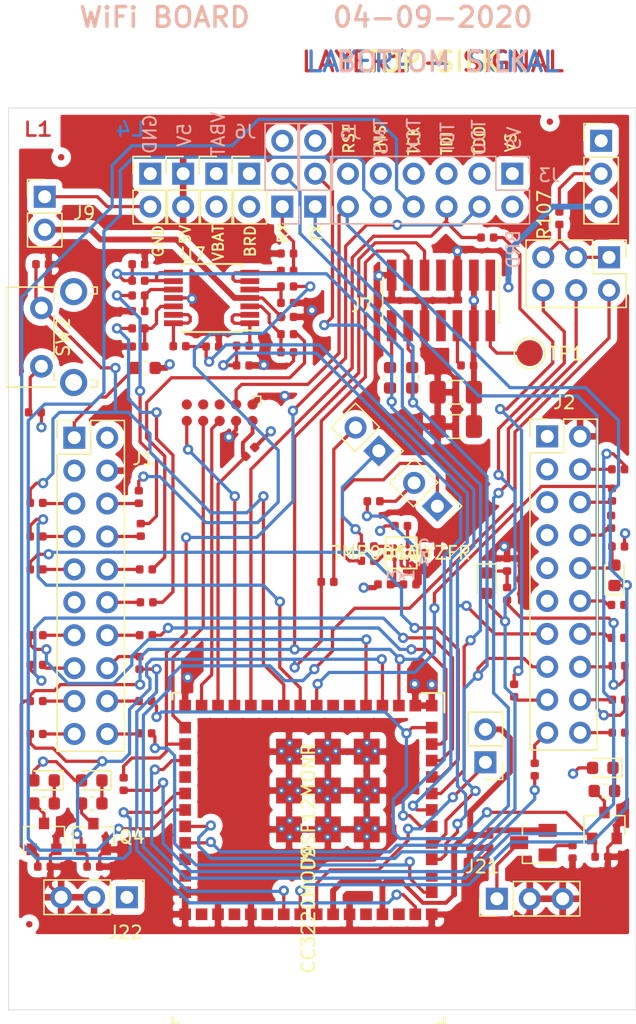
<source format=kicad_pcb>
(kicad_pcb (version 20171130) (host pcbnew 5.1.5-52549c5~84~ubuntu18.04.1)
  (layers (0 F.Cu mixed) (1 P.Cu mixed) (2 G.Cu mixed) (31 B.Cu mixed) (34 B.Paste user) (35 F.Paste user) (36 B.SilkS user) (37 F.SilkS user) (38 B.Mask user) (39 F.Mask user) (44 Edge.Cuts user))
  (net 0 "")
  (net 1 "Net-(J1-Pad16)")
  (net 2 "Net-(J1-Pad15)")
  (net 3 "Net-(J1-Pad14)")
  (net 4 GND)
  (net 5 /P60_GPIO_05)
  (net 6 /LP_GPIO_02)
  (net 7 /P58_GPIO_03)
  (net 8 /P59_GPIO_04)
  (net 9 /ANA_IN1)
  (net 10 /ANA_IN4)
  (net 11 /ANA_IN2)
  (net 12 /ANA_IN3)
  (net 13 "Net-(J1-Pad20)")
  (net 14 "Net-(J1-Pad18)")
  (net 15 /VCC_BRD)
  (net 16 /VBAT_CC)
  (net 17 /P55_GPIO_01)
  (net 18 /P57_GPIO_02)
  (net 19 /P63_GPIO_08)
  (net 20 /P53_GPIO_30)
  (net 21 /P64_GPIO_09)
  (net 22 /P50_GPIO_00)
  (net 23 "Net-(J7-Pad14)")
  (net 24 "Net-(J7-Pad12)")
  (net 25 /P02_GPIO_11)
  (net 26 /P01_GPIO_10)
  (net 27 "Net-(J7-Pad6)")
  (net 28 "Net-(J7-Pad1)")
  (net 29 "Net-(D9-Pad1)")
  (net 30 "Net-(D10-Pad1)")
  (net 31 "Net-(Q4-Pad3)")
  (net 32 /SOP2)
  (net 33 "Net-(D4-Pad1)")
  (net 34 /SOP0)
  (net 35 /SOP1)
  (net 36 "Net-(J15-Pad2)")
  (net 37 /SENS_I2C_SCL)
  (net 38 /SENS_I2C_SDA)
  (net 39 /CC_nRESET)
  (net 40 "Net-(J1-Pad10)")
  (net 41 "Net-(J1-Pad8)")
  (net 42 "Net-(J1-Pad6)")
  (net 43 "Net-(J2-Pad20)")
  (net 44 "Net-(J2-Pad18)")
  (net 45 /LP_GPIO_01)
  (net 46 /P62_GPIO_07)
  (net 47 /VCC_OPAMP)
  (net 48 /P04_GPIO_13)
  (net 49 /P03_GPIO_12)
  (net 50 "Net-(J1-Pad12)")
  (net 51 /LP_RESET_OUT)
  (net 52 "Net-(J2-Pad19)")
  (net 53 "Net-(J2-Pad17)")
  (net 54 /P16_JTAG_TDI)
  (net 55 /P20_JTAG_TMS)
  (net 56 /P19_JTAG_TCK)
  (net 57 /P16_GPIO_23)
  (net 58 /P17_GPIO_24)
  (net 59 "Net-(J1-Pad19)")
  (net 60 "Net-(J1-Pad17)")
  (net 61 "Net-(J2-Pad16)")
  (net 62 /P21_GPIO_25)
  (net 63 /P61_GPIO_06)
  (net 64 "Net-(C35-Pad2)")
  (net 65 "Net-(J1-Pad13)")
  (net 66 /GPIO)
  (net 67 /TX)
  (net 68 /RX)
  (net 69 /PWR)
  (net 70 "Net-(J2-Pad14)")
  (net 71 "Net-(J2-Pad12)")
  (net 72 "Net-(J2-Pad8)")
  (net 73 "Net-(J2-Pad6)")
  (net 74 "Net-(J2-Pad4)")
  (net 75 /P17_JTAG_TDO)
  (net 76 "Net-(J10-Pad1)")
  (net 77 "Net-(J14-Pad2)")
  (net 78 "Net-(J21-Pad1)")
  (net 79 "Net-(Q5-Pad1)")
  (net 80 "Net-(Q6-Pad3)")
  (net 81 "Net-(Q7-Pad3)")
  (net 82 /P18_GPIO_28)
  (net 83 /P08_GPIO_17)
  (net 84 /P05_GPIO_14)
  (net 85 "Net-(R84-Pad1)")
  (net 86 "Net-(R85-Pad2)")
  (net 87 "Net-(R86-Pad1)")
  (net 88 "Net-(R87-Pad1)")
  (net 89 "Net-(R92-Pad1)")
  (net 90 "Net-(R93-Pad1)")
  (net 91 "Net-(R94-Pad1)")
  (net 92 "Net-(R95-Pad1)")
  (net 93 "Net-(R119-Pad1)")
  (net 94 "Net-(R126-Pad2)")
  (net 95 "Net-(R132-Pad1)")
  (net 96 "Net-(R136-Pad2)")
  (net 97 /VCC_LDO_3V3)
  (net 98 /VCC_5V)
  (net 99 "Net-(J12-Pad1)")
  (net 100 "Net-(R133-Pad2)")
  (net 101 /SPI_MOSI)
  (net 102 /SPI_CLK)
  (net 103 /SPI_CS_IN)
  (net 104 /SPI_MISO)
  (net 105 "Net-(J26-Pad2)")
  (net 106 "Net-(D8-Pad1)")
  (module Resistor_SMD:R_0402_1005Metric (layer F.Cu) (at 94.869 76.327 45)
    (fp_text reference R108 hide)
    (fp_text value 100K hide)
    (pad 2 smd roundrect (at 0.485 0 45) (size 0.59 0.64) (layers F.Cu F.Paste F.Mask) (net 16 /VBAT_CC))
    (pad 1 smd roundrect (at -0.485 0 45) (size 0.59 0.64) (layers F.Cu F.Paste F.Mask) (net 103 /SPI_CS_IN))
  )
  (module Connector_PinHeader_2.54mm:PinHeader_1x03_P2.54mm_Vertical (layer F.Cu) (at 113.919 110.8075 90)
    (fp_text reference J21 (at 2.4765 -1.143) (layer F.SilkS))
    (fp_text value Conn_01x03)
    (pad 3 thru_hole oval (at 0 5.08 90) (size 1.7 1.7) (drill 1) (layers *.Cu *.Mask) (net 4 GND))
    (pad 2 thru_hole oval (at 0 2.54 90) (size 1.7 1.7) (drill 1) (layers *.Cu *.Mask) (net 4 GND))
    (pad 1 thru_hole rect (at 0 0 90) (size 1.7 1.7) (drill 1) (layers *.Cu *.Mask) (net 78 "Net-(J21-Pad1)"))
  )
  (module Connector_PinHeader_2.54mm:PinHeader_1x03_P2.54mm_Vertical (layer F.Cu) (at 85.344 110.6932 270)
    (fp_text reference J22 (at 2.7178 0.127 180) (layer F.SilkS))
    (fp_text value Conn_01x03 hide)
    (pad 3 thru_hole oval (at 0 5.08 270) (size 1.7 1.7) (drill 1) (layers *.Cu *.Mask) (net 4 GND))
    (pad 2 thru_hole oval (at 0 2.54 270) (size 1.7 1.7) (drill 1) (layers *.Cu *.Mask) (net 4 GND))
    (pad 1 thru_hole rect (at 0 0 270) (size 1.7 1.7) (drill 1) (layers *.Cu *.Mask) (net 98 /VCC_5V))
  )
  (module TMP006AIYZFR:TMP006AIYZFR (layer F.Cu) (at 106.5276 84.1248 180)
    (fp_text reference U10 (at 0 0) (layer F.SilkS))
    (fp_text value TMP006AIYZFR (at 0 0) (layer F.SilkS))
    (fp_text user 3 (at 0.5 -1.71 90) (layer B.SilkS))
    (fp_text user 3 (at 0.5 -1.71 90) (layer F.SilkS))
    (fp_text user 1 (at -0.5 -1.71 90) (layer B.SilkS))
    (fp_text user 1 (at -0.5 -1.71 90) (layer F.SilkS))
    (fp_text user C (at -1.71 0.5) (layer B.SilkS))
    (fp_text user C (at -1.71 0.5) (layer F.SilkS))
    (fp_text user A (at -1.71 -0.5) (layer B.SilkS))
    (fp_text user A (at -1.71 -0.5) (layer F.SilkS))
    (fp_text user * (at 0 0) (layer F.SilkS))
    (pad C3 smd circle (at 0.5 0.5 180) (size 0.35 0.35) (layers F.Cu F.Paste F.Mask) (net 100 "Net-(R133-Pad2)"))
    (pad C2 smd circle (at 0 0.5 180) (size 0.35 0.35) (layers F.Cu F.Paste F.Mask))
    (pad C1 smd circle (at -0.5 0.5 180) (size 0.35 0.35) (layers F.Cu F.Paste F.Mask) (net 93 "Net-(R119-Pad1)"))
    (pad B3 smd circle (at 0.5 0 180) (size 0.35 0.35) (layers F.Cu F.Paste F.Mask) (net 95 "Net-(R132-Pad1)"))
    (pad B1 smd circle (at -0.5 0 180) (size 0.35 0.35) (layers F.Cu F.Paste F.Mask) (net 94 "Net-(R126-Pad2)"))
    (pad A3 smd circle (at 0.5 -0.5 180) (size 0.35 0.35) (layers F.Cu F.Paste F.Mask) (net 64 "Net-(C35-Pad2)"))
    (pad A2 smd circle (at 0 -0.5 180) (size 0.35 0.35) (layers F.Cu F.Paste F.Mask) (net 4 GND))
    (pad A1 smd circle (at -0.5 -0.5 180) (size 0.35 0.35) (layers F.Cu F.Paste F.Mask) (net 4 GND))
  )
  (module CC3220MODASF12MONR:CC3220MODASF12MONR (layer F.Cu) (at 99.3648 107.68 270)
    (fp_text reference U9 (at 0 0 90) (layer F.SilkS))
    (fp_text value CC3220MODASF12MONR (at 0 0 90) (layer F.SilkS))
    (fp_text user * (at 0 0 90) (layer F.SilkS))
    (fp_text user * (at 0 0 90) (layer F.SilkS))
    (pad 63 smd rect (at -2.224001 1.5 270) (size 2.000001 2.000001) (layers F.Cu F.Paste F.Mask) (net 4 GND))
    (pad 62 smd rect (at -2.224001 -1.5 270) (size 2.000001 2.000001) (layers F.Cu F.Paste F.Mask) (net 4 GND))
    (pad 61 smd rect (at -2.224001 -4.500001 270) (size 2.000001 2.000001) (layers F.Cu F.Paste F.Mask) (net 4 GND))
    (pad 60 smd rect (at -5.224 1.5 270) (size 2.000001 2.000001) (layers F.Cu F.Paste F.Mask) (net 4 GND))
    (pad 59 smd rect (at -5.224 -1.5 270) (size 2.000001 2.000001) (layers F.Cu F.Paste F.Mask) (net 4 GND))
    (pad 58 smd rect (at -5.224 -4.500001 270) (size 2.000001 2.000001) (layers F.Cu F.Paste F.Mask) (net 4 GND))
    (pad 57 smd rect (at -8.224002 1.5 270) (size 2.000001 2.000001) (layers F.Cu F.Paste F.Mask) (net 4 GND))
    (pad 56 smd rect (at -8.224002 -1.5 270) (size 2.000001 2.000001) (layers F.Cu F.Paste F.Mask) (net 4 GND))
    (pad 55 smd rect (at -8.224002 -4.500001 270) (size 2.000001 2.000001) (layers F.Cu F.Paste F.Mask) (net 4 GND))
    (pad 54 smd rect (at -10.073998 -9.523999) (size 0.900001 0.900001) (layers F.Cu F.Paste F.Mask) (net 21 /P64_GPIO_09))
    (pad 53 smd rect (at -8.803998 -9.523999) (size 0.900001 0.900001) (layers F.Cu F.Paste F.Mask) (net 19 /P63_GPIO_08))
    (pad 52 smd rect (at -7.533998 -9.523999) (size 0.900001 0.900001) (layers F.Cu F.Paste F.Mask) (net 46 /P62_GPIO_07))
    (pad 51 smd rect (at -6.263998 -9.523999) (size 0.900001 0.900001) (layers F.Cu F.Paste F.Mask) (net 63 /P61_GPIO_06))
    (pad 50 smd rect (at -4.993998 -9.523999) (size 0.900001 0.900001) (layers F.Cu F.Paste F.Mask) (net 5 /P60_GPIO_05))
    (pad 49 smd rect (at -3.723998 -9.523999) (size 0.900001 0.900001) (layers F.Cu F.Paste F.Mask) (net 8 /P59_GPIO_04))
    (pad 48 smd rect (at -2.453998 -9.523999) (size 0.900001 0.900001) (layers F.Cu F.Paste F.Mask) (net 7 /P58_GPIO_03))
    (pad 47 smd rect (at -1.183998 -9.523999) (size 0.900001 0.900001) (layers F.Cu F.Paste F.Mask) (net 18 /P57_GPIO_02))
    (pad 46 smd rect (at 0.086002 -9.523999) (size 0.900001 0.900001) (layers F.Cu F.Paste F.Mask) (net 17 /P55_GPIO_01))
    (pad 45 smd rect (at 1.356002 -9.523999) (size 0.900001 0.900001) (layers F.Cu F.Paste F.Mask))
    (pad 44 smd rect (at 2.626002 -9.523999) (size 0.900001 0.900001) (layers F.Cu F.Paste F.Mask) (net 22 /P50_GPIO_00))
    (pad 43 smd rect (at 4.326001 -9.523999 270) (size 0.900001 0.900001) (layers F.Cu F.Paste F.Mask) (net 4 GND))
    (pad 42 smd rect (at 4.326001 -8.255 270) (size 0.900001 0.900001) (layers F.Cu F.Paste F.Mask) (net 20 /P53_GPIO_30))
    (pad 41 smd rect (at 4.326001 -6.985 270) (size 0.900001 0.900001) (layers F.Cu F.Paste F.Mask))
    (pad 40 smd rect (at 4.326001 -5.715 270) (size 0.900001 0.900001) (layers F.Cu F.Paste F.Mask) (net 16 /VBAT_CC))
    (pad 39 smd rect (at 4.326001 -4.445 270) (size 0.900001 0.900001) (layers F.Cu F.Paste F.Mask))
    (pad 38 smd rect (at 4.326001 -3.175 270) (size 0.900001 0.900001) (layers F.Cu F.Paste F.Mask) (net 4 GND))
    (pad 37 smd rect (at 4.326001 -1.905 270) (size 0.900001 0.900001) (layers F.Cu F.Paste F.Mask) (net 16 /VBAT_CC))
    (pad 36 smd rect (at 4.326001 -0.635 270) (size 0.900001 0.900001) (layers F.Cu F.Paste F.Mask) (net 76 "Net-(J10-Pad1)"))
    (pad 35 smd rect (at 4.326001 0.635 270) (size 0.900001 0.900001) (layers F.Cu F.Paste F.Mask) (net 39 /CC_nRESET))
    (pad 34 smd rect (at 4.326001 1.905 270) (size 0.900001 0.900001) (layers F.Cu F.Paste F.Mask) (net 34 /SOP0))
    (pad 33 smd rect (at 4.326001 3.175 270) (size 0.900001 0.900001) (layers F.Cu F.Paste F.Mask))
    (pad 32 smd rect (at 4.326001 4.445 270) (size 0.900001 0.900001) (layers F.Cu F.Paste F.Mask) (net 4 GND))
    (pad 31 smd rect (at 4.326001 5.715 270) (size 0.900001 0.900001) (layers F.Cu F.Paste F.Mask))
    (pad 30 smd rect (at 4.326001 6.985 270) (size 0.900001 0.900001) (layers F.Cu F.Paste F.Mask) (net 4 GND))
    (pad 29 smd rect (at 4.326001 8.255 270) (size 0.900001 0.900001) (layers F.Cu F.Paste F.Mask))
    (pad 28 smd rect (at 4.326001 9.523999 270) (size 0.900001 0.900001) (layers F.Cu F.Paste F.Mask) (net 4 GND))
    (pad 27 smd rect (at 2.626002 9.523999) (size 0.900001 0.900001) (layers F.Cu F.Paste F.Mask) (net 4 GND))
    (pad 26 smd rect (at 1.356002 9.523999) (size 0.900001 0.900001) (layers F.Cu F.Paste F.Mask))
    (pad 25 smd rect (at 0.086002 9.523999) (size 0.900001 0.900001) (layers F.Cu F.Paste F.Mask))
    (pad 24 smd rect (at -1.183998 9.523999) (size 0.900001 0.900001) (layers F.Cu F.Paste F.Mask) (net 35 /SOP1))
    (pad 23 smd rect (at -2.453998 9.523999) (size 0.900001 0.900001) (layers F.Cu F.Paste F.Mask) (net 32 /SOP2))
    (pad 22 smd rect (at -3.723998 9.523999) (size 0.900001 0.900001) (layers F.Cu F.Paste F.Mask) (net 55 /P20_JTAG_TMS))
    (pad 21 smd rect (at -4.993998 9.523999) (size 0.900001 0.900001) (layers F.Cu F.Paste F.Mask) (net 56 /P19_JTAG_TCK))
    (pad 20 smd rect (at -6.263998 9.523999) (size 0.900001 0.900001) (layers F.Cu F.Paste F.Mask))
    (pad 19 smd rect (at -7.533998 9.523999) (size 0.900001 0.900001) (layers F.Cu F.Paste F.Mask) (net 82 /P18_GPIO_28))
    (pad 18 smd rect (at -8.803998 9.523999) (size 0.900001 0.900001) (layers F.Cu F.Paste F.Mask) (net 75 /P17_JTAG_TDO))
    (pad 17 smd rect (at -10.073998 9.523999) (size 0.900001 0.900001) (layers F.Cu F.Paste F.Mask) (net 101 /SPI_MOSI))
    (pad 16 smd rect (at -11.774 9.523999 270) (size 0.900001 0.900001) (layers F.Cu F.Paste F.Mask) (net 4 GND))
    (pad 15 smd rect (at -11.774 8.255 270) (size 0.900001 0.900001) (layers F.Cu F.Paste F.Mask) (net 102 /SPI_CLK))
    (pad 14 smd rect (at -11.774 6.985 270) (size 0.900001 0.900001) (layers F.Cu F.Paste F.Mask) (net 103 /SPI_CS_IN))
    (pad 13 smd rect (at -11.774 5.715 270) (size 0.900001 0.900001) (layers F.Cu F.Paste F.Mask) (net 104 /SPI_MISO))
    (pad 12 smd rect (at -11.774 4.445 270) (size 0.900001 0.900001) (layers F.Cu F.Paste F.Mask) (net 54 /P16_JTAG_TDI))
    (pad 11 smd rect (at -11.774 3.175 270) (size 0.900001 0.900001) (layers F.Cu F.Paste F.Mask))
    (pad 10 smd rect (at -11.774 1.905 270) (size 0.900001 0.900001) (layers F.Cu F.Paste F.Mask) (net 48 /P04_GPIO_13))
    (pad 9 smd rect (at -11.774 0.635 270) (size 0.900001 0.900001) (layers F.Cu F.Paste F.Mask) (net 49 /P03_GPIO_12))
    (pad 8 smd rect (at -11.774 -0.635 270) (size 0.900001 0.900001) (layers F.Cu F.Paste F.Mask) (net 83 /P08_GPIO_17))
    (pad 7 smd rect (at -11.774 -1.905 270) (size 0.900001 0.900001) (layers F.Cu F.Paste F.Mask))
    (pad 6 smd rect (at -11.774 -3.175 270) (size 0.900001 0.900001) (layers F.Cu F.Paste F.Mask))
    (pad 5 smd rect (at -11.774 -4.445 270) (size 0.900001 0.900001) (layers F.Cu F.Paste F.Mask) (net 84 /P05_GPIO_14))
    (pad 4 smd rect (at -11.774 -5.715 270) (size 0.900001 0.900001) (layers F.Cu F.Paste F.Mask) (net 25 /P02_GPIO_11))
    (pad 3 smd rect (at -11.774 -6.985 270) (size 0.900001 0.900001) (layers F.Cu F.Paste F.Mask) (net 26 /P01_GPIO_10))
    (pad 2 smd rect (at -11.774 -8.255 270) (size 0.900001 0.900001) (layers F.Cu F.Paste F.Mask) (net 4 GND))
    (pad 1 smd rect (at -11.774 -9.523999 270) (size 0.900001 0.900001) (layers F.Cu F.Paste F.Mask) (net 4 GND))
  )
  (module Resistor_SMD:R_0402_1005Metric (layer F.Cu) (at 86.7664 98.044)
    (fp_text reference R74 hide)
    (fp_text value 0 hide)
    (pad 2 smd roundrect (at 0.485 0) (size 0.59 0.64) (layers F.Cu F.Paste F.Mask) (net 22 /P50_GPIO_00))
    (pad 1 smd roundrect (at -0.485 0) (size 0.59 0.64) (layers F.Cu F.Paste F.Mask) (net 13 "Net-(J1-Pad20)"))
  )
  (module Capacitor_SMD:C_1206_3216Metric (layer F.Cu) (at 110.744 71.7296)
    (fp_text reference C42 hide)
    (fp_text value 100uF hide)
    (pad 2 smd roundrect (at 1.4 0) (size 1.25 1.75) (layers F.Cu F.Paste F.Mask) (roundrect_rratio 0.2) (net 16 /VBAT_CC))
    (pad 1 smd roundrect (at -1.4 0) (size 1.25 1.75) (layers F.Cu F.Paste F.Mask) (roundrect_rratio 0.2) (net 4 GND))
  )
  (module Capacitor_SMD:C_1206_3216Metric (layer F.Cu) (at 110.744 74.3712)
    (fp_text reference C41 hide)
    (fp_text value 100uF hide)
    (pad 2 smd roundrect (at 1.4 0) (size 1.25 1.75) (layers F.Cu F.Paste F.Mask) (roundrect_rratio 0.2) (net 16 /VBAT_CC))
    (pad 1 smd roundrect (at -1.4 0) (size 1.25 1.75) (layers F.Cu F.Paste F.Mask) (roundrect_rratio 0.2) (net 4 GND))
  )
  (module TestPoint:TestPoint_Pad_D2.0mm (layer F.Cu) (at 116.459 68.707)
    (fp_text reference TP1 (at 2.794 0.0508) (layer F.SilkS))
    (fp_text value TestPoint hide)
    (pad 1 smd circle (at 0 0) (size 2 2) (layers F.Cu F.Mask) (net 28 "Net-(J7-Pad1)"))
  )
  (module Connector_PinHeader_2.54mm:PinHeader_1x02_P2.54mm_Vertical (layer F.Cu) (at 89.6874 54.864)
    (fp_text reference J20 hide)
    (fp_text value Conn_01x02 hide)
    (pad 2 thru_hole oval (at 0 2.54) (size 1.7 1.7) (drill 1) (layers *.Cu *.Mask) (net 4 GND))
    (pad 1 thru_hole rect (at 0 0) (size 1.7 1.7) (drill 1) (layers *.Cu *.Mask) (net 4 GND))
  )
  (module Connector_PinHeader_2.54mm:PinHeader_1x02_P2.54mm_Vertical (layer F.Cu) (at 92.2528 54.864)
    (fp_text reference J19 hide)
    (fp_text value Conn_01x02 hide)
    (pad 2 thru_hole oval (at 0 2.54) (size 1.7 1.7) (drill 1) (layers *.Cu *.Mask) (net 98 /VCC_5V))
    (pad 1 thru_hole rect (at 0 0) (size 1.7 1.7) (drill 1) (layers *.Cu *.Mask))
  )
  (module Connector_PinHeader_2.54mm:PinHeader_1x02_P2.54mm_Vertical (layer F.Cu) (at 94.7928 54.864)
    (fp_text reference J18 hide)
    (fp_text value Conn_01x02 hide)
    (pad 2 thru_hole oval (at 0 2.54) (size 1.7 1.7) (drill 1) (layers *.Cu *.Mask) (net 16 /VBAT_CC))
    (pad 1 thru_hole rect (at 0 0) (size 1.7 1.7) (drill 1) (layers *.Cu *.Mask) (net 97 /VCC_LDO_3V3))
  )
  (module Connector_PinHeader_2.54mm:PinHeader_1x02_P2.54mm_Vertical (layer F.Cu) (at 87.1474 54.864)
    (fp_text reference J16 hide)
    (fp_text value Conn_01x02 hide)
    (pad 2 thru_hole oval (at 0 2.54) (size 1.7 1.7) (drill 1) (layers *.Cu *.Mask) (net 15 /VCC_BRD))
    (pad 1 thru_hole rect (at 0 0) (size 1.7 1.7) (drill 1) (layers *.Cu *.Mask) (net 97 /VCC_LDO_3V3))
  )
  (module Resistor_SMD:R_0402_1005Metric (layer F.Cu) (at 85.09 101.9556 270)
    (fp_text reference R104 hide)
    (fp_text value 0 hide)
    (pad 2 smd roundrect (at 0.485 0 270) (size 0.59 0.64) (layers F.Cu F.Paste F.Mask) (net 58 /P17_GPIO_24))
    (pad 1 smd roundrect (at -0.485 0 270) (size 0.59 0.64) (layers F.Cu F.Paste F.Mask) (net 75 /P17_JTAG_TDO))
  )
  (module Resistor_SMD:R_0402_1005Metric (layer F.Cu) (at 78.359 90.4748 180)
    (fp_text reference R65 hide)
    (fp_text value 0 hide)
    (pad 2 smd roundrect (at 0.485 0 180) (size 0.59 0.64) (layers F.Cu F.Paste F.Mask) (net 84 /P05_GPIO_14))
    (pad 1 smd roundrect (at -0.485 0 180) (size 0.59 0.64) (layers F.Cu F.Paste F.Mask) (net 65 "Net-(J1-Pad13)"))
  )
  (module Resistor_SMD:R_0402_1005Metric (layer F.Cu) (at 123.2535 90.678 180)
    (fp_text reference R56 hide)
    (fp_text value 0 hide)
    (pad 2 smd roundrect (at 0.485 0 180) (size 0.59 0.64) (layers F.Cu F.Paste F.Mask) (net 70 "Net-(J2-Pad14)"))
    (pad 1 smd roundrect (at -0.485 0 180) (size 0.59 0.64) (layers F.Cu F.Paste F.Mask))
  )
  (module Resistor_SMD:R_0402_1005Metric (layer F.Cu) (at 123.2535 88.138 180)
    (fp_text reference R52 hide)
    (fp_text value 0 hide)
    (pad 2 smd roundrect (at 0.485 0 180) (size 0.59 0.64) (layers F.Cu F.Paste F.Mask) (net 71 "Net-(J2-Pad12)"))
    (pad 1 smd roundrect (at -0.485 0 180) (size 0.59 0.64) (layers F.Cu F.Paste F.Mask))
  )
  (module Resistor_SMD:R_0402_1005Metric (layer F.Cu) (at 122.7455 81.7245 270)
    (fp_text reference R46 hide)
    (fp_text value 0 hide)
    (pad 2 smd roundrect (at 0.485 0 270) (size 0.59 0.64) (layers F.Cu F.Paste F.Mask) (net 72 "Net-(J2-Pad8)"))
    (pad 1 smd roundrect (at -0.485 0 270) (size 0.59 0.64) (layers F.Cu F.Paste F.Mask))
  )
  (module Resistor_SMD:R_0402_1005Metric (layer F.Cu) (at 122.809 79.629 270)
    (fp_text reference R44 hide)
    (fp_text value 0 hide)
    (pad 2 smd roundrect (at 0.485 0 270) (size 0.59 0.64) (layers F.Cu F.Paste F.Mask) (net 73 "Net-(J2-Pad6)"))
    (pad 1 smd roundrect (at -0.485 0 270) (size 0.59 0.64) (layers F.Cu F.Paste F.Mask) (net 83 /P08_GPIO_17))
  )
  (module Resistor_SMD:R_0402_1005Metric (layer F.Cu) (at 123.2916 77.6732 180)
    (fp_text reference R42 hide)
    (fp_text value 0 hide)
    (pad 2 smd roundrect (at 0.485 0 180) (size 0.59 0.64) (layers F.Cu F.Paste F.Mask) (net 74 "Net-(J2-Pad4)"))
    (pad 1 smd roundrect (at -0.485 0 180) (size 0.59 0.64) (layers F.Cu F.Paste F.Mask) (net 82 /P18_GPIO_28))
  )
  (module Connector_PinHeader_2.54mm:PinHeader_1x02_P2.54mm_Vertical (layer F.Cu) (at 113.03 100.2792 180)
    (fp_text reference J10 hide)
    (fp_text value Conn_01x02 hide)
    (pad 2 thru_hole oval (at 0 2.54 180) (size 1.7 1.7) (drill 1) (layers *.Cu *.Mask) (net 16 /VBAT_CC))
    (pad 1 thru_hole rect (at 0 0 180) (size 1.7 1.7) (drill 1) (layers *.Cu *.Mask) (net 76 "Net-(J10-Pad1)"))
  )
  (module Connector_PinHeader_2.54mm:PinHeader_1x02_P2.54mm_Vertical (layer F.Cu) (at 78.994 56.642)
    (fp_text reference J9 (at 3.048 1.27) (layer F.SilkS))
    (fp_text value Conn_01x02 hide)
    (pad 2 thru_hole oval (at 0 2.54) (size 1.7 1.7) (drill 1) (layers *.Cu *.Mask) (net 47 /VCC_OPAMP))
    (pad 1 thru_hole rect (at 0 0) (size 1.7 1.7) (drill 1) (layers *.Cu *.Mask) (net 15 /VCC_BRD))
  )
  (module Fiducial:Fiducial_0.5mm_Mask1mm (layer F.Cu) (at 80.264 53.594)
    (fp_text reference FID3 hide)
    (fp_text value Fiducial hide)
    (pad "" smd circle (at 0 0) (size 0.5 0.5) (layers F.Cu F.Mask) (clearance 0.25))
  )
  (module Fiducial:Fiducial_0.5mm_Mask1mm (layer F.Cu) (at 77.8002 112.776)
    (fp_text reference FID2 hide)
    (fp_text value Fiducial hide)
    (pad "" smd circle (at 0 0) (size 0.5 0.5) (layers F.Cu F.Mask) (clearance 0.25))
  )
  (module Fiducial:Fiducial_0.5mm_Mask1mm (layer F.Cu) (at 118.0084 50.8508)
    (fp_text reference FID1 hide)
    (fp_text value Fiducial hide)
    (pad "" smd circle (at 0 0) (size 0.5 0.5) (layers F.Cu F.Mask) (clearance 0.25))
  )
  (module Resistor_SMD:R_0402_1005Metric (layer F.Cu) (at 78.359 95.5548 180)
    (fp_text reference R71 hide)
    (fp_text value 0 hide)
    (pad 2 smd roundrect (at 0.485 0 180) (size 0.59 0.64) (layers F.Cu F.Paste F.Mask) (net 26 /P01_GPIO_10))
    (pad 1 smd roundrect (at -0.485 0 180) (size 0.59 0.64) (layers F.Cu F.Paste F.Mask) (net 60 "Net-(J1-Pad17)"))
  )
  (module Resistor_SMD:R_0402_1005Metric (layer F.Cu) (at 78.359 98.0948 180)
    (fp_text reference R73 hide)
    (fp_text value 0 hide)
    (pad 2 smd roundrect (at 0.485 0 180) (size 0.59 0.64) (layers F.Cu F.Paste F.Mask) (net 25 /P02_GPIO_11))
    (pad 1 smd roundrect (at -0.485 0 180) (size 0.59 0.64) (layers F.Cu F.Paste F.Mask) (net 59 "Net-(J1-Pad19)"))
  )
  (module Resistor_SMD:R_0402_1005Metric (layer F.Cu) (at 78.359 85.3948 180)
    (fp_text reference R57 hide)
    (fp_text value 0 hide)
    (pad 2 smd roundrect (at 0.485 0 180) (size 0.59 0.64) (layers F.Cu F.Paste F.Mask) (net 63 /P61_GPIO_06))
    (pad 1 smd roundrect (at -0.485 0 180) (size 0.59 0.64) (layers F.Cu F.Paste F.Mask) (net 66 /GPIO))
  )
  (module Resistor_SMD:R_0402_1005Metric (layer F.Cu) (at 123.317 92.837 180)
    (fp_text reference R60 hide)
    (fp_text value 0 hide)
    (pad 2 smd roundrect (at 0.485 0 180) (size 0.59 0.64) (layers F.Cu F.Paste F.Mask) (net 61 "Net-(J2-Pad16)"))
    (pad 1 smd roundrect (at -0.485 0 180) (size 0.59 0.64) (layers F.Cu F.Paste F.Mask) (net 62 /P21_GPIO_25))
  )
  (module Resistor_SMD:R_0402_1005Metric (layer F.Cu) (at 116.84 100.838 270)
    (fp_text reference R67 hide)
    (fp_text value 0 hide)
    (pad 2 smd roundrect (at 0.485 0 270) (size 0.59 0.64) (layers F.Cu F.Paste F.Mask) (net 58 /P17_GPIO_24))
    (pad 1 smd roundrect (at -0.485 0 270) (size 0.59 0.64) (layers F.Cu F.Paste F.Mask) (net 52 "Net-(J2-Pad19)"))
  )
  (module Resistor_SMD:R_0402_1005Metric (layer F.Cu) (at 115.2525 94.742 90)
    (fp_text reference R63 hide)
    (fp_text value 0 hide)
    (pad 2 smd roundrect (at 0.485 0 90) (size 0.59 0.64) (layers F.Cu F.Paste F.Mask) (net 57 /P16_GPIO_23))
    (pad 1 smd roundrect (at -0.485 0 90) (size 0.59 0.64) (layers F.Cu F.Paste F.Mask) (net 53 "Net-(J2-Pad17)"))
  )
  (module Resistor_SMD:R_0402_1005Metric (layer F.Cu) (at 113.1824 59.7916)
    (fp_text reference R105 hide)
    (fp_text value 0 hide)
    (pad 2 smd roundrect (at 0.485 0) (size 0.59 0.64) (layers F.Cu F.Paste F.Mask) (net 57 /P16_GPIO_23))
    (pad 1 smd roundrect (at -0.485 0) (size 0.59 0.64) (layers F.Cu F.Paste F.Mask) (net 54 /P16_JTAG_TDI))
  )
  (module Resistor_SMD:R_0402_1005Metric (layer F.Cu) (at 123.2916 83.6295 180)
    (fp_text reference R134 hide)
    (fp_text value 100K hide)
    (pad 2 smd roundrect (at 0.485 0 180) (size 0.59 0.64) (layers F.Cu F.Paste F.Mask) (net 51 /LP_RESET_OUT))
    (pad 1 smd roundrect (at -0.485 0 180) (size 0.59 0.64) (layers F.Cu F.Paste F.Mask) (net 15 /VCC_BRD))
  )
  (module Diode_SMD:D_0603_1608Metric (layer F.Cu) (at 122.9995 85.852 90)
    (fp_text reference D5 hide)
    (fp_text value D_Schottky hide)
    (pad 2 smd roundrect (at 0.7875 0 90) (size 0.875 0.95) (layers F.Cu F.Paste F.Mask) (net 51 /LP_RESET_OUT))
    (pad 1 smd roundrect (at -0.7875 0 90) (size 0.875 0.95) (layers F.Cu F.Paste F.Mask) (net 39 /CC_nRESET))
  )
  (module Connector_PinHeader_2.54mm:PinHeader_2x10_P2.54mm_Vertical (layer F.Cu) (at 117.8052 75.1332)
    (fp_text reference J2 (at 1.3208 -2.6162) (layer F.SilkS))
    (fp_text value Conn_02x10_Odd_Even hide)
    (pad 20 thru_hole oval (at 2.54 22.86) (size 1.7 1.7) (drill 1) (layers *.Cu *.Mask) (net 43 "Net-(J2-Pad20)"))
    (pad 19 thru_hole oval (at 0 22.86) (size 1.7 1.7) (drill 1) (layers *.Cu *.Mask) (net 52 "Net-(J2-Pad19)"))
    (pad 18 thru_hole oval (at 2.54 20.32) (size 1.7 1.7) (drill 1) (layers *.Cu *.Mask) (net 44 "Net-(J2-Pad18)"))
    (pad 17 thru_hole oval (at 0 20.32) (size 1.7 1.7) (drill 1) (layers *.Cu *.Mask) (net 53 "Net-(J2-Pad17)"))
    (pad 16 thru_hole oval (at 2.54 17.78) (size 1.7 1.7) (drill 1) (layers *.Cu *.Mask) (net 61 "Net-(J2-Pad16)"))
    (pad 15 thru_hole oval (at 0 17.78) (size 1.7 1.7) (drill 1) (layers *.Cu *.Mask) (net 18 /P57_GPIO_02))
    (pad 14 thru_hole oval (at 2.54 15.24) (size 1.7 1.7) (drill 1) (layers *.Cu *.Mask) (net 70 "Net-(J2-Pad14)"))
    (pad 13 thru_hole oval (at 0 15.24) (size 1.7 1.7) (drill 1) (layers *.Cu *.Mask) (net 17 /P55_GPIO_01))
    (pad 12 thru_hole oval (at 2.54 12.7) (size 1.7 1.7) (drill 1) (layers *.Cu *.Mask) (net 71 "Net-(J2-Pad12)"))
    (pad 11 thru_hole oval (at 0 12.7) (size 1.7 1.7) (drill 1) (layers *.Cu *.Mask))
    (pad 10 thru_hole oval (at 2.54 10.16) (size 1.7 1.7) (drill 1) (layers *.Cu *.Mask) (net 51 /LP_RESET_OUT))
    (pad 9 thru_hole oval (at 0 10.16) (size 1.7 1.7) (drill 1) (layers *.Cu *.Mask))
    (pad 8 thru_hole oval (at 2.54 7.62) (size 1.7 1.7) (drill 1) (layers *.Cu *.Mask) (net 72 "Net-(J2-Pad8)"))
    (pad 7 thru_hole oval (at 0 7.62) (size 1.7 1.7) (drill 1) (layers *.Cu *.Mask))
    (pad 6 thru_hole oval (at 2.54 5.08) (size 1.7 1.7) (drill 1) (layers *.Cu *.Mask) (net 73 "Net-(J2-Pad6)"))
    (pad 5 thru_hole oval (at 0 5.08) (size 1.7 1.7) (drill 1) (layers *.Cu *.Mask))
    (pad 4 thru_hole oval (at 2.54 2.54) (size 1.7 1.7) (drill 1) (layers *.Cu *.Mask) (net 74 "Net-(J2-Pad4)"))
    (pad 3 thru_hole oval (at 0 2.54) (size 1.7 1.7) (drill 1) (layers *.Cu *.Mask))
    (pad 2 thru_hole oval (at 2.54 0) (size 1.7 1.7) (drill 1) (layers *.Cu *.Mask) (net 4 GND))
    (pad 1 thru_hole rect (at 0 0) (size 1.7 1.7) (drill 1) (layers *.Cu *.Mask))
  )
  (module Resistor_SMD:R_0402_1005Metric (layer F.Cu) (at 123.317 95.4532 180)
    (fp_text reference R64 hide)
    (fp_text value 0 hide)
    (pad 2 smd roundrect (at 0.485 0 180) (size 0.59 0.64) (layers F.Cu F.Paste F.Mask) (net 44 "Net-(J2-Pad18)"))
    (pad 1 smd roundrect (at -0.485 0 180) (size 0.59 0.64) (layers F.Cu F.Paste F.Mask) (net 45 /LP_GPIO_01))
  )
  (module Resistor_SMD:R_0402_1005Metric (layer F.Cu) (at 78.359 92.7608 180)
    (fp_text reference R69 hide)
    (fp_text value 0 hide)
    (pad 2 smd roundrect (at 0.485 0 180) (size 0.59 0.64) (layers F.Cu F.Paste F.Mask) (net 46 /P62_GPIO_07))
    (pad 1 smd roundrect (at -0.485 0 180) (size 0.59 0.64) (layers F.Cu F.Paste F.Mask) (net 2 "Net-(J1-Pad15)"))
  )
  (module Capacitor_SMD:C_0402_1005Metric (layer F.Cu) (at 97.7265 65.913 180)
    (fp_text reference C26 hide)
    (fp_text value 0.01uF hide)
    (pad 2 smd roundrect (at 0.485 0 180) (size 0.59 0.64) (layers F.Cu F.Paste F.Mask) (net 47 /VCC_OPAMP))
    (pad 1 smd roundrect (at -0.485 0 180) (size 0.59 0.64) (layers F.Cu F.Paste F.Mask) (net 4 GND))
  )
  (module Connector_PinHeader_2.54mm:PinHeader_2x10_P2.54mm_Vertical (layer F.Cu) (at 81.28 75.2348)
    (fp_text reference J1 (at 5.334 1.6002) (layer F.SilkS))
    (fp_text value Conn_02x10_Odd_Even hide)
    (pad 20 thru_hole oval (at 2.54 22.86) (size 1.7 1.7) (drill 1) (layers *.Cu *.Mask) (net 13 "Net-(J1-Pad20)"))
    (pad 19 thru_hole oval (at 0 22.86) (size 1.7 1.7) (drill 1) (layers *.Cu *.Mask) (net 59 "Net-(J1-Pad19)"))
    (pad 18 thru_hole oval (at 2.54 20.32) (size 1.7 1.7) (drill 1) (layers *.Cu *.Mask) (net 14 "Net-(J1-Pad18)"))
    (pad 17 thru_hole oval (at 0 20.32) (size 1.7 1.7) (drill 1) (layers *.Cu *.Mask) (net 60 "Net-(J1-Pad17)"))
    (pad 16 thru_hole oval (at 2.54 17.78) (size 1.7 1.7) (drill 1) (layers *.Cu *.Mask) (net 1 "Net-(J1-Pad16)"))
    (pad 15 thru_hole oval (at 0 17.78) (size 1.7 1.7) (drill 1) (layers *.Cu *.Mask) (net 2 "Net-(J1-Pad15)"))
    (pad 14 thru_hole oval (at 2.54 15.24) (size 1.7 1.7) (drill 1) (layers *.Cu *.Mask) (net 3 "Net-(J1-Pad14)"))
    (pad 13 thru_hole oval (at 0 15.24) (size 1.7 1.7) (drill 1) (layers *.Cu *.Mask) (net 65 "Net-(J1-Pad13)"))
    (pad 12 thru_hole oval (at 2.54 12.7) (size 1.7 1.7) (drill 1) (layers *.Cu *.Mask) (net 50 "Net-(J1-Pad12)"))
    (pad 11 thru_hole oval (at 0 12.7) (size 1.7 1.7) (drill 1) (layers *.Cu *.Mask))
    (pad 10 thru_hole oval (at 2.54 10.16) (size 1.7 1.7) (drill 1) (layers *.Cu *.Mask) (net 40 "Net-(J1-Pad10)"))
    (pad 9 thru_hole oval (at 0 10.16) (size 1.7 1.7) (drill 1) (layers *.Cu *.Mask) (net 66 /GPIO))
    (pad 8 thru_hole oval (at 2.54 7.62) (size 1.7 1.7) (drill 1) (layers *.Cu *.Mask) (net 41 "Net-(J1-Pad8)"))
    (pad 7 thru_hole oval (at 0 7.62) (size 1.7 1.7) (drill 1) (layers *.Cu *.Mask) (net 67 /TX))
    (pad 6 thru_hole oval (at 2.54 5.08) (size 1.7 1.7) (drill 1) (layers *.Cu *.Mask) (net 42 "Net-(J1-Pad6)"))
    (pad 5 thru_hole oval (at 0 5.08) (size 1.7 1.7) (drill 1) (layers *.Cu *.Mask) (net 68 /RX))
    (pad 4 thru_hole oval (at 2.54 2.54) (size 1.7 1.7) (drill 1) (layers *.Cu *.Mask) (net 4 GND))
    (pad 3 thru_hole oval (at 0 2.54) (size 1.7 1.7) (drill 1) (layers *.Cu *.Mask))
    (pad 2 thru_hole oval (at 2.54 0) (size 1.7 1.7) (drill 1) (layers *.Cu *.Mask) (net 98 /VCC_5V))
    (pad 1 thru_hole rect (at 0 0) (size 1.7 1.7) (drill 1) (layers *.Cu *.Mask) (net 69 /PWR))
  )
  (module Resistor_SMD:R_0402_1005Metric (layer F.Cu) (at 123.317 97.9932 180)
    (fp_text reference R68 hide)
    (fp_text value 0 hide)
    (pad 2 smd roundrect (at 0.485 0 180) (size 0.59 0.64) (layers F.Cu F.Paste F.Mask) (net 43 "Net-(J2-Pad20)"))
    (pad 1 smd roundrect (at -0.485 0 180) (size 0.59 0.64) (layers F.Cu F.Paste F.Mask))
  )
  (module Resistor_SMD:R_0402_1005Metric (layer F.Cu) (at 78.359 82.8548 180)
    (fp_text reference R53 hide)
    (fp_text value 0 hide)
    (pad 2 smd roundrect (at 0.485 0 180) (size 0.59 0.64) (layers F.Cu F.Paste F.Mask) (net 49 /P03_GPIO_12))
    (pad 1 smd roundrect (at -0.485 0 180) (size 0.59 0.64) (layers F.Cu F.Paste F.Mask) (net 67 /TX))
  )
  (module Resistor_SMD:R_0402_1005Metric (layer F.Cu) (at 78.359 80.264 180)
    (fp_text reference R49 hide)
    (fp_text value 0 hide)
    (pad 2 smd roundrect (at 0.485 0 180) (size 0.59 0.64) (layers F.Cu F.Paste F.Mask) (net 48 /P04_GPIO_13))
    (pad 1 smd roundrect (at -0.485 0 180) (size 0.59 0.64) (layers F.Cu F.Paste F.Mask) (net 68 /RX))
  )
  (module Resistor_SMD:R_0603_1608Metric (layer F.Cu) (at 86.741 69.85)
    (fp_text reference R38 hide)
    (fp_text value 0 hide)
    (pad 2 smd roundrect (at 0.7875 0) (size 0.875 0.95) (layers F.Cu F.Paste F.Mask) (net 16 /VBAT_CC))
    (pad 1 smd roundrect (at -0.7875 0) (size 0.875 0.95) (layers F.Cu F.Paste F.Mask) (net 69 /PWR))
  )
  (module pwrcon:Tag-Connect_TC2050-IDC-NL_2x05_P1.27mm_Vertical_CC_SMD (layer F.Cu) (at 92.5068 73.3044 180)
    (fp_text reference J13 hide)
    (fp_text value Conn_02x05_Counter_Clockwise hide)
    (pad 10 smd circle (at -2.54 -0.635 180) (size 0.7874 0.7874) (layers F.Cu F.Paste F.Mask) (net 103 /SPI_CS_IN))
    (pad 9 smd circle (at -1.27 -0.635 180) (size 0.7874 0.7874) (layers F.Cu F.Paste F.Mask) (net 4 GND))
    (pad 8 smd circle (at 0 -0.635 180) (size 0.7874 0.7874) (layers F.Cu F.Paste F.Mask) (net 102 /SPI_CLK))
    (pad 7 smd circle (at 1.27 -0.635 180) (size 0.7874 0.7874) (layers F.Cu F.Paste F.Mask) (net 101 /SPI_MOSI))
    (pad 6 smd circle (at 2.54 -0.635 180) (size 0.7874 0.7874) (layers F.Cu F.Paste F.Mask) (net 104 /SPI_MISO))
    (pad 5 smd circle (at 2.54 0.635 180) (size 0.7874 0.7874) (layers F.Cu F.Paste F.Mask))
    (pad 4 smd circle (at 1.27 0.635 180) (size 0.7874 0.7874) (layers F.Cu F.Paste F.Mask))
    (pad 3 smd circle (at 0 0.635 180) (size 0.7874 0.7874) (layers F.Cu F.Paste F.Mask))
    (pad 2 smd circle (at -1.27 0.635 180) (size 0.7874 0.7874) (layers F.Cu F.Paste F.Mask) (net 39 /CC_nRESET))
    (pad 1 smd circle (at -2.54 0.635 180) (size 0.7874 0.7874) (layers F.Cu F.Paste F.Mask) (net 4 GND))
    (pad "" np_thru_hole circle (at -3.81 0 180) (size 0.9906 0.9906) (drill 0.9906) (layers *.Cu *.Mask))
    (pad "" np_thru_hole circle (at 3.81 1.016 180) (size 0.9906 0.9906) (drill 0.9906) (layers *.Cu *.Mask))
    (pad "" np_thru_hole circle (at 3.81 -1.016 180) (size 0.9906 0.9906) (drill 0.9906) (layers *.Cu *.Mask))
  )
  (module Package_TO_SOT_SMD:SuperSOT-3 (layer F.Cu) (at 116.7384 106.4768 180)
    (fp_text reference Q5 hide)
    (fp_text value TP0610T hide)
    (pad 3 smd rect (at 1.1 0 180) (size 1.4 1) (layers F.Cu F.Paste F.Mask) (net 78 "Net-(J21-Pad1)"))
    (pad 2 smd rect (at -1.1 0.95 180) (size 1.4 1) (layers F.Cu F.Paste F.Mask) (net 16 /VBAT_CC))
    (pad 1 smd rect (at -1.1 -0.95 180) (size 1.4 1) (layers F.Cu F.Paste F.Mask) (net 79 "Net-(Q5-Pad1)"))
  )
  (module Resistor_SMD:R_0402_1005Metric (layer F.Cu) (at 106.5276 82.042 180)
    (fp_text reference R119 hide)
    (fp_text value 0 hide)
    (pad 2 smd roundrect (at 0.485 0 180) (size 0.59 0.64) (layers F.Cu F.Paste F.Mask) (net 15 /VCC_BRD))
    (pad 1 smd roundrect (at -0.485 0 180) (size 0.59 0.64) (layers F.Cu F.Paste F.Mask) (net 93 "Net-(R119-Pad1)"))
  )
  (module Resistor_SMD:R_0402_1005Metric (layer F.Cu) (at 108.8644 84.1248 180)
    (fp_text reference R126 hide)
    (fp_text value 0 hide)
    (pad 2 smd roundrect (at 0.485 0 180) (size 0.59 0.64) (layers F.Cu F.Paste F.Mask) (net 94 "Net-(R126-Pad2)"))
    (pad 1 smd roundrect (at -0.485 0 180) (size 0.59 0.64) (layers F.Cu F.Paste F.Mask) (net 4 GND))
  )
  (module Resistor_SMD:R_0402_1005Metric (layer F.Cu) (at 103.9368 83.6168)
    (fp_text reference R133 hide)
    (fp_text value 0 hide)
    (pad 2 smd roundrect (at 0.485 0) (size 0.59 0.64) (layers F.Cu F.Paste F.Mask) (net 100 "Net-(R133-Pad2)"))
    (pad 1 smd roundrect (at -0.485 0) (size 0.59 0.64) (layers F.Cu F.Paste F.Mask) (net 38 /SENS_I2C_SDA))
  )
  (module Resistor_SMD:R_0402_1005Metric (layer F.Cu) (at 103.9368 84.7344 180)
    (fp_text reference R132 hide)
    (fp_text value 0 hide)
    (pad 2 smd roundrect (at 0.485 0 180) (size 0.59 0.64) (layers F.Cu F.Paste F.Mask) (net 37 /SENS_I2C_SCL))
    (pad 1 smd roundrect (at -0.485 0 180) (size 0.59 0.64) (layers F.Cu F.Paste F.Mask) (net 95 "Net-(R132-Pad1)"))
  )
  (module Resistor_SMD:R_0402_1005Metric (layer F.Cu) (at 100.838 86.36 180)
    (fp_text reference R127 hide)
    (fp_text value 0 hide)
    (pad 2 smd roundrect (at 0.485 0 180) (size 0.59 0.64) (layers F.Cu F.Paste F.Mask) (net 25 /P02_GPIO_11))
    (pad 1 smd roundrect (at -0.485 0 180) (size 0.59 0.64) (layers F.Cu F.Paste F.Mask) (net 36 "Net-(J15-Pad2)"))
  )
  (module Resistor_SMD:R_0402_1005Metric (layer F.Cu) (at 104.394 80.137 180)
    (fp_text reference R121 hide)
    (fp_text value 0 hide)
    (pad 2 smd roundrect (at 0.485 0 180) (size 0.59 0.64) (layers F.Cu F.Paste F.Mask) (net 26 /P01_GPIO_10))
    (pad 1 smd roundrect (at -0.485 0 180) (size 0.59 0.64) (layers F.Cu F.Paste F.Mask) (net 77 "Net-(J14-Pad2)"))
  )
  (module Resistor_SMD:R_0402_1005Metric (layer F.Cu) (at 105.2195 86.5505)
    (fp_text reference R114 hide)
    (fp_text value 0 hide)
    (pad 2 smd roundrect (at 0.485 0) (size 0.59 0.64) (layers F.Cu F.Paste F.Mask) (net 64 "Net-(C35-Pad2)"))
    (pad 1 smd roundrect (at -0.485 0) (size 0.59 0.64) (layers F.Cu F.Paste F.Mask) (net 15 /VCC_BRD))
  )
  (module Connector_PinHeader_2.54mm:PinHeader_1x02_P2.54mm_Vertical (layer F.Cu) (at 104.8004 76.2508 225)
    (fp_text reference J15 hide)
    (fp_text value Conn_01x02 hide)
    (pad 2 thru_hole oval (at 0 2.54 225) (size 1.7 1.7) (drill 1) (layers *.Cu *.Mask) (net 36 "Net-(J15-Pad2)"))
    (pad 1 thru_hole rect (at 0 0 225) (size 1.7 1.7) (drill 1) (layers *.Cu *.Mask) (net 38 /SENS_I2C_SDA))
  )
  (module Connector_PinHeader_2.54mm:PinHeader_1x02_P2.54mm_Vertical (layer F.Cu) (at 109.3216 80.518 225)
    (fp_text reference J14 hide)
    (fp_text value Conn_01x02 hide)
    (pad 2 thru_hole oval (at 0 2.54 225) (size 1.7 1.7) (drill 1) (layers *.Cu *.Mask) (net 77 "Net-(J14-Pad2)"))
    (pad 1 thru_hole rect (at 0 0 225) (size 1.7 1.7) (drill 1) (layers *.Cu *.Mask) (net 37 /SENS_I2C_SCL))
  )
  (module Capacitor_SMD:C_0402_1005Metric (layer F.Cu) (at 107.188 86.5505 180)
    (fp_text reference C35 hide)
    (fp_text value 0.1uF hide)
    (pad 2 smd roundrect (at 0.485 0 180) (size 0.59 0.64) (layers F.Cu F.Paste F.Mask) (net 64 "Net-(C35-Pad2)"))
    (pad 1 smd roundrect (at -0.485 0 180) (size 0.59 0.64) (layers F.Cu F.Paste F.Mask) (net 4 GND))
  )
  (module Resistor_SMD:R_0402_1005Metric (layer F.Cu) (at 114.7064 85.0392 270)
    (fp_text reference R113 hide)
    (fp_text value 10K hide)
    (pad 2 smd roundrect (at 0.485 0 270) (size 0.59 0.64) (layers F.Cu F.Paste F.Mask) (net 33 "Net-(D4-Pad1)"))
    (pad 1 smd roundrect (at -0.485 0 270) (size 0.59 0.64) (layers F.Cu F.Paste F.Mask) (net 4 GND))
  )
  (module Resistor_SMD:R_0402_1005Metric (layer F.Cu) (at 114.7064 87.2744 90)
    (fp_text reference R109 hide)
    (fp_text value 2.2K hide)
    (pad 2 smd roundrect (at 0.485 0 90) (size 0.59 0.64) (layers F.Cu F.Paste F.Mask) (net 33 "Net-(D4-Pad1)"))
    (pad 1 smd roundrect (at -0.485 0 90) (size 0.59 0.64) (layers F.Cu F.Paste F.Mask) (net 62 /P21_GPIO_25))
  )
  (module Connector_PinHeader_2.54mm:PinHeader_2x03_P2.54mm_Vertical (layer F.Cu) (at 122.5804 61.3156 270)
    (fp_text reference J12 hide)
    (fp_text value Conn_02x03_Odd_Even hide)
    (pad 6 thru_hole oval (at 2.54 5.08 270) (size 1.7 1.7) (drill 1) (layers *.Cu *.Mask) (net 32 /SOP2))
    (pad 5 thru_hole oval (at 0 5.08 270) (size 1.7 1.7) (drill 1) (layers *.Cu *.Mask) (net 99 "Net-(J12-Pad1)"))
    (pad 4 thru_hole oval (at 2.54 2.54 270) (size 1.7 1.7) (drill 1) (layers *.Cu *.Mask) (net 35 /SOP1))
    (pad 3 thru_hole oval (at 0 2.54 270) (size 1.7 1.7) (drill 1) (layers *.Cu *.Mask) (net 99 "Net-(J12-Pad1)"))
    (pad 2 thru_hole oval (at 2.54 0 270) (size 1.7 1.7) (drill 1) (layers *.Cu *.Mask) (net 34 /SOP0))
    (pad 1 thru_hole rect (at 0 0 270) (size 1.7 1.7) (drill 1) (layers *.Cu *.Mask) (net 99 "Net-(J12-Pad1)"))
  )
  (module Diode_SMD:D_0603_1608Metric (layer F.Cu) (at 113.1316 86.4616 270)
    (fp_text reference D4 hide)
    (fp_text value D_Schottky hide)
    (pad 2 smd roundrect (at 0.7875 0 270) (size 0.875 0.95) (layers F.Cu F.Paste F.Mask) (net 32 /SOP2))
    (pad 1 smd roundrect (at -0.7875 0 270) (size 0.875 0.95) (layers F.Cu F.Paste F.Mask) (net 33 "Net-(D4-Pad1)"))
  )
  (module Button_Switch_THT:SW_Tactile_SPST_Angled_PTS645Vx31-2LFS (layer F.Cu) (at 78.74 69.723 90)
    (fp_text reference SW2 (at 2.25 1.68 90) (layer F.SilkS))
    (fp_text value SW_DIP_x01 hide)
    (pad "" thru_hole circle (at -1.25 2.49 90) (size 2.1 2.1) (drill 1.3) (layers *.Cu *.Mask))
    (pad 1 thru_hole circle (at 0 0 90) (size 1.75 1.75) (drill 0.99) (layers *.Cu *.Mask) (net 96 "Net-(R136-Pad2)"))
    (pad 2 thru_hole circle (at 4.5 0 90) (size 1.75 1.75) (drill 0.99) (layers *.Cu *.Mask) (net 48 /P04_GPIO_13))
    (pad "" thru_hole circle (at 5.76 2.49 90) (size 2.1 2.1) (drill 1.3) (layers *.Cu *.Mask))
  )
  (module Resistor_SMD:R_0402_1005Metric (layer F.Cu) (at 78.8035 61.849)
    (fp_text reference R139 hide)
    (fp_text value 10K hide)
    (pad 2 smd roundrect (at 0.485 0) (size 0.59 0.64) (layers F.Cu F.Paste F.Mask) (net 4 GND))
    (pad 1 smd roundrect (at -0.485 0) (size 0.59 0.64) (layers F.Cu F.Paste F.Mask) (net 48 /P04_GPIO_13))
  )
  (module Resistor_SMD:R_0402_1005Metric (layer F.Cu) (at 78.232 73.279 180)
    (fp_text reference R136 hide)
    (fp_text value 1K hide)
    (pad 2 smd roundrect (at 0.485 0 180) (size 0.59 0.64) (layers F.Cu F.Paste F.Mask) (net 96 "Net-(R136-Pad2)"))
    (pad 1 smd roundrect (at -0.485 0 180) (size 0.59 0.64) (layers F.Cu F.Paste F.Mask) (net 15 /VCC_BRD))
  )
  (module Resistor_SMD:R_0402_1005Metric (layer F.Cu) (at 78.9432 108.331)
    (fp_text reference R150 hide)
    (fp_text value 100K hide)
    (pad 2 smd roundrect (at 0.485 0) (size 0.59 0.64) (layers F.Cu F.Paste F.Mask) (net 4 GND))
    (pad 1 smd roundrect (at -0.485 0) (size 0.59 0.64) (layers F.Cu F.Paste F.Mask) (net 26 /P01_GPIO_10))
  )
  (module Resistor_SMD:R_0402_1005Metric (layer F.Cu) (at 82.7532 108.331)
    (fp_text reference R149 hide)
    (fp_text value 100K hide)
    (pad 2 smd roundrect (at 0.485 0) (size 0.59 0.64) (layers F.Cu F.Paste F.Mask) (net 4 GND))
    (pad 1 smd roundrect (at -0.485 0) (size 0.59 0.64) (layers F.Cu F.Paste F.Mask) (net 25 /P02_GPIO_11))
  )
  (module Resistor_SMD:R_0603_1608Metric (layer F.Cu) (at 122.2248 102.489 180)
    (fp_text reference R147 hide)
    (fp_text value 270 hide)
    (pad 2 smd roundrect (at 0.7875 0 180) (size 0.875 0.95) (layers F.Cu F.Paste F.Mask) (net 81 "Net-(Q7-Pad3)"))
    (pad 1 smd roundrect (at -0.7875 0 180) (size 0.875 0.95) (layers F.Cu F.Paste F.Mask) (net 30 "Net-(D10-Pad1)"))
  )
  (module Resistor_SMD:R_0603_1608Metric (layer F.Cu) (at 82.6262 103.4542 180)
    (fp_text reference R146 hide)
    (fp_text value 270 hide)
    (pad 2 smd roundrect (at 0.7875 0 180) (size 0.875 0.95) (layers F.Cu F.Paste F.Mask) (net 31 "Net-(Q4-Pad3)"))
    (pad 1 smd roundrect (at -0.7875 0 180) (size 0.875 0.95) (layers F.Cu F.Paste F.Mask) (net 106 "Net-(D8-Pad1)"))
  )
  (module Resistor_SMD:R_0603_1608Metric (layer F.Cu) (at 78.9432 103.4542 180)
    (fp_text reference R145 hide)
    (fp_text value 270 hide)
    (pad 2 smd roundrect (at 0.7875 0 180) (size 0.875 0.95) (layers F.Cu F.Paste F.Mask) (net 80 "Net-(Q6-Pad3)"))
    (pad 1 smd roundrect (at -0.7875 0 180) (size 0.875 0.95) (layers F.Cu F.Paste F.Mask) (net 29 "Net-(D9-Pad1)"))
  )
  (module Resistor_SMD:R_0402_1005Metric (layer F.Cu) (at 121.9938 107.569)
    (fp_text reference R151 hide)
    (fp_text value 100K hide)
    (pad 2 smd roundrect (at 0.485 0) (size 0.59 0.64) (layers F.Cu F.Paste F.Mask) (net 4 GND))
    (pad 1 smd roundrect (at -0.485 0) (size 0.59 0.64) (layers F.Cu F.Paste F.Mask) (net 21 /P64_GPIO_09))
  )
  (module Package_TO_SOT_SMD:SOT-23 (layer F.Cu) (at 122.2248 105.156 90)
    (fp_text reference Q7 hide)
    (fp_text value BSS138 hide)
    (pad 3 smd rect (at 1 0 90) (size 0.9 0.8) (layers F.Cu F.Paste F.Mask) (net 81 "Net-(Q7-Pad3)"))
    (pad 2 smd rect (at -1 0.95 90) (size 0.9 0.8) (layers F.Cu F.Paste F.Mask) (net 4 GND))
    (pad 1 smd rect (at -1 -0.95 90) (size 0.9 0.8) (layers F.Cu F.Paste F.Mask) (net 21 /P64_GPIO_09))
  )
  (module Package_TO_SOT_SMD:SOT-23 (layer F.Cu) (at 78.9432 105.9942 90)
    (fp_text reference Q6 hide)
    (fp_text value BSS138 hide)
    (pad 3 smd rect (at 1 0 90) (size 0.9 0.8) (layers F.Cu F.Paste F.Mask) (net 80 "Net-(Q6-Pad3)"))
    (pad 2 smd rect (at -1 0.95 90) (size 0.9 0.8) (layers F.Cu F.Paste F.Mask) (net 4 GND))
    (pad 1 smd rect (at -1 -0.95 90) (size 0.9 0.8) (layers F.Cu F.Paste F.Mask) (net 26 /P01_GPIO_10))
  )
  (module Package_TO_SOT_SMD:SOT-23 (layer F.Cu) (at 82.7532 106.0102 90)
    (fp_text reference Q4 (at -0.0348 2.9718 180) (layer F.SilkS))
    (fp_text value BSS138 hide)
    (pad 3 smd rect (at 1 0 90) (size 0.9 0.8) (layers F.Cu F.Paste F.Mask) (net 31 "Net-(Q4-Pad3)"))
    (pad 2 smd rect (at -1 0.95 90) (size 0.9 0.8) (layers F.Cu F.Paste F.Mask) (net 4 GND))
    (pad 1 smd rect (at -1 -0.95 90) (size 0.9 0.8) (layers F.Cu F.Paste F.Mask) (net 25 /P02_GPIO_11))
  )
  (module LED_SMD:LED_0603_1608Metric (layer F.Cu) (at 122.0978 100.711 180)
    (fp_text reference D10 hide)
    (fp_text value LED hide)
    (pad 2 smd roundrect (at 0.7875 0 180) (size 0.875 0.95) (layers F.Cu F.Paste F.Mask) (net 15 /VCC_BRD))
    (pad 1 smd roundrect (at -0.7875 0 180) (size 0.875 0.95) (layers F.Cu F.Paste F.Mask) (net 30 "Net-(D10-Pad1)"))
  )
  (module LED_SMD:LED_0603_1608Metric (layer F.Cu) (at 78.9432 101.6762 180)
    (fp_text reference D9 hide)
    (fp_text value LED hide)
    (pad 2 smd roundrect (at 0.7875 0 180) (size 0.875 0.95) (layers F.Cu F.Paste F.Mask) (net 15 /VCC_BRD))
    (pad 1 smd roundrect (at -0.7875 0 180) (size 0.875 0.95) (layers F.Cu F.Paste F.Mask) (net 29 "Net-(D9-Pad1)"))
  )
  (module LED_SMD:LED_0603_1608Metric (layer F.Cu) (at 82.6262 101.6762 180)
    (fp_text reference D8 hide)
    (fp_text value LED hide)
    (pad 2 smd roundrect (at 0.7875 0 180) (size 0.875 0.95) (layers F.Cu F.Paste F.Mask) (net 15 /VCC_BRD))
    (pad 1 smd roundrect (at -0.7875 0 180) (size 0.875 0.95) (layers F.Cu F.Paste F.Mask) (net 106 "Net-(D8-Pad1)"))
  )
  (module Resistor_SMD:R_0402_1005Metric (layer F.Cu) (at 119.761 107.188 270)
    (fp_text reference R152 hide)
    (fp_text value 0 hide)
    (pad 2 smd roundrect (at 0.485 0 270) (size 0.59 0.64) (layers F.Cu F.Paste F.Mask) (net 4 GND))
    (pad 1 smd roundrect (at -0.485 0 270) (size 0.59 0.64) (layers F.Cu F.Paste F.Mask) (net 79 "Net-(Q5-Pad1)"))
  )
  (module Resistor_SMD:R_0603_1608Metric (layer F.Cu) (at 105.664 70.612 90)
    (fp_text reference R34 hide)
    (fp_text value 33 hide)
    (pad 2 smd roundrect (at 0.7875 0 90) (size 0.875 0.95) (layers F.Cu F.Paste F.Mask) (net 23 "Net-(J7-Pad14)"))
    (pad 1 smd roundrect (at -0.7875 0 90) (size 0.875 0.95) (layers F.Cu F.Paste F.Mask) (net 17 /P55_GPIO_01))
  )
  (module Resistor_SMD:R_0603_1608Metric (layer F.Cu) (at 107.3785 70.612 90)
    (fp_text reference R33 hide)
    (fp_text value 33 hide)
    (pad 2 smd roundrect (at 0.7875 0 90) (size 0.875 0.95) (layers F.Cu F.Paste F.Mask) (net 24 "Net-(J7-Pad12)"))
    (pad 1 smd roundrect (at -0.7875 0 90) (size 0.875 0.95) (layers F.Cu F.Paste F.Mask) (net 18 /P57_GPIO_02))
  )
  (module Resistor_SMD:R_0402_1005Metric (layer F.Cu) (at 111.633 69.6595)
    (fp_text reference R31 hide)
    (fp_text value 1K hide)
    (pad 2 smd roundrect (at 0.485 0) (size 0.59 0.64) (layers F.Cu F.Paste F.Mask) (net 16 /VBAT_CC))
    (pad 1 smd roundrect (at -0.485 0) (size 0.59 0.64) (layers F.Cu F.Paste F.Mask) (net 27 "Net-(J7-Pad6)"))
  )
  (module Connector_PinHeader_1.27mm:PinHeader_2x07_P1.27mm_Vertical_SMD (layer F.Cu) (at 109.601 64.643 270)
    (fp_text reference J7 (at 0.381 6.096 180) (layer F.SilkS))
    (fp_text value Conn_02x07_Odd_Even hide)
    (pad 14 smd rect (at 1.95 3.81 270) (size 2.4 0.74) (layers F.Cu F.Paste F.Mask) (net 23 "Net-(J7-Pad14)"))
    (pad 13 smd rect (at -1.95 3.81 270) (size 2.4 0.74) (layers F.Cu F.Paste F.Mask) (net 4 GND))
    (pad 12 smd rect (at 1.95 2.54 270) (size 2.4 0.74) (layers F.Cu F.Paste F.Mask) (net 24 "Net-(J7-Pad12)"))
    (pad 11 smd rect (at -1.95 2.54 270) (size 2.4 0.74) (layers F.Cu F.Paste F.Mask) (net 25 /P02_GPIO_11))
    (pad 10 smd rect (at 1.95 1.27 270) (size 2.4 0.74) (layers F.Cu F.Paste F.Mask) (net 4 GND))
    (pad 9 smd rect (at -1.95 1.27 270) (size 2.4 0.74) (layers F.Cu F.Paste F.Mask) (net 26 /P01_GPIO_10))
    (pad 8 smd rect (at 1.95 0 270) (size 2.4 0.74) (layers F.Cu F.Paste F.Mask))
    (pad 7 smd rect (at -1.95 0 270) (size 2.4 0.74) (layers F.Cu F.Paste F.Mask))
    (pad 6 smd rect (at 1.95 -1.27 270) (size 2.4 0.74) (layers F.Cu F.Paste F.Mask) (net 27 "Net-(J7-Pad6)"))
    (pad 5 smd rect (at -1.95 -1.27 270) (size 2.4 0.74) (layers F.Cu F.Paste F.Mask) (net 4 GND))
    (pad 4 smd rect (at 1.95 -2.54 270) (size 2.4 0.74) (layers F.Cu F.Paste F.Mask) (net 16 /VBAT_CC))
    (pad 3 smd rect (at -1.95 -2.54 270) (size 2.4 0.74) (layers F.Cu F.Paste F.Mask) (net 16 /VBAT_CC))
    (pad 2 smd rect (at 1.95 -3.81 270) (size 2.4 0.74) (layers F.Cu F.Paste F.Mask) (net 28 "Net-(J7-Pad1)"))
    (pad 1 smd rect (at -1.95 -3.81 270) (size 2.4 0.74) (layers F.Cu F.Paste F.Mask) (net 28 "Net-(J7-Pad1)"))
  )
  (module Resistor_SMD:R_0402_1005Metric (layer F.Cu) (at 86.7664 95.5548)
    (fp_text reference R72 hide)
    (fp_text value 0 hide)
    (pad 2 smd roundrect (at 0.485 0) (size 0.59 0.64) (layers F.Cu F.Paste F.Mask) (net 21 /P64_GPIO_09))
    (pad 1 smd roundrect (at -0.485 0) (size 0.59 0.64) (layers F.Cu F.Paste F.Mask) (net 14 "Net-(J1-Pad18)"))
  )
  (module Resistor_SMD:R_0402_1005Metric (layer F.Cu) (at 86.3092 92.6084 270)
    (fp_text reference R70 hide)
    (fp_text value 0 hide)
    (pad 2 smd roundrect (at 0.485 0 270) (size 0.59 0.64) (layers F.Cu F.Paste F.Mask) (net 20 /P53_GPIO_30))
    (pad 1 smd roundrect (at -0.485 0 270) (size 0.59 0.64) (layers F.Cu F.Paste F.Mask) (net 1 "Net-(J1-Pad16)"))
  )
  (module Resistor_SMD:R_0402_1005Metric (layer F.Cu) (at 86.8172 90.4748)
    (fp_text reference R66 hide)
    (fp_text value 0 hide)
    (pad 2 smd roundrect (at 0.485 0) (size 0.59 0.64) (layers F.Cu F.Paste F.Mask) (net 19 /P63_GPIO_08))
    (pad 1 smd roundrect (at -0.485 0) (size 0.59 0.64) (layers F.Cu F.Paste F.Mask) (net 3 "Net-(J1-Pad14)"))
  )
  (module Connector_PinHeader_2.54mm:PinHeader_1x03_P2.54mm_Vertical (layer F.Cu) (at 121.9708 52.324)
    (fp_text reference J26 hide)
    (fp_text value Conn_01x03 hide)
    (pad 3 thru_hole oval (at 0 5.08) (size 1.7 1.7) (drill 1) (layers *.Cu *.Mask) (net 16 /VBAT_CC))
    (pad 2 thru_hole oval (at 0 2.54) (size 1.7 1.7) (drill 1) (layers *.Cu *.Mask) (net 105 "Net-(J26-Pad2)"))
    (pad 1 thru_hole rect (at 0 0) (size 1.7 1.7) (drill 1) (layers *.Cu *.Mask) (net 15 /VCC_BRD))
  )
  (module Connector_PinSocket_2.54mm:PinSocket_1x03_P2.54mm_Vertical (layer B.Cu) (at 97.3455 57.404)
    (fp_text reference J6 (at -2.8575 -5.7785) (layer B.SilkS) (effects (justify mirror)))
    (fp_text value Conn_01x03 hide)
    (pad 3 thru_hole oval (at 0 -5.08) (size 1.7 1.7) (drill 1) (layers *.Cu *.Mask))
    (pad 2 thru_hole oval (at 0 -2.54) (size 1.7 1.7) (drill 1) (layers *.Cu *.Mask) (net 18 /P57_GPIO_02))
    (pad 1 thru_hole rect (at 0 0) (size 1.7 1.7) (drill 1) (layers *.Cu *.Mask) (net 6 /LP_GPIO_02))
  )
  (module Connector_PinSocket_2.54mm:PinSocket_1x03_P2.54mm_Vertical (layer B.Cu) (at 99.8855 57.404)
    (fp_text reference J5 (at 2.7305 -5.715) (layer B.SilkS) (effects (justify mirror)))
    (fp_text value Conn_01x03 hide)
    (pad 3 thru_hole oval (at 0 -5.08) (size 1.7 1.7) (drill 1) (layers *.Cu *.Mask))
    (pad 2 thru_hole oval (at 0 -2.54) (size 1.7 1.7) (drill 1) (layers *.Cu *.Mask) (net 17 /P55_GPIO_01))
    (pad 1 thru_hole rect (at 0 0) (size 1.7 1.7) (drill 1) (layers *.Cu *.Mask) (net 45 /LP_GPIO_01))
  )
  (module Resistor_SMD:R_0402_1005Metric (layer F.Cu) (at 86.233 68.199)
    (fp_text reference R97 hide)
    (fp_text value 422K hide)
    (pad 2 smd roundrect (at 0.485 0) (size 0.59 0.64) (layers F.Cu F.Paste F.Mask) (net 92 "Net-(R95-Pad1)"))
    (pad 1 smd roundrect (at -0.485 0) (size 0.59 0.64) (layers F.Cu F.Paste F.Mask) (net 4 GND))
  )
  (module Resistor_SMD:R_0402_1005Metric (layer F.Cu) (at 97.7265 68.6435 180)
    (fp_text reference R96 hide)
    (fp_text value 422K hide)
    (pad 2 smd roundrect (at 0.485 0 180) (size 0.59 0.64) (layers F.Cu F.Paste F.Mask) (net 91 "Net-(R94-Pad1)"))
    (pad 1 smd roundrect (at -0.485 0 180) (size 0.59 0.64) (layers F.Cu F.Paste F.Mask) (net 4 GND))
  )
  (module Resistor_SMD:R_0402_1005Metric (layer F.Cu) (at 86.233 66.802 180)
    (fp_text reference R95 hide)
    (fp_text value 576K hide)
    (pad 2 smd roundrect (at 0.485 0 180) (size 0.59 0.64) (layers F.Cu F.Paste F.Mask) (net 12 /ANA_IN3))
    (pad 1 smd roundrect (at -0.485 0 180) (size 0.59 0.64) (layers F.Cu F.Paste F.Mask) (net 92 "Net-(R95-Pad1)"))
  )
  (module Resistor_SMD:R_0402_1005Metric (layer F.Cu) (at 97.7265 67.2465)
    (fp_text reference R94 hide)
    (fp_text value 576K hide)
    (pad 2 smd roundrect (at 0.485 0) (size 0.59 0.64) (layers F.Cu F.Paste F.Mask) (net 11 /ANA_IN2))
    (pad 1 smd roundrect (at -0.485 0) (size 0.59 0.64) (layers F.Cu F.Paste F.Mask) (net 91 "Net-(R94-Pad1)"))
  )
  (module Resistor_SMD:R_0402_1005Metric (layer F.Cu) (at 89.408 68.1736)
    (fp_text reference R93 hide)
    (fp_text value 470 hide)
    (pad 2 smd roundrect (at 0.485 0) (size 0.59 0.64) (layers F.Cu F.Paste F.Mask) (net 8 /P59_GPIO_04))
    (pad 1 smd roundrect (at -0.485 0) (size 0.59 0.64) (layers F.Cu F.Paste F.Mask) (net 90 "Net-(R93-Pad1)"))
  )
  (module Resistor_SMD:R_0402_1005Metric (layer F.Cu) (at 94.2975 68.1355 180)
    (fp_text reference R92 hide)
    (fp_text value 470 hide)
    (pad 2 smd roundrect (at 0.485 0 180) (size 0.59 0.64) (layers F.Cu F.Paste F.Mask) (net 7 /P58_GPIO_03))
    (pad 1 smd roundrect (at -0.485 0 180) (size 0.59 0.64) (layers F.Cu F.Paste F.Mask) (net 89 "Net-(R92-Pad1)"))
  )
  (module Resistor_SMD:R_0402_1005Metric (layer F.Cu) (at 97.7265 64.8335 180)
    (fp_text reference R89 hide)
    (fp_text value 422K hide)
    (pad 2 smd roundrect (at 0.485 0 180) (size 0.59 0.64) (layers F.Cu F.Paste F.Mask) (net 87 "Net-(R86-Pad1)"))
    (pad 1 smd roundrect (at -0.485 0 180) (size 0.59 0.64) (layers F.Cu F.Paste F.Mask) (net 4 GND))
  )
  (module Resistor_SMD:R_0402_1005Metric (layer F.Cu) (at 86.233 65.4685)
    (fp_text reference R88 hide)
    (fp_text value 422K hide)
    (pad 2 smd roundrect (at 0.485 0) (size 0.59 0.64) (layers F.Cu F.Paste F.Mask) (net 86 "Net-(R85-Pad2)"))
    (pad 1 smd roundrect (at -0.485 0) (size 0.59 0.64) (layers F.Cu F.Paste F.Mask) (net 4 GND))
  )
  (module Resistor_SMD:R_0402_1005Metric (layer F.Cu) (at 97.7265 62.357)
    (fp_text reference R87 hide)
    (fp_text value 470 hide)
    (pad 2 smd roundrect (at 0.485 0) (size 0.59 0.64) (layers F.Cu F.Paste F.Mask) (net 6 /LP_GPIO_02))
    (pad 1 smd roundrect (at -0.485 0) (size 0.59 0.64) (layers F.Cu F.Paste F.Mask) (net 88 "Net-(R87-Pad1)"))
  )
  (module Resistor_SMD:R_0402_1005Metric (layer F.Cu) (at 97.7265 63.5635)
    (fp_text reference R86 hide)
    (fp_text value 576K hide)
    (pad 2 smd roundrect (at 0.485 0) (size 0.59 0.64) (layers F.Cu F.Paste F.Mask) (net 9 /ANA_IN1))
    (pad 1 smd roundrect (at -0.485 0) (size 0.59 0.64) (layers F.Cu F.Paste F.Mask) (net 87 "Net-(R86-Pad1)"))
  )
  (module Resistor_SMD:R_0402_1005Metric (layer F.Cu) (at 86.233 64.262)
    (fp_text reference R85 hide)
    (fp_text value 576K hide)
    (pad 2 smd roundrect (at 0.485 0) (size 0.59 0.64) (layers F.Cu F.Paste F.Mask) (net 86 "Net-(R85-Pad2)"))
    (pad 1 smd roundrect (at -0.485 0) (size 0.59 0.64) (layers F.Cu F.Paste F.Mask) (net 10 /ANA_IN4))
  )
  (module Resistor_SMD:R_0402_1005Metric (layer F.Cu) (at 86.233 63.119 180)
    (fp_text reference R84 hide)
    (fp_text value 470 hide)
    (pad 2 smd roundrect (at 0.485 0 180) (size 0.59 0.64) (layers F.Cu F.Paste F.Mask) (net 5 /P60_GPIO_05))
    (pad 1 smd roundrect (at -0.485 0 180) (size 0.59 0.64) (layers F.Cu F.Paste F.Mask) (net 85 "Net-(R84-Pad1)"))
  )
  (module Capacitor_SMD:C_0402_1005Metric (layer F.Cu) (at 91.948 68.199 180)
    (fp_text reference C30 hide)
    (fp_text value 0.01uF hide)
    (pad 2 smd roundrect (at 0.485 0 180) (size 0.59 0.64) (layers F.Cu F.Paste F.Mask) (net 8 /P59_GPIO_04))
    (pad 1 smd roundrect (at -0.485 0 180) (size 0.59 0.64) (layers F.Cu F.Paste F.Mask) (net 4 GND))
  )
  (module Capacitor_SMD:C_0402_1005Metric (layer F.Cu) (at 94.2975 69.6595 180)
    (fp_text reference C29 hide)
    (fp_text value 0.01uF hide)
    (pad 2 smd roundrect (at 0.485 0 180) (size 0.59 0.64) (layers F.Cu F.Paste F.Mask) (net 7 /P58_GPIO_03))
    (pad 1 smd roundrect (at -0.485 0 180) (size 0.59 0.64) (layers F.Cu F.Paste F.Mask) (net 4 GND))
  )
  (module Capacitor_SMD:C_0402_1005Metric (layer F.Cu) (at 97.7265 61.0235)
    (fp_text reference C28 hide)
    (fp_text value 0.01uF hide)
    (pad 2 smd roundrect (at 0.485 0) (size 0.59 0.64) (layers F.Cu F.Paste F.Mask) (net 6 /LP_GPIO_02))
    (pad 1 smd roundrect (at -0.485 0) (size 0.59 0.64) (layers F.Cu F.Paste F.Mask) (net 4 GND))
  )
  (module Capacitor_SMD:C_0402_1005Metric (layer F.Cu) (at 86.233 61.849 180)
    (fp_text reference C27 hide)
    (fp_text value 0.01uF hide)
    (pad 2 smd roundrect (at 0.485 0 180) (size 0.59 0.64) (layers F.Cu F.Paste F.Mask) (net 5 /P60_GPIO_05))
    (pad 1 smd roundrect (at -0.485 0 180) (size 0.59 0.64) (layers F.Cu F.Paste F.Mask) (net 4 GND))
  )
  (module Capacitor_SMD:C_0402_1005Metric (layer F.Cu) (at 113.3348 106.3752 270)
    (fp_text reference C34 hide)
    (fp_text value 0.1uF hide)
    (pad 2 smd roundrect (at 0.485 0 270) (size 0.59 0.64) (layers F.Cu F.Paste F.Mask) (net 4 GND))
    (pad 1 smd roundrect (at -0.485 0 270) (size 0.59 0.64) (layers F.Cu F.Paste F.Mask) (net 16 /VBAT_CC))
  )
  (module Capacitor_SMD:C_0402_1005Metric (layer F.Cu) (at 111.8616 106.3752 270)
    (fp_text reference C33 hide)
    (fp_text value 0.1uF hide)
    (pad 2 smd roundrect (at 0.485 0 270) (size 0.59 0.64) (layers F.Cu F.Paste F.Mask) (net 4 GND))
    (pad 1 smd roundrect (at -0.485 0 270) (size 0.59 0.64) (layers F.Cu F.Paste F.Mask) (net 16 /VBAT_CC))
  )
  (module Package_SO:TSSOP-14_4.4x5mm_P0.65mm (layer F.Cu) (at 91.8845 64.4525 180)
    (fp_text reference U7 (at 1.4605 3.3655) (layer F.SilkS))
    (fp_text value OPA4340UA hide)
    (pad 14 smd rect (at 2.95 -1.95 180) (size 1.45 0.45) (layers F.Cu F.Paste F.Mask) (net 90 "Net-(R93-Pad1)"))
    (pad 13 smd rect (at 2.95 -1.3 180) (size 1.45 0.45) (layers F.Cu F.Paste F.Mask) (net 90 "Net-(R93-Pad1)"))
    (pad 12 smd rect (at 2.95 -0.65 180) (size 1.45 0.45) (layers F.Cu F.Paste F.Mask) (net 92 "Net-(R95-Pad1)"))
    (pad 11 smd rect (at 2.95 0 180) (size 1.45 0.45) (layers F.Cu F.Paste F.Mask) (net 4 GND))
    (pad 10 smd rect (at 2.95 0.65 180) (size 1.45 0.45) (layers F.Cu F.Paste F.Mask) (net 86 "Net-(R85-Pad2)"))
    (pad 9 smd rect (at 2.95 1.3 180) (size 1.45 0.45) (layers F.Cu F.Paste F.Mask) (net 85 "Net-(R84-Pad1)"))
    (pad 8 smd rect (at 2.95 1.95 180) (size 1.45 0.45) (layers F.Cu F.Paste F.Mask) (net 85 "Net-(R84-Pad1)"))
    (pad 7 smd rect (at -2.95 1.95 180) (size 1.45 0.45) (layers F.Cu F.Paste F.Mask) (net 88 "Net-(R87-Pad1)"))
    (pad 6 smd rect (at -2.95 1.3 180) (size 1.45 0.45) (layers F.Cu F.Paste F.Mask) (net 88 "Net-(R87-Pad1)"))
    (pad 5 smd rect (at -2.95 0.65 180) (size 1.45 0.45) (layers F.Cu F.Paste F.Mask) (net 87 "Net-(R86-Pad1)"))
    (pad 4 smd rect (at -2.95 0 180) (size 1.45 0.45) (layers F.Cu F.Paste F.Mask) (net 47 /VCC_OPAMP))
    (pad 3 smd rect (at -2.95 -0.65 180) (size 1.45 0.45) (layers F.Cu F.Paste F.Mask) (net 91 "Net-(R94-Pad1)"))
    (pad 2 smd rect (at -2.95 -1.3 180) (size 1.45 0.45) (layers F.Cu F.Paste F.Mask) (net 89 "Net-(R92-Pad1)"))
    (pad 1 smd rect (at -2.95 -1.95 180) (size 1.45 0.45) (layers F.Cu F.Paste F.Mask) (net 89 "Net-(R92-Pad1)"))
  )
  (module Resistor_SMD:R_0402_1005Metric (layer F.Cu) (at 86.868 87.9348)
    (fp_text reference R62 hide)
    (fp_text value 0 hide)
    (pad 2 smd roundrect (at 0.485 0) (size 0.59 0.64) (layers F.Cu F.Paste F.Mask) (net 12 /ANA_IN3))
    (pad 1 smd roundrect (at -0.485 0) (size 0.59 0.64) (layers F.Cu F.Paste F.Mask) (net 50 "Net-(J1-Pad12)"))
  )
  (module Resistor_SMD:R_0402_1005Metric (layer F.Cu) (at 86.8172 85.3948)
    (fp_text reference R58 hide)
    (fp_text value 0 hide)
    (pad 2 smd roundrect (at 0.485 0) (size 0.59 0.64) (layers F.Cu F.Paste F.Mask) (net 11 /ANA_IN2))
    (pad 1 smd roundrect (at -0.485 0) (size 0.59 0.64) (layers F.Cu F.Paste F.Mask) (net 40 "Net-(J1-Pad10)"))
  )
  (module Resistor_SMD:R_0402_1005Metric (layer F.Cu) (at 86.4108 82.3468 90)
    (fp_text reference R54 hide)
    (fp_text value 0 hide)
    (pad 2 smd roundrect (at 0.485 0 90) (size 0.59 0.64) (layers F.Cu F.Paste F.Mask) (net 10 /ANA_IN4))
    (pad 1 smd roundrect (at -0.485 0 90) (size 0.59 0.64) (layers F.Cu F.Paste F.Mask) (net 41 "Net-(J1-Pad8)"))
  )
  (module Resistor_SMD:R_0402_1005Metric (layer F.Cu) (at 86.2584 79.8068 90)
    (fp_text reference R50 hide)
    (fp_text value 0 hide)
    (pad 2 smd roundrect (at 0.485 0 90) (size 0.59 0.64) (layers F.Cu F.Paste F.Mask) (net 9 /ANA_IN1))
    (pad 1 smd roundrect (at -0.485 0 90) (size 0.59 0.64) (layers F.Cu F.Paste F.Mask) (net 42 "Net-(J1-Pad6)"))
  )
  (module Connector_PinSocket_2.54mm:PinSocket_2x06_P2.54mm_Vertical (layer B.Cu) (at 115.1128 54.864 90)
    (fp_text reference J3 (at -0.127 2.8702 180) (layer B.SilkS) (effects (justify mirror)))
    (fp_text value Conn_02x06_Odd_Even hide)
    (pad 12 thru_hole oval (at -2.54 -12.7 90) (size 1.7 1.7) (drill 1) (layers *.Cu *.Mask) (net 39 /CC_nRESET))
    (pad 11 thru_hole oval (at 0 -12.7 90) (size 1.7 1.7) (drill 1) (layers *.Cu *.Mask))
    (pad 10 thru_hole oval (at -2.54 -10.16 90) (size 1.7 1.7) (drill 1) (layers *.Cu *.Mask) (net 55 /P20_JTAG_TMS))
    (pad 9 thru_hole oval (at 0 -10.16 90) (size 1.7 1.7) (drill 1) (layers *.Cu *.Mask))
    (pad 8 thru_hole oval (at -2.54 -7.62 90) (size 1.7 1.7) (drill 1) (layers *.Cu *.Mask) (net 56 /P19_JTAG_TCK))
    (pad 7 thru_hole oval (at 0 -7.62 90) (size 1.7 1.7) (drill 1) (layers *.Cu *.Mask))
    (pad 6 thru_hole oval (at -2.54 -5.08 90) (size 1.7 1.7) (drill 1) (layers *.Cu *.Mask) (net 54 /P16_JTAG_TDI))
    (pad 5 thru_hole oval (at 0 -5.08 90) (size 1.7 1.7) (drill 1) (layers *.Cu *.Mask))
    (pad 4 thru_hole oval (at -2.54 -2.54 90) (size 1.7 1.7) (drill 1) (layers *.Cu *.Mask) (net 75 /P17_JTAG_TDO))
    (pad 3 thru_hole oval (at 0 -2.54 90) (size 1.7 1.7) (drill 1) (layers *.Cu *.Mask))
    (pad 2 thru_hole oval (at -2.54 0 90) (size 1.7 1.7) (drill 1) (layers *.Cu *.Mask) (net 15 /VCC_BRD))
    (pad 1 thru_hole rect (at 0 0 90) (size 1.7 1.7) (drill 1) (layers *.Cu *.Mask))
  )
  (module Resistor_SMD:R_0402_1005Metric (layer F.Cu) (at 118.745 58.293 90)
    (fp_text reference R107 (at 0.254 -1.17 90) (layer F.SilkS))
    (fp_text value 270)
    (pad 1 smd roundrect (at -0.485 0 90) (size 0.59 0.64) (layers F.Cu F.Paste F.Mask) (net 99 "Net-(J12-Pad1)"))
    (pad 2 smd roundrect (at 0.485 0 90) (size 0.59 0.64) (layers F.Cu F.Paste F.Mask) (net 105 "Net-(J26-Pad2)"))
  )
  (gr_text "BOTTOM SILK" (at 108.966 46.228) (layer B.SilkS) (effects (font (size 1.524 1.524) (thickness 0.254))))
  (gr_text "TOP SILK" (at 108.966 46.228) (layer F.SilkS) (effects (font (size 1.524 1.524) (thickness 0.254))))
  (gr_text "LAYER4 - SGNAL" (at 108.966 46.228) (layer B.Cu) (effects (font (size 1.524 1.524) (thickness 0.254))))
  (gr_text "LAYER1 - SIGNAL" (at 108.966 46.228) (layer F.Cu) (effects (font (size 1.524 1.524) (thickness 0.254))))
  (gr_text 04-09-2020 (at 108.966 42.799) (layer B.SilkS) (effects (font (size 1.524 1.524) (thickness 0.254))))
  (gr_text 04-09-2020 (at 108.966 42.799) (layer F.SilkS) (effects (font (size 1.524 1.524) (thickness 0.254))))
  (gr_text 04-09-2020 (at 108.966 42.799) (layer B.Cu) (effects (font (size 1.524 1.524) (thickness 0.254))))
  (gr_text 04-09-2020 (at 108.966 42.799) (layer F.Cu) (effects (font (size 1.524 1.524) (thickness 0.254))))
  (gr_text "WiFi BOARD" (at 88.265 42.799) (layer B.SilkS) (effects (font (size 1.524 1.524) (thickness 0.254))))
  (gr_text "WiFi BOARD" (at 88.265 42.799) (layer F.Cu) (effects (font (size 1.524 1.524) (thickness 0.254))))
  (gr_text "WiFi BOARD" (at 88.265 42.799) (layer F.SilkS) (effects (font (size 1.524 1.524) (thickness 0.254))))
  (gr_text L4 (at 85.598 51.435) (layer B.Cu) (effects (font (size 1.0668 1.27) (thickness 0.2032)) (justify mirror)))
  (gr_text L1 (at 78.486 51.435) (layer F.Cu) (effects (font (size 1.0668 1.27) (thickness 0.2032))))
  (gr_text VS (at 114.9985 52.451 90) (layer F.SilkS) (effects (font (size 0.8128 0.8128))))
  (gr_text TDO (at 112.5855 52.324 90) (layer F.SilkS) (effects (font (size 0.8128 0.8128))))
  (gr_text TDI (at 110.0455 52.5145 90) (layer F.SilkS) (effects (font (size 0.8128 0.8128))))
  (gr_text TCK (at 107.5055 52.324 90) (layer F.SilkS) (effects (font (size 0.8128 0.8128))))
  (gr_text TMS (at 104.902 52.2605 90) (layer F.SilkS) (effects (font (size 0.8128 0.8128))))
  (gr_text BRD (at 94.869 60.071 90) (layer F.SilkS) (effects (font (size 0.8128 0.8128))))
  (gr_text VBAT (at 92.3925 60.198 90) (layer F.SilkS) (effects (font (size 0.8128 0.8128))))
  (gr_text 5V (at 89.8525 59.563 90) (layer F.SilkS) (effects (font (size 0.8128 0.8128))))
  (gr_text GND (at 87.757 60.071 90) (layer F.SilkS) (effects (font (size 0.8128 0.8128))))
  (gr_text RST (at 102.489 52.197 90) (layer F.SilkS) (effects (font (size 0.8128 0.8128))))
  (gr_text TX (at 100.0125 59.436 90) (layer F.SilkS) (effects (font (size 0.8128 0.8128))))
  (gr_text RX (at 97.409 59.436 90) (layer F.SilkS) (effects (font (size 0.8128 0.8128))))
  (gr_text VS (at 115.2525 52.1335 90) (layer B.SilkS) (effects (font (size 1 1)) (justify mirror)))
  (gr_text BRD (at 115.189 60.706 90) (layer B.SilkS) (effects (font (size 1 1)) (justify mirror)))
  (gr_text TMS (at 104.9655 52.0065 90) (layer B.SilkS) (effects (font (size 1 1)) (justify mirror)))
  (gr_text TCK (at 107.5055 51.943 90) (layer B.SilkS) (effects (font (size 1 1)) (justify mirror)))
  (gr_text TDI (at 110.109 52.0065 90) (layer B.SilkS) (effects (font (size 1 1)) (justify mirror)))
  (gr_text TDO (at 112.522 52.07 90) (layer B.SilkS) (effects (font (size 1 1)) (justify mirror)))
  (gr_text VBAT (at 92.3925 51.816 90) (layer B.SilkS) (effects (font (size 1 1)) (justify mirror)))
  (gr_text 5V (at 89.789 51.8795 90) (layer B.SilkS) (effects (font (size 1 1)) (justify mirror)))
  (gr_text GND (at 87.122 51.816 90) (layer B.SilkS) (effects (font (size 1 1)) (justify mirror)))
  (gr_line (start 76.2 119.38) (end 76.2 49.784) (layer Edge.Cuts) (width 0.05))
  (gr_line (start 124.6632 119.38) (end 76.2 119.38) (layer Edge.Cuts) (width 0.05))
  (gr_line (start 124.6632 49.784) (end 124.6632 119.38) (layer Edge.Cuts) (width 0.05))
  (gr_line (start 76.2 49.784) (end 124.6632 49.784) (layer Edge.Cuts) (width 0.05))
  (segment (start 84.7114 92.1234) (end 86.3092 92.1234) (width 0.25) (layer F.Cu) (net 1))
  (segment (start 83.82 93.0148) (end 84.7114 92.1234) (width 0.25) (layer F.Cu) (net 1))
  (segment (start 81.026 92.7608) (end 81.28 93.0148) (width 0.25) (layer F.Cu) (net 2))
  (segment (start 79.098 93.0148) (end 78.844 92.7608) (width 0.25) (layer F.Cu) (net 2))
  (segment (start 81.28 93.0148) (end 79.098 93.0148) (width 0.25) (layer F.Cu) (net 2))
  (segment (start 83.82 90.4748) (end 86.3322 90.4748) (width 0.25) (layer F.Cu) (net 3))
  (via (at 104.51526 99.4124) (size 0.508) (drill 0.2032) (layers F.Cu B.Cu) (net 4))
  (via (at 103.88026 98.7774) (size 0.508) (drill 0.2032) (layers F.Cu B.Cu) (net 4))
  (via (at 103.88026 100.0474) (size 0.508) (drill 0.2032) (layers F.Cu B.Cu) (net 4))
  (via (at 103.24526 99.4124) (size 0.508) (drill 0.2032) (layers F.Cu B.Cu) (net 4))
  (via (at 101.46726 99.4124) (size 0.508) (drill 0.2032) (layers F.Cu B.Cu) (net 4))
  (via (at 100.83226 98.7774) (size 0.508) (drill 0.2032) (layers F.Cu B.Cu) (net 4))
  (via (at 100.83226 100.0474) (size 0.508) (drill 0.2032) (layers F.Cu B.Cu) (net 4))
  (via (at 100.19726 99.4124) (size 0.508) (drill 0.2032) (layers F.Cu B.Cu) (net 4))
  (via (at 98.54626 99.4124) (size 0.508) (drill 0.2032) (layers F.Cu B.Cu) (net 4))
  (via (at 97.91126 98.7774) (size 0.508) (drill 0.2032) (layers F.Cu B.Cu) (net 4))
  (via (at 97.91126 100.0474) (size 0.508) (drill 0.2032) (layers F.Cu B.Cu) (net 4))
  (via (at 97.27626 99.4124) (size 0.508) (drill 0.2032) (layers F.Cu B.Cu) (net 4))
  (via (at 98.54626 102.4604) (size 0.508) (drill 0.2032) (layers F.Cu B.Cu) (net 4))
  (via (at 97.91126 101.8254) (size 0.508) (drill 0.2032) (layers F.Cu B.Cu) (net 4))
  (via (at 97.91126 103.0954) (size 0.508) (drill 0.2032) (layers F.Cu B.Cu) (net 4))
  (via (at 97.27626 102.4604) (size 0.508) (drill 0.2032) (layers F.Cu B.Cu) (net 4))
  (via (at 101.46726 102.4604) (size 0.508) (drill 0.2032) (layers F.Cu B.Cu) (net 4))
  (via (at 100.83226 101.8254) (size 0.508) (drill 0.2032) (layers F.Cu B.Cu) (net 4))
  (via (at 100.83226 103.0954) (size 0.508) (drill 0.2032) (layers F.Cu B.Cu) (net 4))
  (via (at 100.19726 102.4604) (size 0.508) (drill 0.2032) (layers F.Cu B.Cu) (net 4))
  (via (at 104.51526 102.4604) (size 0.508) (drill 0.2032) (layers F.Cu B.Cu) (net 4))
  (via (at 103.88026 101.8254) (size 0.508) (drill 0.2032) (layers F.Cu B.Cu) (net 4))
  (via (at 103.88026 103.0954) (size 0.508) (drill 0.2032) (layers F.Cu B.Cu) (net 4))
  (via (at 103.24526 102.4604) (size 0.508) (drill 0.2032) (layers F.Cu B.Cu) (net 4))
  (via (at 104.51526 105.3814) (size 0.508) (drill 0.2032) (layers F.Cu B.Cu) (net 4))
  (via (at 103.88026 104.7464) (size 0.508) (drill 0.2032) (layers F.Cu B.Cu) (net 4))
  (via (at 103.88026 106.0164) (size 0.508) (drill 0.2032) (layers F.Cu B.Cu) (net 4))
  (via (at 103.24526 105.3814) (size 0.508) (drill 0.2032) (layers F.Cu B.Cu) (net 4))
  (segment (start 98.2115 64.8335) (end 99.06 64.8335) (width 0.25) (layer F.Cu) (net 4))
  (via (at 99.6315 65.405) (size 0.8) (drill 0.4) (layers F.Cu B.Cu) (net 4))
  (segment (start 99.06 64.8335) (end 99.6315 65.405) (width 0.25) (layer F.Cu) (net 4))
  (segment (start 99.1235 65.913) (end 99.6315 65.405) (width 0.25) (layer F.Cu) (net 4))
  (segment (start 98.2115 65.913) (end 99.1235 65.913) (width 0.25) (layer F.Cu) (net 4))
  (via (at 90.3732 64.516) (size 0.8) (drill 0.4) (layers F.Cu B.Cu) (net 4))
  (segment (start 88.9345 64.4525) (end 90.3097 64.4525) (width 0.25) (layer F.Cu) (net 4))
  (segment (start 90.3097 64.4525) (end 90.3732 64.516) (width 0.25) (layer F.Cu) (net 4))
  (segment (start 106.5276 84.6248) (end 106.5276 84.872287) (width 0.25) (layer F.Cu) (net 4))
  (segment (start 108.4502 85.344) (end 109.3494 84.4448) (width 0.25) (layer F.Cu) (net 4))
  (segment (start 109.3494 84.4448) (end 109.3494 84.1248) (width 0.25) (layer F.Cu) (net 4))
  (segment (start 107.061 85.344) (end 108.0008 85.344) (width 0.25) (layer F.Cu) (net 4))
  (segment (start 108.0008 86.5046) (end 108.0008 85.344) (width 0.25) (layer F.Cu) (net 4))
  (segment (start 108.0008 85.344) (end 108.4502 85.344) (width 0.25) (layer F.Cu) (net 4))
  (via (at 93.218 75.184) (size 0.8) (drill 0.4) (layers F.Cu B.Cu) (net 4))
  (segment (start 93.7768 75.0316) (end 93.771498 75.036902) (width 0.25) (layer F.Cu) (net 4))
  (segment (start 122.4788 106.852) (end 123.1748 106.156) (width 0.25) (layer F.Cu) (net 4))
  (segment (start 122.4788 107.569) (end 122.4788 106.852) (width 0.25) (layer F.Cu) (net 4))
  (segment (start 122.6058 107.696) (end 122.4788 107.569) (width 0.25) (layer F.Cu) (net 4))
  (via (at 110.871 60.833002) (size 0.8) (drill 0.4) (layers F.Cu B.Cu) (net 4))
  (segment (start 110.871 62.693) (end 110.871 60.833002) (width 0.25) (layer F.Cu) (net 4))
  (segment (start 114.7064 84.5542) (end 114.7064 83.83461) (width 0.25) (layer F.Cu) (net 4))
  (via (at 114.48859 83.6168) (size 0.8) (drill 0.4) (layers F.Cu B.Cu) (net 4))
  (segment (start 114.7064 83.83461) (end 114.48859 83.6168) (width 0.25) (layer F.Cu) (net 4))
  (via (at 108.888799 94.283799) (size 0.8) (drill 0.4) (layers F.Cu B.Cu) (net 4))
  (segment (start 107.6198 95.206) (end 107.569 95.1552) (width 0.25) (layer F.Cu) (net 4))
  (via (at 107.569 94.234) (size 0.8) (drill 0.4) (layers F.Cu B.Cu) (net 4))
  (segment (start 107.569 95.1552) (end 107.569 94.234) (width 0.25) (layer F.Cu) (net 4))
  (via (at 95.92141 69.62309) (size 0.8) (drill 0.4) (layers F.Cu B.Cu) (net 4))
  (segment (start 94.7825 69.6595) (end 95.885 69.6595) (width 0.25) (layer F.Cu) (net 4))
  (segment (start 95.885 69.6595) (end 95.92141 69.62309) (width 0.25) (layer F.Cu) (net 4))
  (segment (start 105.791 62.693) (end 104.852021 62.693) (width 0.25) (layer F.Cu) (net 4))
  (segment (start 104.852021 62.693) (end 104.807021 62.738) (width 0.25) (layer F.Cu) (net 4))
  (via (at 104.807021 62.738) (size 0.8) (drill 0.4) (layers F.Cu B.Cu) (net 4))
  (segment (start 89.840801 93.928199) (end 89.840801 94.906) (width 0.25) (layer F.Cu) (net 4))
  (via (at 90.043 93.726) (size 0.8) (drill 0.4) (layers F.Cu B.Cu) (net 4))
  (segment (start 90.043 93.726) (end 89.840801 93.928199) (width 0.25) (layer F.Cu) (net 4))
  (segment (start 95.7072 72.009) (end 95.0468 72.6694) (width 0.25) (layer F.Cu) (net 4))
  (via (at 97.536 72.009) (size 0.8) (drill 0.4) (layers F.Cu B.Cu) (net 4))
  (segment (start 97.536 72.009) (end 95.7072 72.009) (width 0.25) (layer F.Cu) (net 4))
  (segment (start 97.88991 69.62309) (end 95.92141 69.62309) (width 0.25) (layer F.Cu) (net 4))
  (segment (start 98.2115 68.6435) (end 98.2115 69.3015) (width 0.25) (layer F.Cu) (net 4))
  (segment (start 98.2115 69.3015) (end 97.88991 69.62309) (width 0.25) (layer F.Cu) (net 4))
  (segment (start 116.459 111.76) (end 116.459 110.236) (width 0.25) (layer F.Cu) (net 4))
  (segment (start 115.824 112.395) (end 116.459 111.76) (width 0.25) (layer F.Cu) (net 4))
  (segment (start 113.3348 107.1552) (end 111.3028 109.1872) (width 0.25) (layer F.Cu) (net 4))
  (segment (start 113.3348 106.8602) (end 113.3348 107.1552) (width 0.25) (layer F.Cu) (net 4))
  (segment (start 111.3028 109.1872) (end 111.3028 111.6838) (width 0.25) (layer F.Cu) (net 4))
  (segment (start 111.3028 111.6838) (end 112.014 112.395) (width 0.25) (layer F.Cu) (net 4))
  (segment (start 112.014 112.395) (end 115.824 112.395) (width 0.25) (layer F.Cu) (net 4))
  (segment (start 107.0276 85.3106) (end 107.061 85.344) (width 0.25) (layer F.Cu) (net 4))
  (segment (start 107.0276 84.6248) (end 107.0276 85.3106) (width 0.25) (layer F.Cu) (net 4))
  (via (at 97.282 105.41) (size 0.508) (drill 0.2032) (layers F.Cu B.Cu) (net 4))
  (via (at 98.552 105.41) (size 0.508) (drill 0.2032) (layers F.Cu B.Cu) (net 4))
  (via (at 97.917 106.045) (size 0.508) (drill 0.2032) (layers F.Cu B.Cu) (net 4))
  (via (at 97.917 104.775) (size 0.508) (drill 0.2032) (layers F.Cu B.Cu) (net 4))
  (via (at 101.473 105.41) (size 0.508) (drill 0.2032) (layers F.Cu B.Cu) (net 4))
  (via (at 100.838 104.775) (size 0.508) (drill 0.2032) (layers F.Cu B.Cu) (net 4))
  (via (at 100.838 106.045) (size 0.508) (drill 0.2032) (layers F.Cu B.Cu) (net 4))
  (via (at 100.203 105.41) (size 0.508) (drill 0.2032) (layers F.Cu B.Cu) (net 4))
  (segment (start 79.4282 107.4592) (end 79.8932 106.9942) (width 0.25) (layer F.Cu) (net 4))
  (segment (start 79.4282 108.331) (end 79.4282 107.4592) (width 0.25) (layer F.Cu) (net 4))
  (segment (start 79.4282 109.8574) (end 80.264 110.6932) (width 0.25) (layer F.Cu) (net 4))
  (segment (start 79.4282 108.331) (end 79.4282 109.8574) (width 0.25) (layer F.Cu) (net 4))
  (segment (start 83.2382 107.4752) (end 83.7032 107.0102) (width 0.25) (layer F.Cu) (net 4))
  (segment (start 83.2382 108.331) (end 83.2382 107.4752) (width 0.25) (layer F.Cu) (net 4))
  (segment (start 107.0276 85.3106) (end 106.7736 85.3106) (width 0.25) (layer F.Cu) (net 4))
  (segment (start 106.5276 85.0646) (end 106.5276 84.872287) (width 0.25) (layer F.Cu) (net 4))
  (segment (start 106.7736 85.3106) (end 106.5276 85.0646) (width 0.25) (layer F.Cu) (net 4))
  (segment (start 93.7768 74.6252) (end 93.218 75.184) (width 0.3) (layer F.Cu) (net 4))
  (segment (start 93.7768 73.9394) (end 93.7768 74.6252) (width 0.3) (layer F.Cu) (net 4))
  (segment (start 85.748 61.6585) (end 85.748 63.119) (width 0.25) (layer F.Cu) (net 5))
  (segment (start 85.6845 63.1825) (end 85.748 63.119) (width 0.25) (layer F.Cu) (net 5))
  (via (at 84.582 62.5856) (size 0.8) (drill 0.4) (layers F.Cu B.Cu) (net 5))
  (segment (start 85.748 63.119) (end 85.1154 63.119) (width 0.25) (layer F.Cu) (net 5))
  (segment (start 85.1154 63.119) (end 84.582 62.5856) (width 0.25) (layer F.Cu) (net 5))
  (segment (start 109.588799 102.686002) (end 108.888799 102.686002) (width 0.25) (layer F.Cu) (net 5))
  (segment (start 111.390022 100.884779) (end 109.588799 102.686002) (width 0.25) (layer F.Cu) (net 5))
  (segment (start 111.390022 91.365478) (end 111.390022 100.884779) (width 0.25) (layer F.Cu) (net 5))
  (segment (start 111.887 90.8685) (end 111.390022 91.365478) (width 0.25) (layer F.Cu) (net 5))
  (via (at 111.887 90.8685) (size 0.8) (drill 0.4) (layers F.Cu B.Cu) (net 5))
  (segment (start 100.7491 62.5856) (end 84.582 62.5856) (width 0.25) (layer B.Cu) (net 5))
  (segment (start 112.649 90.1065) (end 112.649 78.867) (width 0.25) (layer B.Cu) (net 5))
  (segment (start 111.887 90.8685) (end 112.649 90.1065) (width 0.25) (layer B.Cu) (net 5))
  (segment (start 112.649 78.867) (end 106.6165 72.8345) (width 0.25) (layer B.Cu) (net 5))
  (segment (start 106.6165 72.8345) (end 106.6165 68.453) (width 0.25) (layer B.Cu) (net 5))
  (segment (start 106.6165 68.453) (end 100.7491 62.5856) (width 0.25) (layer B.Cu) (net 5))
  (segment (start 98.2115 61.0235) (end 98.2115 62.357) (width 0.25) (layer F.Cu) (net 6))
  (segment (start 98.2115 61.0235) (end 98.2115 60.1115) (width 0.25) (layer F.Cu) (net 6))
  (segment (start 97.3455 59.2455) (end 97.3455 57.404) (width 0.25) (layer F.Cu) (net 6))
  (segment (start 98.2115 60.1115) (end 97.3455 59.2455) (width 0.25) (layer F.Cu) (net 6))
  (segment (start 93.8125 68.1355) (end 93.8125 69.6595) (width 0.25) (layer F.Cu) (net 7))
  (segment (start 93.7744 68.1736) (end 93.8125 68.1355) (width 0.25) (layer F.Cu) (net 7))
  (segment (start 108.888799 105.496002) (end 108.930798 105.496002) (width 0.25) (layer F.Cu) (net 7))
  (segment (start 108.888799 105.496002) (end 109.150996 105.496002) (width 0.25) (layer F.Cu) (net 7))
  (via (at 92.7862 69.6468) (size 0.8) (drill 0.4) (layers F.Cu B.Cu) (net 7))
  (via (at 106.68 104.394) (size 0.8) (drill 0.4) (layers F.Cu B.Cu) (net 7))
  (segment (start 108.020002 105.226002) (end 108.888799 105.226002) (width 0.25) (layer F.Cu) (net 7))
  (segment (start 106.68 104.394) (end 107.188 104.394) (width 0.25) (layer F.Cu) (net 7))
  (segment (start 107.188 104.394) (end 108.020002 105.226002) (width 0.25) (layer F.Cu) (net 7))
  (segment (start 111.125 79.85125) (end 99.98075 68.707) (width 0.25) (layer B.Cu) (net 7))
  (segment (start 106.68 103.251) (end 109.855 100.076) (width 0.25) (layer B.Cu) (net 7))
  (segment (start 106.68 104.394) (end 106.68 103.251) (width 0.25) (layer B.Cu) (net 7))
  (segment (start 109.855 100.076) (end 109.855 84.328) (width 0.25) (layer B.Cu) (net 7))
  (segment (start 109.855 84.328) (end 111.125 83.058) (width 0.25) (layer B.Cu) (net 7))
  (segment (start 111.125 83.058) (end 111.125 79.85125) (width 0.25) (layer B.Cu) (net 7))
  (segment (start 93.726 68.707) (end 99.98075 68.707) (width 0.25) (layer B.Cu) (net 7))
  (segment (start 92.7862 69.6468) (end 93.726 68.707) (width 0.25) (layer B.Cu) (net 7))
  (segment (start 93.7998 69.6468) (end 93.8125 69.6595) (width 0.3) (layer F.Cu) (net 7))
  (segment (start 92.7862 69.6468) (end 93.7998 69.6468) (width 0.3) (layer F.Cu) (net 7))
  (segment (start 89.893 68.3895) (end 89.916 68.3895) (width 0.25) (layer F.Cu) (net 8))
  (segment (start 89.916 68.1506) (end 89.893 68.1736) (width 0.25) (layer F.Cu) (net 8))
  (via (at 91.694 69.3674) (size 0.8) (drill 0.4) (layers F.Cu B.Cu) (net 8))
  (segment (start 107.766002 103.956002) (end 108.888799 103.956002) (width 0.25) (layer F.Cu) (net 8))
  (segment (start 107.442 103.632) (end 107.766002 103.956002) (width 0.25) (layer F.Cu) (net 8))
  (via (at 107.442 103.632) (size 0.8) (drill 0.4) (layers F.Cu B.Cu) (net 8))
  (segment (start 89.9184 68.199) (end 89.893 68.1736) (width 0.25) (layer F.Cu) (net 8))
  (segment (start 91.463 68.199) (end 89.9184 68.199) (width 0.25) (layer F.Cu) (net 8))
  (segment (start 110.363 100.711) (end 110.363 84.582) (width 0.25) (layer B.Cu) (net 8))
  (segment (start 110.363 84.582) (end 111.633 83.312) (width 0.25) (layer B.Cu) (net 8))
  (segment (start 107.442 103.632) (end 110.363 100.711) (width 0.25) (layer B.Cu) (net 8))
  (segment (start 111.633 83.312) (end 111.633 79.502) (width 0.25) (layer B.Cu) (net 8))
  (segment (start 111.633 79.502) (end 100.203 68.072) (width 0.25) (layer B.Cu) (net 8))
  (segment (start 92.9894 68.072) (end 100.203 68.072) (width 0.25) (layer B.Cu) (net 8))
  (segment (start 91.694 69.3674) (end 92.9894 68.072) (width 0.25) (layer B.Cu) (net 8))
  (segment (start 91.463 69.1364) (end 91.694 69.3674) (width 0.25) (layer F.Cu) (net 8))
  (segment (start 91.463 68.199) (end 91.463 69.1364) (width 0.25) (layer F.Cu) (net 8))
  (via (at 99.5045 63.5635) (size 0.8) (drill 0.4) (layers F.Cu B.Cu) (net 9))
  (segment (start 99.5045 63.5635) (end 98.2115 63.5635) (width 0.25) (layer F.Cu) (net 9))
  (segment (start 86.2584 78.5876) (end 86.2584 79.3218) (width 0.25) (layer F.Cu) (net 9))
  (segment (start 86.614 78.232) (end 86.2584 78.5876) (width 0.25) (layer F.Cu) (net 9))
  (via (at 86.614 78.232) (size 0.8) (drill 0.4) (layers F.Cu B.Cu) (net 9))
  (segment (start 95.885 67.183) (end 99.5045 63.5635) (width 0.25) (layer B.Cu) (net 9))
  (segment (start 91.821 67.183) (end 95.885 67.183) (width 0.25) (layer B.Cu) (net 9))
  (segment (start 90.551 68.453) (end 91.821 67.183) (width 0.25) (layer B.Cu) (net 9))
  (segment (start 90.551 69.723) (end 90.551 68.453) (width 0.25) (layer B.Cu) (net 9))
  (segment (start 97.028 76.2) (end 90.551 69.723) (width 0.25) (layer B.Cu) (net 9))
  (segment (start 86.614 78.232) (end 87.884 78.232) (width 0.25) (layer B.Cu) (net 9))
  (segment (start 87.884 78.232) (end 91.44 81.788) (width 0.25) (layer B.Cu) (net 9))
  (segment (start 91.44 81.788) (end 95.4405 81.788) (width 0.25) (layer B.Cu) (net 9))
  (segment (start 97.028 80.2005) (end 97.028 76.2) (width 0.25) (layer B.Cu) (net 9))
  (segment (start 95.4405 81.788) (end 97.028 80.2005) (width 0.25) (layer B.Cu) (net 9))
  (via (at 84.582 64.262) (size 0.8) (drill 0.4) (layers F.Cu B.Cu) (net 10))
  (segment (start 84.582 64.262) (end 85.748 64.262) (width 0.25) (layer F.Cu) (net 10))
  (via (at 86.36 71.628) (size 0.8) (drill 0.4) (layers F.Cu B.Cu) (net 10))
  (segment (start 86.36 66.04) (end 84.582 64.262) (width 0.25) (layer B.Cu) (net 10))
  (segment (start 86.36 71.628) (end 86.36 66.04) (width 0.25) (layer B.Cu) (net 10))
  (segment (start 87.0482 81.8618) (end 86.4108 81.8618) (width 0.25) (layer F.Cu) (net 10))
  (segment (start 87.63 81.28) (end 87.0482 81.8618) (width 0.25) (layer F.Cu) (net 10))
  (segment (start 87.63 76.835) (end 87.63 81.28) (width 0.25) (layer F.Cu) (net 10))
  (segment (start 86.36 71.628) (end 86.36 75.565) (width 0.25) (layer F.Cu) (net 10))
  (segment (start 86.36 75.565) (end 87.63 76.835) (width 0.25) (layer F.Cu) (net 10))
  (segment (start 98.5065 67.2465) (end 98.2115 67.2465) (width 0.25) (layer F.Cu) (net 11))
  (segment (start 99.06 67.8) (end 98.5065 67.2465) (width 0.25) (layer F.Cu) (net 11))
  (segment (start 99.06 69.469) (end 99.06 67.8) (width 0.25) (layer F.Cu) (net 11))
  (segment (start 97.917 70.612) (end 99.06 69.469) (width 0.25) (layer F.Cu) (net 11))
  (segment (start 88.773 70.612) (end 97.917 70.612) (width 0.25) (layer F.Cu) (net 11))
  (segment (start 87.3252 85.3948) (end 88.265 84.455) (width 0.25) (layer F.Cu) (net 11))
  (segment (start 87.3022 85.3948) (end 87.3252 85.3948) (width 0.25) (layer F.Cu) (net 11))
  (segment (start 88.265 84.455) (end 88.265 76.655672) (width 0.25) (layer F.Cu) (net 11))
  (segment (start 88.265 76.655672) (end 86.868 75.258672) (width 0.25) (layer F.Cu) (net 11))
  (segment (start 86.868 72.517) (end 88.773 70.612) (width 0.25) (layer F.Cu) (net 11))
  (segment (start 86.868 75.258672) (end 86.868 72.517) (width 0.25) (layer F.Cu) (net 11))
  (via (at 84.582 66.802) (size 0.8) (drill 0.4) (layers F.Cu B.Cu) (net 12))
  (segment (start 84.582 66.802) (end 85.748 66.802) (width 0.25) (layer F.Cu) (net 12))
  (via (at 87.63 73.279) (size 0.8) (drill 0.4) (layers F.Cu B.Cu) (net 12))
  (segment (start 85.471 67.691) (end 84.582 66.802) (width 0.25) (layer B.Cu) (net 12))
  (segment (start 85.471 72.263) (end 85.471 67.691) (width 0.25) (layer B.Cu) (net 12))
  (segment (start 87.63 73.279) (end 86.487 73.279) (width 0.25) (layer B.Cu) (net 12))
  (segment (start 86.487 73.279) (end 85.471 72.263) (width 0.25) (layer B.Cu) (net 12))
  (segment (start 88.0872 87.9348) (end 87.353 87.9348) (width 0.25) (layer F.Cu) (net 12))
  (segment (start 88.9 87.122) (end 88.0872 87.9348) (width 0.25) (layer F.Cu) (net 12))
  (segment (start 88.9 76.581) (end 88.9 87.122) (width 0.25) (layer F.Cu) (net 12))
  (segment (start 87.63 73.279) (end 87.63 75.311) (width 0.25) (layer F.Cu) (net 12))
  (segment (start 87.63 75.311) (end 88.9 76.581) (width 0.25) (layer F.Cu) (net 12))
  (segment (start 83.8708 98.044) (end 83.82 98.0948) (width 0.25) (layer F.Cu) (net 13))
  (segment (start 86.2306 98.0948) (end 86.2814 98.044) (width 0.25) (layer F.Cu) (net 13))
  (segment (start 83.82 98.0948) (end 86.2306 98.0948) (width 0.25) (layer F.Cu) (net 13))
  (segment (start 83.82 95.5548) (end 86.2814 95.5548) (width 0.25) (layer F.Cu) (net 14))
  (segment (start 121.2468 100.7745) (end 121.3103 100.711) (width 0.25) (layer F.Cu) (net 15))
  (segment (start 78.0922 101.6127) (end 78.1557 101.6762) (width 0.25) (layer F.Cu) (net 15))
  (segment (start 81.7752 101.6127) (end 81.8387 101.6762) (width 0.25) (layer F.Cu) (net 15))
  (segment (start 121.3103 100.711) (end 121.1453 100.711) (width 0.25) (layer F.Cu) (net 15))
  (via (at 103.632 86.8045) (size 0.8) (drill 0.4) (layers F.Cu B.Cu) (net 15))
  (via (at 119.800799 101.157199) (size 0.8) (drill 0.4) (layers F.Cu B.Cu) (net 15))
  (segment (start 121.3103 100.711) (end 120.246998 100.711) (width 0.25) (layer F.Cu) (net 15))
  (segment (start 120.246998 100.711) (end 119.800799 101.157199) (width 0.25) (layer F.Cu) (net 15))
  (via (at 78.867 100.2284) (size 0.8) (drill 0.4) (layers F.Cu B.Cu) (net 15))
  (via (at 104.902004 82.423) (size 0.8) (drill 0.4) (layers F.Cu B.Cu) (net 15))
  (segment (start 105.283004 82.042) (end 104.902004 82.423) (width 0.25) (layer F.Cu) (net 15))
  (segment (start 106.0426 82.042) (end 105.283004 82.042) (width 0.25) (layer F.Cu) (net 15))
  (segment (start 78.1557 100.9397) (end 78.867 100.2284) (width 0.25) (layer F.Cu) (net 15))
  (segment (start 78.1557 101.6762) (end 78.1557 100.9397) (width 0.25) (layer F.Cu) (net 15))
  (via (at 78.74 74.422) (size 0.8) (drill 0.4) (layers F.Cu B.Cu) (net 15))
  (segment (start 78.74 73.302) (end 78.717 73.279) (width 0.25) (layer F.Cu) (net 15))
  (segment (start 78.74 74.422) (end 78.74 73.302) (width 0.25) (layer F.Cu) (net 15))
  (segment (start 79.885699 100.2284) (end 78.867 100.2284) (width 0.25) (layer F.Cu) (net 15))
  (segment (start 81.8387 101.6762) (end 81.333499 101.6762) (width 0.25) (layer F.Cu) (net 15))
  (segment (start 81.333499 101.6762) (end 79.885699 100.2284) (width 0.25) (layer F.Cu) (net 15))
  (segment (start 83.82 57.404) (end 87.1728 57.404) (width 0.25) (layer F.Cu) (net 15))
  (segment (start 78.994 56.642) (end 83.058 56.642) (width 0.25) (layer F.Cu) (net 15))
  (segment (start 83.058 56.642) (end 83.82 57.404) (width 0.25) (layer F.Cu) (net 15))
  (segment (start 123.7766 82.6619) (end 123.7766 83.3628) (width 0.25) (layer F.Cu) (net 15))
  (via (at 123.825 82.6135) (size 0.8) (drill 0.4) (layers F.Cu B.Cu) (net 15))
  (segment (start 123.825 82.6135) (end 123.7766 82.6619) (width 0.25) (layer F.Cu) (net 15))
  (segment (start 104.4805 86.8045) (end 104.7345 86.5505) (width 0.4) (layer F.Cu) (net 15))
  (segment (start 103.632 86.8045) (end 104.4805 86.8045) (width 0.4) (layer F.Cu) (net 15))
  (via (at 112.141 64.643) (size 0.8) (drill 0.4) (layers F.Cu B.Cu) (net 16))
  (segment (start 112.141 66.593) (end 112.141 64.643) (width 0.45) (layer F.Cu) (net 16))
  (segment (start 112.141 64.643) (end 112.141 62.693) (width 0.45) (layer F.Cu) (net 16))
  (segment (start 112.0418 66.6922) (end 112.141 66.593) (width 0.45) (layer F.Cu) (net 16))
  (segment (start 112.0418 71.6274) (end 112.144 71.7296) (width 0.45) (layer F.Cu) (net 16))
  (segment (start 112.144 74.3712) (end 112.144 71.7296) (width 0.45) (layer F.Cu) (net 16))
  (segment (start 111.8616 105.8902) (end 113.3348 105.8902) (width 0.45) (layer F.Cu) (net 16))
  (segment (start 113.4032 105.5268) (end 117.8384 105.5268) (width 0.45) (layer F.Cu) (net 16))
  (segment (start 113.3348 105.5952) (end 113.4032 105.5268) (width 0.45) (layer F.Cu) (net 16))
  (segment (start 113.3348 105.8902) (end 113.3348 105.5952) (width 0.45) (layer F.Cu) (net 16))
  (segment (start 118.237 57.404) (end 114.808 60.833) (width 0.45) (layer B.Cu) (net 16))
  (segment (start 114.808 60.833) (end 114.808 63.627) (width 0.45) (layer B.Cu) (net 16))
  (segment (start 121.9708 57.404) (end 118.237 57.404) (width 0.45) (layer B.Cu) (net 16))
  (via (at 114.808 63.627) (size 0.8) (drill 0.4) (layers F.Cu B.Cu) (net 16))
  (segment (start 109.982 111.125) (end 108.204 111.125) (width 0.3048) (layer F.Cu) (net 16))
  (via (at 88.646 69.5706) (size 0.8) (drill 0.4) (layers F.Cu B.Cu) (net 16))
  (segment (start 108.204 111.125) (end 107.061 109.982) (width 0.3048) (layer F.Cu) (net 16))
  (segment (start 107.061 109.982) (end 106.934 109.855) (width 0.3048) (layer F.Cu) (net 16))
  (segment (start 105.0798 112.006001) (end 105.0798 109.7788) (width 0.45) (layer F.Cu) (net 16))
  (segment (start 105.0798 109.7788) (end 104.775 109.474) (width 0.45) (layer F.Cu) (net 16))
  (segment (start 101.2698 110.1852) (end 101.981 109.474) (width 0.45) (layer F.Cu) (net 16))
  (segment (start 101.2698 112.006001) (end 101.2698 110.1852) (width 0.45) (layer F.Cu) (net 16))
  (segment (start 104.775 109.474) (end 101.981 109.474) (width 0.45) (layer F.Cu) (net 16))
  (segment (start 105.0798 109.7788) (end 105.1052 109.7788) (width 0.45) (layer F.Cu) (net 16))
  (segment (start 105.41 109.474) (end 106.553 109.474) (width 0.45) (layer F.Cu) (net 16))
  (segment (start 105.1052 109.7788) (end 105.41 109.474) (width 0.45) (layer F.Cu) (net 16))
  (segment (start 106.553 109.474) (end 107.061 109.982) (width 0.3048) (layer F.Cu) (net 16))
  (segment (start 110.617 110.49) (end 109.982 111.125) (width 0.3048) (layer F.Cu) (net 16))
  (segment (start 110.617 109.347) (end 110.617 110.49) (width 0.45) (layer F.Cu) (net 16))
  (segment (start 111.5416 105.8902) (end 111.8616 105.8902) (width 0.45) (layer F.Cu) (net 16))
  (segment (start 110.617 109.601) (end 110.617 106.8148) (width 0.45) (layer F.Cu) (net 16))
  (segment (start 110.617 106.8148) (end 111.5416 105.8902) (width 0.45) (layer F.Cu) (net 16))
  (segment (start 114.935 98.425) (end 114.2492 97.7392) (width 0.45) (layer F.Cu) (net 16))
  (segment (start 114.2492 97.7392) (end 113.03 97.7392) (width 0.45) (layer F.Cu) (net 16))
  (segment (start 111.8616 105.8902) (end 111.8616 104.1019) (width 0.45) (layer F.Cu) (net 16))
  (segment (start 114.935 101.0285) (end 114.935 98.425) (width 0.45) (layer F.Cu) (net 16))
  (segment (start 111.8616 104.1019) (end 114.935 101.0285) (width 0.45) (layer F.Cu) (net 16))
  (segment (start 112.144 69.6855) (end 112.118 69.6595) (width 0.25) (layer F.Cu) (net 16))
  (segment (start 112.144 71.7296) (end 112.144 69.6855) (width 0.45) (layer F.Cu) (net 16))
  (segment (start 112.118 66.616) (end 112.141 66.593) (width 0.25) (layer F.Cu) (net 16))
  (segment (start 112.118 69.6595) (end 112.118 66.616) (width 0.45) (layer F.Cu) (net 16))
  (via (at 96.4565 74.7395) (size 0.8) (drill 0.4) (layers F.Cu B.Cu) (net 16))
  (segment (start 95.211947 75.984053) (end 96.4565 74.7395) (width 0.3) (layer F.Cu) (net 16))
  (segment (start 88.3666 69.85) (end 88.646 69.5706) (width 0.45) (layer F.Cu) (net 16))
  (segment (start 87.5285 69.85) (end 88.3666 69.85) (width 0.45) (layer F.Cu) (net 16))
  (via (at 100.584 66.548) (size 0.8) (drill 0.4) (layers F.Cu B.Cu) (net 17))
  (via (at 110.871 105.029) (size 0.8) (drill 0.4) (layers F.Cu B.Cu) (net 17))
  (segment (start 111.506 102.743) (end 110.871 102.108) (width 0.25) (layer B.Cu) (net 17))
  (segment (start 110.871 105.029) (end 111.506 104.394) (width 0.25) (layer B.Cu) (net 17))
  (segment (start 111.506 104.394) (end 111.506 102.743) (width 0.25) (layer B.Cu) (net 17))
  (segment (start 101.219 65.913) (end 100.584 66.548) (width 0.25) (layer F.Cu) (net 17))
  (segment (start 99.8855 54.864) (end 101.219 56.1975) (width 0.25) (layer F.Cu) (net 17))
  (segment (start 101.219 56.1975) (end 101.219 65.913) (width 0.25) (layer F.Cu) (net 17))
  (segment (start 109.588799 107.766002) (end 108.888799 107.766002) (width 0.25) (layer F.Cu) (net 17))
  (segment (start 109.982 107.372801) (end 109.588799 107.766002) (width 0.25) (layer F.Cu) (net 17))
  (segment (start 110.872792 105.030792) (end 110.872792 105.662208) (width 0.25) (layer F.Cu) (net 17))
  (segment (start 110.871 105.029) (end 110.872792 105.030792) (width 0.25) (layer F.Cu) (net 17))
  (segment (start 109.982 106.553) (end 109.982 107.372801) (width 0.25) (layer F.Cu) (net 17))
  (segment (start 110.872792 105.662208) (end 109.982 106.553) (width 0.25) (layer F.Cu) (net 17))
  (via (at 111.5695 88.2015) (size 0.8) (drill 0.4) (layers F.Cu B.Cu) (net 17))
  (segment (start 110.871 88.2015) (end 111.5695 88.2015) (width 0.25) (layer B.Cu) (net 17))
  (segment (start 110.871 102.108) (end 110.871 88.2015) (width 0.25) (layer B.Cu) (net 17))
  (segment (start 113.7412 90.3732) (end 117.8052 90.3732) (width 0.25) (layer F.Cu) (net 17))
  (segment (start 111.5695 88.2015) (end 113.7412 90.3732) (width 0.25) (layer F.Cu) (net 17))
  (segment (start 110.871 84.836) (end 110.871 88.2015) (width 0.25) (layer B.Cu) (net 17))
  (segment (start 112.141 83.566) (end 110.871 84.836) (width 0.25) (layer B.Cu) (net 17))
  (segment (start 112.141 79.248) (end 112.141 83.566) (width 0.25) (layer B.Cu) (net 17))
  (segment (start 105.791 72.898) (end 112.141 79.248) (width 0.25) (layer B.Cu) (net 17))
  (segment (start 105.791 72.4535) (end 105.791 72.898) (width 0.25) (layer B.Cu) (net 17))
  (via (at 105.791 72.4535) (size 0.8) (drill 0.4) (layers F.Cu B.Cu) (net 17))
  (segment (start 105.791 71.5265) (end 105.664 71.3995) (width 0.25) (layer F.Cu) (net 17))
  (segment (start 105.791 72.4535) (end 105.791 71.5265) (width 0.25) (layer F.Cu) (net 17))
  (segment (start 103.3145 66.548) (end 100.584 66.548) (width 0.25) (layer B.Cu) (net 17))
  (segment (start 105.791 72.4535) (end 105.791 69.0245) (width 0.25) (layer B.Cu) (net 17))
  (segment (start 105.791 69.0245) (end 103.3145 66.548) (width 0.25) (layer B.Cu) (net 17))
  (via (at 112.268 102.489) (size 0.8) (drill 0.4) (layers F.Cu B.Cu) (net 18))
  (segment (start 109.276998 106.496002) (end 108.888799 106.496002) (width 0.25) (layer F.Cu) (net 18))
  (segment (start 109.982 105.791) (end 109.276998 106.496002) (width 0.25) (layer F.Cu) (net 18))
  (segment (start 112.268 102.489) (end 109.982 104.775) (width 0.25) (layer F.Cu) (net 18))
  (segment (start 109.982 104.775) (end 109.982 105.791) (width 0.25) (layer F.Cu) (net 18))
  (segment (start 111.379 101.6) (end 111.379 94.615) (width 0.25) (layer B.Cu) (net 18))
  (segment (start 112.268 102.489) (end 111.379 101.6) (width 0.25) (layer B.Cu) (net 18))
  (via (at 112.4585 93.599) (size 0.8) (drill 0.4) (layers F.Cu B.Cu) (net 18))
  (segment (start 112.395 93.599) (end 112.4585 93.599) (width 0.25) (layer B.Cu) (net 18))
  (segment (start 111.379 94.615) (end 112.395 93.599) (width 0.25) (layer B.Cu) (net 18))
  (segment (start 116.6622 92.9132) (end 117.8052 92.9132) (width 0.25) (layer F.Cu) (net 18))
  (segment (start 116.0145 92.2655) (end 116.6622 92.9132) (width 0.25) (layer F.Cu) (net 18))
  (segment (start 113.2205 92.2655) (end 116.0145 92.2655) (width 0.25) (layer F.Cu) (net 18))
  (segment (start 112.4585 93.599) (end 112.4585 93.0275) (width 0.25) (layer F.Cu) (net 18))
  (segment (start 112.4585 93.0275) (end 113.2205 92.2655) (width 0.25) (layer F.Cu) (net 18))
  (via (at 107.442 72.517) (size 0.8) (drill 0.4) (layers F.Cu B.Cu) (net 18))
  (segment (start 98.710499 56.228999) (end 97.3455 54.864) (width 0.25) (layer B.Cu) (net 18))
  (segment (start 107.442 72.517) (end 107.442 68.199) (width 0.25) (layer B.Cu) (net 18))
  (segment (start 98.710499 59.467499) (end 98.710499 56.228999) (width 0.25) (layer B.Cu) (net 18))
  (segment (start 107.442 68.199) (end 98.710499 59.467499) (width 0.25) (layer B.Cu) (net 18))
  (segment (start 107.3785 72.4535) (end 107.442 72.517) (width 0.25) (layer F.Cu) (net 18))
  (segment (start 107.3785 71.3995) (end 107.3785 72.4535) (width 0.25) (layer F.Cu) (net 18))
  (segment (start 113.157 92.837) (end 112.395 93.599) (width 0.25) (layer B.Cu) (net 18))
  (segment (start 113.157 78.232) (end 113.157 92.837) (width 0.25) (layer B.Cu) (net 18))
  (segment (start 107.5055 72.5805) (end 113.157 78.232) (width 0.25) (layer B.Cu) (net 18))
  (segment (start 107.442 72.517) (end 107.5055 72.4535) (width 0.25) (layer B.Cu) (net 18))
  (segment (start 107.5055 72.4535) (end 107.5055 72.5805) (width 0.25) (layer B.Cu) (net 18))
  (segment (start 109.588799 98.876002) (end 108.888799 98.876002) (width 0.25) (layer F.Cu) (net 19))
  (segment (start 107.315 91.567) (end 108.4326 91.567) (width 0.25) (layer F.Cu) (net 19))
  (via (at 107.315 91.567) (size 0.8) (drill 0.4) (layers F.Cu B.Cu) (net 19))
  (segment (start 109.982 93.1164) (end 109.982 98.482801) (width 0.25) (layer F.Cu) (net 19))
  (segment (start 108.4326 91.567) (end 109.982 93.1164) (width 0.25) (layer F.Cu) (net 19))
  (segment (start 109.982 98.482801) (end 109.588799 98.876002) (width 0.25) (layer F.Cu) (net 19))
  (via (at 88.519 89.916) (size 0.8) (drill 0.4) (layers F.Cu B.Cu) (net 19))
  (segment (start 87.9602 90.4748) (end 88.519 89.916) (width 0.25) (layer F.Cu) (net 19))
  (segment (start 87.3022 90.4748) (end 87.9602 90.4748) (width 0.25) (layer F.Cu) (net 19))
  (segment (start 88.519 89.916) (end 104.775 89.916) (width 0.25) (layer B.Cu) (net 19))
  (segment (start 104.775 89.916) (end 104.013 89.916) (width 0.25) (layer B.Cu) (net 19))
  (segment (start 107.315 91.567) (end 106.426 91.567) (width 0.25) (layer B.Cu) (net 19))
  (segment (start 106.426 91.567) (end 104.775 89.916) (width 0.25) (layer B.Cu) (net 19))
  (via (at 87.629998 93.091) (size 0.8) (drill 0.4) (layers F.Cu B.Cu) (net 20))
  (segment (start 86.3092 93.0934) (end 87.627598 93.0934) (width 0.25) (layer F.Cu) (net 20))
  (segment (start 87.627598 93.0934) (end 87.629998 93.091) (width 0.25) (layer F.Cu) (net 20))
  (segment (start 87.629998 94.106998) (end 87.629998 93.091) (width 0.25) (layer B.Cu) (net 20))
  (segment (start 87.63 94.107) (end 87.629998 94.106998) (width 0.25) (layer B.Cu) (net 20))
  (segment (start 87.63 94.107) (end 87.63 93.891) (width 0.25) (layer B.Cu) (net 20))
  (segment (start 106.172 110.49) (end 106.68 110.49) (width 0.25) (layer F.Cu) (net 20))
  (via (at 106.172 110.49) (size 0.8) (drill 0.4) (layers F.Cu B.Cu) (net 20))
  (segment (start 107.6198 111.4298) (end 107.6198 112.006001) (width 0.25) (layer F.Cu) (net 20))
  (segment (start 106.68 110.49) (end 107.6198 111.4298) (width 0.25) (layer F.Cu) (net 20))
  (segment (start 87.63 94.869) (end 87.63 94.107) (width 0.25) (layer B.Cu) (net 20))
  (segment (start 105.537 111.125) (end 90.17 111.125) (width 0.25) (layer B.Cu) (net 20))
  (segment (start 106.172 110.49) (end 105.537 111.125) (width 0.25) (layer B.Cu) (net 20))
  (segment (start 90.17 111.125) (end 86.106 107.061) (width 0.25) (layer B.Cu) (net 20))
  (segment (start 86.106 107.061) (end 86.106 96.393) (width 0.25) (layer B.Cu) (net 20))
  (segment (start 86.106 96.393) (end 87.63 94.869) (width 0.25) (layer B.Cu) (net 20))
  (segment (start 121.5088 106.39) (end 121.2748 106.156) (width 0.25) (layer F.Cu) (net 21))
  (segment (start 121.5088 107.569) (end 121.5088 106.39) (width 0.25) (layer F.Cu) (net 21))
  (segment (start 107.371998 97.606002) (end 108.888799 97.606002) (width 0.25) (layer F.Cu) (net 21))
  (segment (start 106.934 98.044) (end 107.371998 97.606002) (width 0.25) (layer F.Cu) (net 21))
  (via (at 106.934 98.044) (size 0.8) (drill 0.4) (layers F.Cu B.Cu) (net 21))
  (via (at 113.157 104.14) (size 0.8) (drill 0.4) (layers F.Cu B.Cu) (net 21))
  (segment (start 106.934 102.108) (end 106.934 98.044) (width 0.25) (layer B.Cu) (net 21))
  (segment (start 111.125 106.172) (end 106.426 106.172) (width 0.25) (layer B.Cu) (net 21))
  (segment (start 113.157 104.14) (end 111.125 106.172) (width 0.25) (layer B.Cu) (net 21))
  (segment (start 106.426 106.172) (end 105.918 105.664) (width 0.25) (layer B.Cu) (net 21))
  (segment (start 105.918 105.664) (end 105.918 103.124) (width 0.25) (layer B.Cu) (net 21))
  (segment (start 105.918 103.124) (end 106.934 102.108) (width 0.25) (layer B.Cu) (net 21))
  (segment (start 120.523 105.4042) (end 121.2748 106.156) (width 0.25) (layer F.Cu) (net 21))
  (segment (start 113.157 104.14) (end 119.2588 104.14) (width 0.25) (layer F.Cu) (net 21))
  (segment (start 119.2588 104.14) (end 120.523 105.4042) (width 0.25) (layer F.Cu) (net 21))
  (segment (start 105.283 96.393) (end 106.934 98.044) (width 0.25) (layer B.Cu) (net 21))
  (segment (start 87.63 96.774) (end 87.63 95.9334) (width 0.25) (layer F.Cu) (net 21))
  (segment (start 87.63 95.9334) (end 87.2514 95.5548) (width 0.25) (layer F.Cu) (net 21))
  (via (at 87.63 96.774) (size 0.8) (drill 0.4) (layers F.Cu B.Cu) (net 21))
  (segment (start 87.63 96.774) (end 88.011 96.393) (width 0.25) (layer B.Cu) (net 21))
  (segment (start 88.011 96.393) (end 105.283 96.393) (width 0.25) (layer B.Cu) (net 21))
  (via (at 87.503 99.187) (size 0.8) (drill 0.4) (layers F.Cu B.Cu) (net 22))
  (segment (start 87.503 98.2956) (end 87.2514 98.044) (width 0.25) (layer F.Cu) (net 22))
  (segment (start 87.503 99.187) (end 87.503 98.2956) (width 0.25) (layer F.Cu) (net 22))
  (via (at 107.188 107.95) (size 0.8) (drill 0.4) (layers F.Cu B.Cu) (net 22))
  (segment (start 88.449685 99.187) (end 87.503 99.187) (width 0.25) (layer B.Cu) (net 22))
  (segment (start 106.934 108.204) (end 90.67941 108.204) (width 0.25) (layer B.Cu) (net 22))
  (segment (start 107.188 107.95) (end 106.934 108.204) (width 0.25) (layer B.Cu) (net 22))
  (segment (start 90.67941 108.204) (end 89.027 106.55159) (width 0.25) (layer B.Cu) (net 22))
  (segment (start 89.027 106.55159) (end 89.027 99.764315) (width 0.25) (layer B.Cu) (net 22))
  (segment (start 89.027 99.764315) (end 88.449685 99.187) (width 0.25) (layer B.Cu) (net 22))
  (segment (start 108.274002 110.306002) (end 108.888799 110.306002) (width 0.25) (layer F.Cu) (net 22))
  (segment (start 107.188 107.95) (end 107.188 109.22) (width 0.25) (layer F.Cu) (net 22))
  (segment (start 107.188 109.22) (end 108.274002 110.306002) (width 0.25) (layer F.Cu) (net 22))
  (segment (start 105.791 69.6975) (end 105.664 69.8245) (width 0.25) (layer F.Cu) (net 23))
  (segment (start 105.791 66.593) (end 105.791 69.6975) (width 0.25) (layer F.Cu) (net 23))
  (segment (start 107.3785 68.707) (end 107.061 68.3895) (width 0.25) (layer F.Cu) (net 24))
  (segment (start 107.3785 69.8245) (end 107.3785 68.707) (width 0.25) (layer F.Cu) (net 24))
  (segment (start 107.061 68.3895) (end 107.061 66.593) (width 0.25) (layer F.Cu) (net 24))
  (via (at 81.4832 105.8164) (size 0.8) (drill 0.4) (layers F.Cu B.Cu) (net 25))
  (segment (start 81.8032 107.0102) (end 81.8032 106.1364) (width 0.25) (layer F.Cu) (net 25))
  (segment (start 81.8032 106.1364) (end 81.4832 105.8164) (width 0.25) (layer F.Cu) (net 25))
  (segment (start 105.029 92.329) (end 98.679 92.329) (width 0.25) (layer B.Cu) (net 25))
  (segment (start 105.0798 92.3798) (end 105.0798 95.906) (width 0.25) (layer F.Cu) (net 25))
  (via (at 105.029 92.329) (size 0.8) (drill 0.4) (layers F.Cu B.Cu) (net 25))
  (segment (start 105.029 92.329) (end 105.0798 92.3798) (width 0.25) (layer F.Cu) (net 25))
  (segment (start 77.874 98.8036) (end 77.874 98.0948) (width 0.25) (layer F.Cu) (net 25))
  (segment (start 78.2574 99.187) (end 77.874 98.8036) (width 0.25) (layer F.Cu) (net 25))
  (segment (start 79.629 99.187) (end 78.2574 99.187) (width 0.25) (layer F.Cu) (net 25))
  (segment (start 80.645 100.203) (end 79.629 99.187) (width 0.25) (layer F.Cu) (net 25))
  (segment (start 83.439 100.203) (end 80.645 100.203) (width 0.25) (layer F.Cu) (net 25))
  (segment (start 85.5472 96.1898) (end 87.122 94.615) (width 0.25) (layer B.Cu) (net 25))
  (segment (start 85.5472 99.6188) (end 85.5472 96.1898) (width 0.25) (layer B.Cu) (net 25))
  (via (at 83.439 100.203) (size 0.8) (drill 0.4) (layers F.Cu B.Cu) (net 25))
  (segment (start 86.868 93.599) (end 86.868 92.726998) (width 0.25) (layer B.Cu) (net 25))
  (segment (start 84.963 100.203) (end 85.5472 99.6188) (width 0.25) (layer B.Cu) (net 25))
  (segment (start 83.439 100.203) (end 84.963 100.203) (width 0.25) (layer B.Cu) (net 25))
  (segment (start 87.122 94.615) (end 87.122 93.853) (width 0.25) (layer B.Cu) (net 25))
  (segment (start 87.122 93.853) (end 86.868 93.599) (width 0.25) (layer B.Cu) (net 25))
  (segment (start 86.868 92.726998) (end 87.265998 92.329) (width 0.25) (layer B.Cu) (net 25))
  (segment (start 87.265998 92.329) (end 98.679 92.329) (width 0.25) (layer B.Cu) (net 25))
  (segment (start 81.534 105.7656) (end 81.4832 105.8164) (width 0.25) (layer B.Cu) (net 25))
  (segment (start 83.439 100.203) (end 81.534 102.108) (width 0.25) (layer B.Cu) (net 25))
  (segment (start 81.534 102.108) (end 81.534 105.7656) (width 0.25) (layer B.Cu) (net 25))
  (segment (start 100.353 90.909) (end 100.353 86.36) (width 0.25) (layer F.Cu) (net 25))
  (segment (start 98.298 92.964) (end 100.353 90.909) (width 0.25) (layer F.Cu) (net 25))
  (via (at 98.298 92.964) (size 0.8) (drill 0.4) (layers F.Cu B.Cu) (net 25))
  (segment (start 98.298 92.329) (end 98.298 92.964) (width 0.25) (layer B.Cu) (net 25))
  (segment (start 98.679 92.329) (end 98.298 92.329) (width 0.25) (layer B.Cu) (net 25))
  (segment (start 107.061 61.214) (end 107.061 62.693) (width 0.25) (layer F.Cu) (net 25))
  (segment (start 106.68 60.833) (end 107.061 61.214) (width 0.25) (layer F.Cu) (net 25))
  (segment (start 100.353 73.9545) (end 103.759 70.5485) (width 0.25) (layer F.Cu) (net 25))
  (segment (start 100.353 86.36) (end 100.353 73.9545) (width 0.25) (layer F.Cu) (net 25))
  (segment (start 103.759 61.72341) (end 104.64941 60.833) (width 0.25) (layer F.Cu) (net 25))
  (segment (start 104.64941 60.833) (end 106.68 60.833) (width 0.25) (layer F.Cu) (net 25))
  (segment (start 103.759 61.72341) (end 103.759 70.5485) (width 0.25) (layer F.Cu) (net 25))
  (segment (start 82.2682 107.4752) (end 81.8032 107.0102) (width 0.25) (layer F.Cu) (net 25))
  (segment (start 82.2682 108.331) (end 82.2682 107.4752) (width 0.25) (layer F.Cu) (net 25))
  (via (at 86.36 94.2848) (size 0.8) (drill 0.4) (layers F.Cu B.Cu) (net 26))
  (segment (start 77.4192 95.5548) (end 77.874 95.5548) (width 0.25) (layer F.Cu) (net 26))
  (segment (start 77.17699 95.79701) (end 77.4192 95.5548) (width 0.25) (layer F.Cu) (net 26))
  (segment (start 77.17699 106.72799) (end 77.17699 95.79701) (width 0.25) (layer F.Cu) (net 26))
  (segment (start 77.9932 106.9942) (end 77.4432 106.9942) (width 0.25) (layer F.Cu) (net 26))
  (segment (start 77.4432 106.9942) (end 77.17699 106.72799) (width 0.25) (layer F.Cu) (net 26))
  (segment (start 77.874 95.5548) (end 77.874 95.113802) (width 0.25) (layer F.Cu) (net 26))
  (segment (start 106.3498 92.4052) (end 106.3498 95.906) (width 0.25) (layer F.Cu) (net 26))
  (via (at 106.426 92.329) (size 0.8) (drill 0.4) (layers F.Cu B.Cu) (net 26))
  (segment (start 106.426 92.329) (end 106.3498 92.4052) (width 0.25) (layer F.Cu) (net 26))
  (segment (start 79.749099 94.748901) (end 80.137 94.361) (width 0.25) (layer F.Cu) (net 26))
  (segment (start 78.238901 94.748901) (end 79.749099 94.748901) (width 0.25) (layer F.Cu) (net 26))
  (segment (start 77.874 95.113802) (end 78.238901 94.748901) (width 0.25) (layer F.Cu) (net 26))
  (segment (start 80.2132 94.2848) (end 79.749099 94.748901) (width 0.25) (layer F.Cu) (net 26))
  (segment (start 86.36 94.2848) (end 80.2132 94.2848) (width 0.25) (layer F.Cu) (net 26))
  (segment (start 86.995 91.567) (end 86.36 92.202) (width 0.25) (layer B.Cu) (net 26))
  (segment (start 86.36 92.202) (end 86.36 94.2848) (width 0.25) (layer B.Cu) (net 26))
  (via (at 98.298 91.567) (size 0.8) (drill 0.4) (layers F.Cu B.Cu) (net 26))
  (segment (start 98.298 91.567) (end 86.995 91.567) (width 0.25) (layer B.Cu) (net 26))
  (segment (start 98.298 91.567) (end 105.664 91.567) (width 0.25) (layer B.Cu) (net 26))
  (segment (start 105.664 91.567) (end 106.426 92.329) (width 0.25) (layer B.Cu) (net 26))
  (segment (start 108.331 60.833) (end 108.331 62.693) (width 0.25) (layer F.Cu) (net 26))
  (segment (start 107.696 60.198) (end 108.331 60.833) (width 0.25) (layer F.Cu) (net 26))
  (segment (start 98.298 75.184) (end 103.251 70.231) (width 0.25) (layer F.Cu) (net 26))
  (segment (start 103.251 70.231) (end 103.251 61.468) (width 0.25) (layer F.Cu) (net 26))
  (segment (start 98.298 91.567) (end 98.298 75.184) (width 0.25) (layer F.Cu) (net 26))
  (segment (start 103.251 61.468) (end 104.521 60.198) (width 0.25) (layer F.Cu) (net 26))
  (segment (start 104.521 60.198) (end 107.696 60.198) (width 0.25) (layer F.Cu) (net 26))
  (segment (start 78.4582 107.4592) (end 77.9932 106.9942) (width 0.25) (layer F.Cu) (net 26))
  (segment (start 78.4582 108.331) (end 78.4582 107.4592) (width 0.25) (layer F.Cu) (net 26))
  (segment (start 103.909 81.257) (end 103.909 80.137) (width 0.25) (layer F.Cu) (net 26))
  (segment (start 103.886 81.28) (end 103.909 81.257) (width 0.25) (layer F.Cu) (net 26))
  (segment (start 107.823 92.329) (end 106.426 92.329) (width 0.25) (layer B.Cu) (net 26))
  (segment (start 108.331 91.821) (end 107.823 92.329) (width 0.25) (layer B.Cu) (net 26))
  (segment (start 103.886 81.28) (end 103.904908 81.298908) (width 0.25) (layer F.Cu) (net 26))
  (segment (start 103.904908 81.298908) (end 104.144092 81.298908) (width 0.25) (layer F.Cu) (net 26))
  (via (at 103.886 81.28) (size 0.8) (drill 0.4) (layers F.Cu B.Cu) (net 26))
  (segment (start 108.331 84.455) (end 108.331 91.821) (width 0.25) (layer B.Cu) (net 26))
  (segment (start 103.886 81.28) (end 105.156 81.28) (width 0.25) (layer B.Cu) (net 26))
  (segment (start 105.156 81.28) (end 108.331 84.455) (width 0.25) (layer B.Cu) (net 26))
  (segment (start 110.894 66.616) (end 110.871 66.593) (width 0.25) (layer F.Cu) (net 27))
  (segment (start 110.871 69.3825) (end 111.148 69.6595) (width 0.25) (layer F.Cu) (net 27))
  (segment (start 110.871 66.593) (end 110.871 69.3825) (width 0.25) (layer F.Cu) (net 27))
  (segment (start 113.411 62.693) (end 113.411 66.593) (width 0.25) (layer F.Cu) (net 28))
  (segment (start 116.459 68.707) (end 113.919 68.707) (width 0.25) (layer F.Cu) (net 28))
  (segment (start 113.411 68.199) (end 113.411 66.593) (width 0.25) (layer F.Cu) (net 28))
  (segment (start 113.919 68.707) (end 113.411 68.199) (width 0.25) (layer F.Cu) (net 28))
  (segment (start 79.7307 103.4542) (end 79.7307 101.6762) (width 0.25) (layer F.Cu) (net 29))
  (segment (start 123.0123 100.838) (end 122.8853 100.711) (width 0.25) (layer F.Cu) (net 30))
  (segment (start 123.0123 102.489) (end 123.0123 100.838) (width 0.25) (layer F.Cu) (net 30))
  (segment (start 81.8387 104.1907) (end 81.8387 103.4542) (width 0.25) (layer F.Cu) (net 31))
  (segment (start 82.7532 105.0102) (end 82.6582 105.0102) (width 0.25) (layer F.Cu) (net 31))
  (segment (start 82.6582 105.0102) (end 81.8387 104.1907) (width 0.25) (layer F.Cu) (net 31))
  (segment (start 89.856399 105.5116) (end 89.840801 105.496002) (width 0.25) (layer F.Cu) (net 32))
  (via (at 91.821 105.156) (size 0.8) (drill 0.4) (layers F.Cu B.Cu) (net 32))
  (segment (start 91.750998 105.226002) (end 91.821 105.156) (width 0.25) (layer F.Cu) (net 32))
  (segment (start 89.840801 105.226002) (end 91.750998 105.226002) (width 0.25) (layer F.Cu) (net 32))
  (segment (start 113.1316 87.9856) (end 113.1316 87.2491) (width 0.25) (layer F.Cu) (net 32))
  (via (at 114.554 89.408) (size 0.8) (drill 0.4) (layers F.Cu B.Cu) (net 32))
  (segment (start 114.554 89.408) (end 113.1316 87.9856) (width 0.25) (layer F.Cu) (net 32))
  (segment (start 112.014 107.188) (end 115.316 103.886) (width 0.25) (layer B.Cu) (net 32))
  (segment (start 106.553 107.188) (end 112.014 107.188) (width 0.25) (layer B.Cu) (net 32))
  (segment (start 106.045 107.696) (end 106.553 107.188) (width 0.25) (layer B.Cu) (net 32))
  (segment (start 91.837996 107.696) (end 106.045 107.696) (width 0.25) (layer B.Cu) (net 32))
  (segment (start 91.821 105.156) (end 90.891998 106.085002) (width 0.25) (layer B.Cu) (net 32))
  (segment (start 90.891998 106.085002) (end 90.891998 106.750002) (width 0.25) (layer B.Cu) (net 32))
  (segment (start 90.891998 106.750002) (end 91.837996 107.696) (width 0.25) (layer B.Cu) (net 32))
  (segment (start 114.046 78.105) (end 115.316 79.375) (width 0.25) (layer B.Cu) (net 32))
  (via (at 114.046 78.105) (size 0.8) (drill 0.4) (layers F.Cu B.Cu) (net 32))
  (segment (start 114.554 94.488) (end 115.316 95.25) (width 0.25) (layer B.Cu) (net 32))
  (segment (start 114.554 89.408) (end 114.554 94.488) (width 0.25) (layer B.Cu) (net 32))
  (segment (start 115.316 103.886) (end 115.316 95.25) (width 0.25) (layer B.Cu) (net 32))
  (segment (start 114.554 87.63) (end 115.316 86.868) (width 0.25) (layer B.Cu) (net 32))
  (segment (start 114.554 89.408) (end 114.554 87.63) (width 0.25) (layer B.Cu) (net 32))
  (segment (start 115.316 79.375) (end 115.316 86.868) (width 0.25) (layer B.Cu) (net 32))
  (segment (start 117.5004 65.4304) (end 117.5004 63.8556) (width 0.25) (layer F.Cu) (net 32))
  (segment (start 119.126 67.056) (end 117.5004 65.4304) (width 0.25) (layer F.Cu) (net 32))
  (segment (start 119.126 69.469) (end 119.126 67.056) (width 0.25) (layer F.Cu) (net 32))
  (segment (start 114.046 78.105) (end 114.046 74.549) (width 0.25) (layer F.Cu) (net 32))
  (segment (start 114.046 74.549) (end 119.126 69.469) (width 0.25) (layer F.Cu) (net 32))
  (segment (start 114.7064 86.7894) (end 114.7064 85.5242) (width 0.25) (layer F.Cu) (net 33))
  (segment (start 113.2815 85.5242) (end 113.1316 85.6741) (width 0.25) (layer F.Cu) (net 33))
  (segment (start 114.7064 85.5242) (end 113.2815 85.5242) (width 0.25) (layer F.Cu) (net 33))
  (via (at 97.4598 110.1852) (size 0.8) (drill 0.4) (layers F.Cu B.Cu) (net 34))
  (segment (start 97.409 110.236) (end 97.4598 110.1852) (width 0.25) (layer B.Cu) (net 34))
  (segment (start 90.043 110.236) (end 97.409 110.236) (width 0.25) (layer B.Cu) (net 34))
  (segment (start 86.614 106.807) (end 90.043 110.236) (width 0.25) (layer B.Cu) (net 34))
  (segment (start 86.614 96.651667) (end 86.614 106.807) (width 0.25) (layer B.Cu) (net 34))
  (segment (start 88.646 94.619667) (end 86.614 96.651667) (width 0.25) (layer B.Cu) (net 34))
  (segment (start 88.646 93.726) (end 88.646 94.619667) (width 0.25) (layer B.Cu) (net 34))
  (segment (start 89.535 92.837) (end 88.646 93.726) (width 0.25) (layer B.Cu) (net 34))
  (segment (start 96.393 92.837) (end 89.535 92.837) (width 0.25) (layer B.Cu) (net 34))
  (segment (start 97.536 93.98) (end 96.393 92.837) (width 0.25) (layer B.Cu) (net 34))
  (segment (start 98.933 93.98) (end 97.536 93.98) (width 0.25) (layer B.Cu) (net 34))
  (via (at 99.822 93.091) (size 0.8) (drill 0.4) (layers F.Cu B.Cu) (net 34))
  (segment (start 99.822 93.091) (end 98.933 93.98) (width 0.25) (layer B.Cu) (net 34))
  (segment (start 122.5804 67.5386) (end 122.5804 63.8556) (width 0.25) (layer F.Cu) (net 34))
  (segment (start 115.316 74.803) (end 122.5804 67.5386) (width 0.25) (layer F.Cu) (net 34))
  (segment (start 115.316 80.264) (end 115.316 74.803) (width 0.25) (layer F.Cu) (net 34))
  (segment (start 101.219 91.694) (end 101.219 90.112315) (width 0.25) (layer F.Cu) (net 34))
  (segment (start 99.822 93.091) (end 101.219 91.694) (width 0.25) (layer F.Cu) (net 34))
  (segment (start 101.219 90.112315) (end 102.939315 88.392) (width 0.25) (layer F.Cu) (net 34))
  (segment (start 102.939315 88.392) (end 107.188 88.392) (width 0.25) (layer F.Cu) (net 34))
  (segment (start 107.188 88.392) (end 115.316 80.264) (width 0.25) (layer F.Cu) (net 34))
  (segment (start 97.4598 112.006001) (end 97.4598 110.1852) (width 0.25) (layer F.Cu) (net 34))
  (via (at 91.821 106.426) (size 0.8) (drill 0.4) (layers F.Cu B.Cu) (net 35))
  (segment (start 91.750998 106.496002) (end 91.821 106.426) (width 0.25) (layer F.Cu) (net 35))
  (segment (start 89.840801 106.496002) (end 91.750998 106.496002) (width 0.25) (layer F.Cu) (net 35))
  (segment (start 114.808 102.489) (end 114.808 102.616) (width 0.25) (layer B.Cu) (net 35))
  (segment (start 114.808 103.632) (end 114.808 102.489) (width 0.25) (layer B.Cu) (net 35))
  (segment (start 92.583 107.188) (end 105.664 107.188) (width 0.25) (layer B.Cu) (net 35))
  (segment (start 91.821 106.426) (end 92.583 107.188) (width 0.25) (layer B.Cu) (net 35))
  (segment (start 105.664 107.188) (end 106.172 106.68) (width 0.25) (layer B.Cu) (net 35))
  (segment (start 106.172 106.68) (end 111.76 106.68) (width 0.25) (layer B.Cu) (net 35))
  (segment (start 111.76 106.68) (end 114.808 103.632) (width 0.25) (layer B.Cu) (net 35))
  (via (at 114.046 79.502) (size 0.8) (drill 0.4) (layers F.Cu B.Cu) (net 35))
  (segment (start 120.0404 69.3166) (end 120.0404 63.8556) (width 0.25) (layer F.Cu) (net 35))
  (segment (start 114.808 74.549) (end 120.0404 69.3166) (width 0.25) (layer F.Cu) (net 35))
  (segment (start 114.046 79.502) (end 114.808 78.74) (width 0.25) (layer F.Cu) (net 35))
  (segment (start 114.808 78.74) (end 114.808 74.549) (width 0.25) (layer F.Cu) (net 35))
  (segment (start 114.808 96.0755) (end 114.808 102.489) (width 0.25) (layer B.Cu) (net 35))
  (segment (start 113.665 94.9325) (end 114.808 96.0755) (width 0.25) (layer B.Cu) (net 35))
  (segment (start 114.046 79.502) (end 113.665 79.883) (width 0.25) (layer B.Cu) (net 35))
  (segment (start 113.665 79.883) (end 113.665 94.9325) (width 0.25) (layer B.Cu) (net 35))
  (segment (start 102.15435 75.304748) (end 103.004349 74.454749) (width 0.25) (layer F.Cu) (net 36))
  (segment (start 101.323 76.136098) (end 103.004349 74.454749) (width 0.25) (layer F.Cu) (net 36))
  (segment (start 101.323 86.36) (end 101.323 76.136098) (width 0.25) (layer F.Cu) (net 36))
  (segment (start 102.5144 84.7344) (end 103.4518 84.7344) (width 0.25) (layer F.Cu) (net 37))
  (segment (start 101.981 84.201) (end 102.5144 84.7344) (width 0.25) (layer F.Cu) (net 37))
  (segment (start 101.981 79.375) (end 101.981 84.201) (width 0.25) (layer F.Cu) (net 37))
  (segment (start 102.87 78.486) (end 101.981 79.375) (width 0.25) (layer F.Cu) (net 37))
  (segment (start 109.3216 80.518) (end 109.3216 78.021799) (width 0.25) (layer F.Cu) (net 37))
  (segment (start 109.3216 78.021799) (end 108.515801 77.216) (width 0.25) (layer F.Cu) (net 37))
  (segment (start 108.515801 77.216) (end 106.426 77.216) (width 0.25) (layer F.Cu) (net 37))
  (segment (start 106.426 77.216) (end 105.156 78.486) (width 0.25) (layer F.Cu) (net 37))
  (segment (start 105.156 78.486) (end 102.87 78.486) (width 0.25) (layer F.Cu) (net 37))
  (via (at 102.997 82.296) (size 0.8) (drill 0.4) (layers F.Cu B.Cu) (net 38))
  (segment (start 103.4518 82.7508) (end 102.997 82.296) (width 0.25) (layer F.Cu) (net 38))
  (segment (start 103.4518 83.6168) (end 103.4518 82.7508) (width 0.25) (layer F.Cu) (net 38))
  (segment (start 101.981 79.0702) (end 104.8004 76.2508) (width 0.25) (layer B.Cu) (net 38))
  (segment (start 102.997 82.296) (end 101.981 81.28) (width 0.25) (layer B.Cu) (net 38))
  (segment (start 101.981 81.28) (end 101.981 79.0702) (width 0.25) (layer B.Cu) (net 38))
  (segment (start 122.8344 86.6395) (end 123.9265 86.6395) (width 0.25) (layer F.Cu) (net 39))
  (via (at 123.952 86.614) (size 0.8) (drill 0.4) (layers F.Cu B.Cu) (net 39))
  (segment (start 123.9265 86.6395) (end 123.952 86.614) (width 0.25) (layer F.Cu) (net 39))
  (via (at 98.7298 110.1852) (size 0.8) (drill 0.4) (layers F.Cu B.Cu) (net 39))
  (segment (start 98.7298 112.006001) (end 98.7298 110.1852) (width 0.25) (layer F.Cu) (net 39))
  (segment (start 101.727 58.0898) (end 102.4128 57.404) (width 0.25) (layer F.Cu) (net 39))
  (segment (start 93.7768 71.5518) (end 94.2086 71.12) (width 0.25) (layer F.Cu) (net 39))
  (segment (start 93.7768 72.6694) (end 93.7768 71.5518) (width 0.25) (layer F.Cu) (net 39))
  (segment (start 94.2086 71.12) (end 99.314 71.12) (width 0.25) (layer F.Cu) (net 39))
  (segment (start 99.314 71.12) (end 101.727 68.707) (width 0.25) (layer F.Cu) (net 39))
  (segment (start 101.727 68.707) (end 101.727 58.0898) (width 0.25) (layer F.Cu) (net 39))
  (segment (start 122.682 85.344) (end 123.952 86.614) (width 0.25) (layer B.Cu) (net 39))
  (segment (start 122.682 79.502) (end 122.682 85.344) (width 0.25) (layer B.Cu) (net 39))
  (segment (start 123.317 78.867) (end 122.682 79.502) (width 0.25) (layer B.Cu) (net 39))
  (segment (start 102.362 58.801) (end 114.935 71.374) (width 0.25) (layer B.Cu) (net 39))
  (segment (start 102.362 57.404) (end 102.362 58.801) (width 0.25) (layer B.Cu) (net 39))
  (segment (start 114.935 71.374) (end 120.777 71.374) (width 0.25) (layer B.Cu) (net 39))
  (segment (start 120.777 71.374) (end 123.317 73.914) (width 0.25) (layer B.Cu) (net 39))
  (segment (start 123.317 73.914) (end 123.317 78.867) (width 0.25) (layer B.Cu) (net 39))
  (segment (start 123.952 103.759) (end 123.952 86.614) (width 0.25) (layer B.Cu) (net 39))
  (segment (start 99.187 109.728) (end 111.76 109.728) (width 0.25) (layer B.Cu) (net 39))
  (segment (start 98.7298 110.1852) (end 99.187 109.728) (width 0.25) (layer B.Cu) (net 39))
  (segment (start 111.76 109.728) (end 115.062 106.426) (width 0.25) (layer B.Cu) (net 39))
  (segment (start 115.062 106.426) (end 121.285 106.426) (width 0.25) (layer B.Cu) (net 39))
  (segment (start 121.285 106.426) (end 123.952 103.759) (width 0.25) (layer B.Cu) (net 39))
  (segment (start 83.82 85.3948) (end 86.3322 85.3948) (width 0.25) (layer F.Cu) (net 40))
  (segment (start 86.3878 82.8548) (end 86.4108 82.8318) (width 0.25) (layer F.Cu) (net 41))
  (segment (start 83.82 82.8548) (end 86.3878 82.8548) (width 0.25) (layer F.Cu) (net 41))
  (segment (start 86.2354 80.3148) (end 86.2584 80.2918) (width 0.25) (layer F.Cu) (net 42))
  (segment (start 83.82 80.3148) (end 86.2354 80.3148) (width 0.25) (layer F.Cu) (net 42))
  (segment (start 121.8438 97.9932) (end 122.832 97.9932) (width 0.25) (layer F.Cu) (net 43))
  (segment (start 121.8438 97.9932) (end 122.959 97.9932) (width 0.25) (layer F.Cu) (net 43))
  (segment (start 120.3452 97.9932) (end 121.8438 97.9932) (width 0.25) (layer F.Cu) (net 43))
  (segment (start 121.8692 95.4532) (end 122.832 95.4532) (width 0.25) (layer F.Cu) (net 44))
  (segment (start 121.8692 95.4532) (end 122.959 95.4532) (width 0.25) (layer F.Cu) (net 44))
  (segment (start 120.3452 95.4532) (end 121.8692 95.4532) (width 0.25) (layer F.Cu) (net 44))
  (via (at 122.174 96.647) (size 0.8) (drill 0.4) (layers F.Cu B.Cu) (net 45))
  (segment (start 123.444 96.647) (end 122.174 96.647) (width 0.25) (layer F.Cu) (net 45))
  (segment (start 123.802 95.4532) (end 123.802 96.289) (width 0.25) (layer F.Cu) (net 45))
  (segment (start 123.802 96.289) (end 123.444 96.647) (width 0.25) (layer F.Cu) (net 45))
  (segment (start 99.8855 59.3725) (end 99.8855 57.404) (width 0.25) (layer B.Cu) (net 45))
  (segment (start 121.666 96.139) (end 121.666 73.533) (width 0.25) (layer B.Cu) (net 45))
  (segment (start 122.174 96.647) (end 121.666 96.139) (width 0.25) (layer B.Cu) (net 45))
  (segment (start 121.666 73.533) (end 120.142 72.009) (width 0.25) (layer B.Cu) (net 45))
  (segment (start 120.142 72.009) (end 112.522 72.009) (width 0.25) (layer B.Cu) (net 45))
  (segment (start 112.522 72.009) (end 99.8855 59.3725) (width 0.25) (layer B.Cu) (net 45))
  (segment (start 110.49 99.244801) (end 109.588799 100.146002) (width 0.25) (layer F.Cu) (net 46))
  (segment (start 106.68 90.678) (end 108.954684 90.678) (width 0.25) (layer F.Cu) (net 46))
  (segment (start 110.49 92.213316) (end 110.49 99.244801) (width 0.25) (layer F.Cu) (net 46))
  (segment (start 108.954684 90.678) (end 110.49 92.213316) (width 0.25) (layer F.Cu) (net 46))
  (via (at 106.68 90.678) (size 0.8) (drill 0.4) (layers F.Cu B.Cu) (net 46))
  (segment (start 109.588799 100.146002) (end 108.888799 100.146002) (width 0.25) (layer F.Cu) (net 46))
  (segment (start 78.74 93.98) (end 77.874 93.114) (width 0.25) (layer F.Cu) (net 46))
  (segment (start 77.874 93.114) (end 77.874 92.7608) (width 0.25) (layer F.Cu) (net 46))
  (via (at 78.74 93.98) (size 0.8) (drill 0.4) (layers F.Cu B.Cu) (net 46))
  (segment (start 105.156 89.154) (end 106.68 90.678) (width 0.25) (layer B.Cu) (net 46))
  (segment (start 78.994 89.154) (end 105.156 89.154) (width 0.25) (layer B.Cu) (net 46))
  (segment (start 78.232 89.916) (end 78.994 89.154) (width 0.25) (layer B.Cu) (net 46))
  (segment (start 78.74 93.98) (end 78.232 93.472) (width 0.25) (layer B.Cu) (net 46))
  (segment (start 78.232 93.472) (end 78.232 89.916) (width 0.25) (layer B.Cu) (net 46))
  (segment (start 94.809501 64.477499) (end 94.8345 64.4525) (width 0.25) (layer F.Cu) (net 47))
  (segment (start 97.2415 65.8845) (end 97.2415 65.913) (width 0.7) (layer F.Cu) (net 47))
  (segment (start 95.8095 64.4525) (end 97.2415 65.8845) (width 0.25) (layer F.Cu) (net 47))
  (segment (start 94.8345 64.4525) (end 95.8095 64.4525) (width 0.25) (layer F.Cu) (net 47))
  (segment (start 89.154 59.944) (end 93.6625 64.4525) (width 0.45) (layer F.Cu) (net 47))
  (segment (start 94.8345 64.4525) (end 93.6625 64.4525) (width 0.45) (layer F.Cu) (net 47))
  (segment (start 82.55 59.182) (end 83.312 59.944) (width 0.45) (layer F.Cu) (net 47))
  (segment (start 83.312 59.944) (end 89.154 59.944) (width 0.45) (layer F.Cu) (net 47))
  (segment (start 78.994 59.182) (end 82.55 59.182) (width 0.45) (layer F.Cu) (net 47))
  (segment (start 78.3185 64.8015) (end 78.74 65.223) (width 0.25) (layer F.Cu) (net 48))
  (segment (start 78.3185 62.865) (end 78.3185 64.8015) (width 0.25) (layer F.Cu) (net 48))
  (via (at 78.867 78.74) (size 0.8) (drill 0.4) (layers F.Cu B.Cu) (net 48))
  (segment (start 77.874 79.225) (end 77.874 80.264) (width 0.25) (layer F.Cu) (net 48))
  (segment (start 78.867 78.74) (end 78.359 78.74) (width 0.25) (layer F.Cu) (net 48))
  (segment (start 78.359 78.74) (end 77.874 79.225) (width 0.25) (layer F.Cu) (net 48))
  (segment (start 80.137 73.279) (end 84.074 73.279) (width 0.25) (layer B.Cu) (net 48))
  (segment (start 79.629 73.787) (end 80.137 73.279) (width 0.25) (layer B.Cu) (net 48))
  (segment (start 78.867 78.74) (end 79.629 77.978) (width 0.25) (layer B.Cu) (net 48))
  (segment (start 79.629 77.978) (end 79.629 73.787) (width 0.25) (layer B.Cu) (net 48))
  (segment (start 83.367 69.85) (end 78.74 65.223) (width 0.25) (layer F.Cu) (net 48))
  (segment (start 84.455 69.85) (end 84.455 73.279) (width 0.25) (layer B.Cu) (net 48))
  (via (at 84.455 69.85) (size 0.8) (drill 0.4) (layers F.Cu B.Cu) (net 48))
  (segment (start 84.455 69.85) (end 83.367 69.85) (width 0.25) (layer F.Cu) (net 48))
  (segment (start 84.455 73.279) (end 84.074 73.279) (width 0.25) (layer B.Cu) (net 48))
  (segment (start 85.471 73.279) (end 84.074 73.279) (width 0.25) (layer B.Cu) (net 48))
  (segment (start 87.122 74.93) (end 85.471 73.279) (width 0.25) (layer B.Cu) (net 48))
  (segment (start 87.122 76.327) (end 87.122 74.93) (width 0.25) (layer B.Cu) (net 48))
  (segment (start 91.821 81.026) (end 87.122 76.327) (width 0.25) (layer B.Cu) (net 48))
  (segment (start 94.615 81.026) (end 91.821 81.026) (width 0.25) (layer B.Cu) (net 48))
  (segment (start 95.885 79.756) (end 94.615 81.026) (width 0.25) (layer B.Cu) (net 48))
  (via (at 95.885 79.756) (size 0.8) (drill 0.4) (layers F.Cu B.Cu) (net 48))
  (segment (start 97.4598 94.2848) (end 97.4598 95.906) (width 0.25) (layer F.Cu) (net 48))
  (segment (start 95.885 79.756) (end 95.885 92.71) (width 0.25) (layer F.Cu) (net 48))
  (segment (start 95.885 92.71) (end 97.4598 94.2848) (width 0.25) (layer F.Cu) (net 48))
  (segment (start 78.3185 62.865) (end 78.3185 61.849) (width 0.25) (layer F.Cu) (net 48))
  (via (at 78.867 81.534) (size 0.8) (drill 0.4) (layers F.Cu B.Cu) (net 49))
  (segment (start 77.874 82.019) (end 77.874 82.8548) (width 0.25) (layer F.Cu) (net 49))
  (segment (start 78.867 81.534) (end 78.359 81.534) (width 0.25) (layer F.Cu) (net 49))
  (segment (start 78.359 81.534) (end 77.874 82.019) (width 0.25) (layer F.Cu) (net 49))
  (segment (start 98.7298 94.5388) (end 98.7298 95.906) (width 0.25) (layer F.Cu) (net 49))
  (segment (start 97.155 92.964) (end 98.7298 94.5388) (width 0.25) (layer F.Cu) (net 49))
  (segment (start 97.155 87.884) (end 97.155 92.964) (width 0.25) (layer F.Cu) (net 49))
  (segment (start 78.486 81.915) (end 78.867 81.534) (width 0.25) (layer B.Cu) (net 49))
  (via (at 97.155 87.884) (size 0.8) (drill 0.4) (layers F.Cu B.Cu) (net 49))
  (segment (start 97.155 87.884) (end 95.885 86.614) (width 0.25) (layer B.Cu) (net 49))
  (segment (start 95.885 86.614) (end 79.121 86.614) (width 0.25) (layer B.Cu) (net 49))
  (segment (start 79.121 86.614) (end 78.486 85.979) (width 0.25) (layer B.Cu) (net 49))
  (segment (start 78.486 85.979) (end 78.486 81.915) (width 0.25) (layer B.Cu) (net 49))
  (segment (start 83.82 87.9348) (end 86.383 87.9348) (width 0.25) (layer F.Cu) (net 50))
  (segment (start 122.6057 85.2932) (end 122.8344 85.0645) (width 0.25) (layer F.Cu) (net 51))
  (segment (start 120.3452 85.2932) (end 122.6057 85.2932) (width 0.25) (layer F.Cu) (net 51))
  (segment (start 122.8066 85.0367) (end 122.8344 85.0645) (width 0.25) (layer F.Cu) (net 51))
  (segment (start 122.8066 83.3628) (end 122.8066 85.0367) (width 0.25) (layer F.Cu) (net 51))
  (segment (start 116.84 98.9584) (end 117.8052 97.9932) (width 0.25) (layer F.Cu) (net 52))
  (segment (start 116.84 100.353) (end 116.84 98.9584) (width 0.25) (layer F.Cu) (net 52))
  (segment (start 117.8052 95.4532) (end 117.7774 95.481) (width 0.25) (layer F.Cu) (net 53))
  (segment (start 115.5065 95.481) (end 115.2525 95.227) (width 0.25) (layer F.Cu) (net 53))
  (segment (start 117.7774 95.481) (end 115.5065 95.481) (width 0.25) (layer F.Cu) (net 53))
  (segment (start 109.982 57.8485) (end 109.982 57.404) (width 0.25) (layer F.Cu) (net 54))
  (segment (start 111.218319 59.7916) (end 112.4024 59.7916) (width 0.25) (layer F.Cu) (net 54))
  (segment (start 112.4024 59.7916) (end 112.6974 59.7916) (width 0.25) (layer F.Cu) (net 54))
  (segment (start 110.0328 58.606081) (end 111.218319 59.7916) (width 0.25) (layer F.Cu) (net 54))
  (segment (start 110.0328 57.404) (end 110.0328 58.606081) (width 0.25) (layer F.Cu) (net 54))
  (segment (start 94.9198 77.6732) (end 94.9198 95.906) (width 0.25) (layer F.Cu) (net 54))
  (segment (start 102.743 69.85) (end 94.9198 77.6732) (width 0.25) (layer F.Cu) (net 54))
  (segment (start 110.0328 57.404) (end 110.0328 58.4962) (width 0.25) (layer F.Cu) (net 54))
  (segment (start 110.0328 58.4962) (end 108.839 59.69) (width 0.25) (layer F.Cu) (net 54))
  (segment (start 108.839 59.69) (end 104.392589 59.69) (width 0.25) (layer F.Cu) (net 54))
  (segment (start 104.392589 59.69) (end 102.743 61.339589) (width 0.25) (layer F.Cu) (net 54))
  (segment (start 102.743 61.339589) (end 102.743 69.85) (width 0.25) (layer F.Cu) (net 54))
  (segment (start 89.774403 104.2924) (end 89.840801 104.226002) (width 0.25) (layer F.Cu) (net 55))
  (segment (start 88.829998 103.956002) (end 89.840801 103.956002) (width 0.25) (layer F.Cu) (net 55))
  (segment (start 87.376 105.41) (end 88.829998 103.956002) (width 0.25) (layer F.Cu) (net 55))
  (segment (start 84.709 105.41) (end 87.376 105.41) (width 0.25) (layer F.Cu) (net 55))
  (segment (start 103.632 56.0832) (end 104.9528 57.404) (width 0.25) (layer B.Cu) (net 55))
  (segment (start 103.632 53.975) (end 103.632 56.0832) (width 0.25) (layer B.Cu) (net 55))
  (segment (start 103.251 53.594) (end 103.632 53.975) (width 0.25) (layer B.Cu) (net 55))
  (segment (start 85.852 53.594) (end 103.251 53.594) (width 0.25) (layer B.Cu) (net 55))
  (segment (start 84.836 54.61) (end 85.852 53.594) (width 0.25) (layer B.Cu) (net 55))
  (segment (start 77.724 106.172) (end 77.724 73.914) (width 0.25) (layer B.Cu) (net 55))
  (segment (start 83.058 107.061) (end 78.613 107.061) (width 0.25) (layer B.Cu) (net 55))
  (segment (start 78.613 107.061) (end 77.724 106.172) (width 0.25) (layer B.Cu) (net 55))
  (via (at 84.709 105.41) (size 0.8) (drill 0.4) (layers F.Cu B.Cu) (net 55))
  (segment (start 82.677 72.644) (end 83.566 71.755) (width 0.25) (layer B.Cu) (net 55))
  (segment (start 84.709 105.41) (end 83.058 107.061) (width 0.25) (layer B.Cu) (net 55))
  (segment (start 77.724 73.914) (end 78.994 72.644) (width 0.25) (layer B.Cu) (net 55))
  (segment (start 78.994 72.644) (end 82.677 72.644) (width 0.25) (layer B.Cu) (net 55))
  (segment (start 83.566 71.755) (end 83.566 59.309) (width 0.25) (layer B.Cu) (net 55))
  (segment (start 83.566 59.309) (end 84.836 58.039) (width 0.25) (layer B.Cu) (net 55))
  (segment (start 84.836 58.039) (end 84.836 54.61) (width 0.25) (layer B.Cu) (net 55))
  (segment (start 89.140801 102.686002) (end 89.840801 102.686002) (width 0.25) (layer F.Cu) (net 56))
  (via (at 85.09 104.14) (size 0.8) (drill 0.4) (layers F.Cu B.Cu) (net 56))
  (segment (start 87.686803 104.14) (end 89.140801 102.686002) (width 0.25) (layer F.Cu) (net 56))
  (segment (start 85.09 104.14) (end 87.686803 104.14) (width 0.25) (layer F.Cu) (net 56))
  (segment (start 106.172 56.0832) (end 107.4928 57.404) (width 0.25) (layer B.Cu) (net 56))
  (segment (start 106.172 52.197) (end 106.172 56.0832) (width 0.25) (layer B.Cu) (net 56))
  (segment (start 78.359 107.696) (end 77.216 106.553) (width 0.25) (layer B.Cu) (net 56))
  (segment (start 85.09 107.696) (end 78.359 107.696) (width 0.25) (layer B.Cu) (net 56))
  (segment (start 85.598 107.188) (end 85.09 107.696) (width 0.25) (layer B.Cu) (net 56))
  (segment (start 85.09 104.14) (end 85.598 104.648) (width 0.25) (layer B.Cu) (net 56))
  (segment (start 85.598 104.648) (end 85.598 107.188) (width 0.25) (layer B.Cu) (net 56))
  (segment (start 77.216 106.553) (end 77.216 64.389) (width 0.25) (layer B.Cu) (net 56))
  (segment (start 77.216 64.389) (end 84.201 57.404) (width 0.25) (layer B.Cu) (net 56))
  (segment (start 84.201 57.404) (end 84.201 54.229) (width 0.25) (layer B.Cu) (net 56))
  (segment (start 104.648 50.673) (end 106.172 52.197) (width 0.25) (layer B.Cu) (net 56))
  (segment (start 93.472 52.705) (end 95.504 50.673) (width 0.25) (layer B.Cu) (net 56))
  (segment (start 85.725 52.705) (end 93.472 52.705) (width 0.25) (layer B.Cu) (net 56))
  (segment (start 95.504 50.673) (end 104.648 50.673) (width 0.25) (layer B.Cu) (net 56))
  (segment (start 84.201 54.229) (end 85.725 52.705) (width 0.25) (layer B.Cu) (net 56))
  (via (at 115.57 93.218) (size 0.8) (drill 0.4) (layers F.Cu B.Cu) (net 57))
  (segment (start 115.824 92.964) (end 115.57 93.218) (width 0.25) (layer B.Cu) (net 57))
  (segment (start 115.824 74.676) (end 115.824 92.964) (width 0.25) (layer B.Cu) (net 57))
  (segment (start 114.173 73.025) (end 115.824 74.676) (width 0.25) (layer B.Cu) (net 57))
  (via (at 114.173 73.025) (size 0.8) (drill 0.4) (layers F.Cu B.Cu) (net 57))
  (segment (start 114.4016 59.7916) (end 113.6674 59.7916) (width 0.25) (layer F.Cu) (net 57))
  (segment (start 115.697 61.087) (end 114.4016 59.7916) (width 0.25) (layer F.Cu) (net 57))
  (segment (start 114.681 73.025) (end 118.237 69.469) (width 0.25) (layer F.Cu) (net 57))
  (segment (start 114.173 73.025) (end 114.681 73.025) (width 0.25) (layer F.Cu) (net 57))
  (segment (start 118.237 69.469) (end 118.237 67.818) (width 0.25) (layer F.Cu) (net 57))
  (segment (start 118.237 67.818) (end 115.697 65.278) (width 0.25) (layer F.Cu) (net 57))
  (segment (start 115.697 65.278) (end 115.697 61.087) (width 0.25) (layer F.Cu) (net 57))
  (segment (start 115.2525 93.5355) (end 115.57 93.218) (width 0.25) (layer F.Cu) (net 57))
  (segment (start 115.2525 94.257) (end 115.2525 93.5355) (width 0.25) (layer F.Cu) (net 57))
  (segment (start 87.5514 102.4406) (end 85.09 102.4406) (width 0.25) (layer F.Cu) (net 58))
  (segment (start 88.138 101.854) (end 87.5514 102.4406) (width 0.25) (layer F.Cu) (net 58))
  (via (at 88.138 101.854) (size 0.8) (drill 0.4) (layers F.Cu B.Cu) (net 58))
  (segment (start 88.138 106.553) (end 88.138 101.854) (width 0.25) (layer B.Cu) (net 58))
  (segment (start 90.297 108.712) (end 88.138 106.553) (width 0.25) (layer B.Cu) (net 58))
  (segment (start 111.252 108.712) (end 90.297 108.712) (width 0.25) (layer B.Cu) (net 58))
  (segment (start 116.84 103.124) (end 111.252 108.712) (width 0.25) (layer B.Cu) (net 58))
  (segment (start 116.84 102.4255) (end 116.84 101.196) (width 0.25) (layer F.Cu) (net 58))
  (via (at 116.84 102.4255) (size 0.8) (drill 0.4) (layers F.Cu B.Cu) (net 58))
  (segment (start 116.84 103.124) (end 116.84 102.4255) (width 0.25) (layer B.Cu) (net 58))
  (segment (start 81.28 98.0948) (end 78.844 98.0948) (width 0.25) (layer F.Cu) (net 59))
  (segment (start 78.844 95.5548) (end 81.28 95.5548) (width 0.25) (layer F.Cu) (net 60))
  (segment (start 120.3452 92.9132) (end 123.0098 92.9132) (width 0.25) (layer F.Cu) (net 61))
  (segment (start 123.802 93.876) (end 123.802 92.837) (width 0.25) (layer F.Cu) (net 62))
  (segment (start 123.3805 94.2975) (end 123.802 93.876) (width 0.25) (layer F.Cu) (net 62))
  (segment (start 122.936 94.2975) (end 123.3805 94.2975) (width 0.25) (layer F.Cu) (net 62))
  (via (at 122.936 94.2975) (size 0.8) (drill 0.4) (layers F.Cu B.Cu) (net 62))
  (segment (start 122.936 94.2975) (end 122.936 89.535) (width 0.25) (layer B.Cu) (net 62))
  (via (at 122.936 89.535) (size 0.8) (drill 0.4) (layers F.Cu B.Cu) (net 62))
  (segment (start 114.7064 88.0544) (end 114.7064 87.7594) (width 0.25) (layer F.Cu) (net 62))
  (segment (start 115.806 89.154) (end 114.7064 88.0544) (width 0.25) (layer F.Cu) (net 62))
  (segment (start 122.936 89.535) (end 122.555 89.154) (width 0.25) (layer F.Cu) (net 62))
  (segment (start 122.555 89.154) (end 115.806 89.154) (width 0.25) (layer F.Cu) (net 62))
  (via (at 79.2988 84.2264) (size 0.8) (drill 0.4) (layers F.Cu B.Cu) (net 63))
  (segment (start 78.443 84.2264) (end 78.486 84.2264) (width 0.25) (layer F.Cu) (net 63))
  (segment (start 78.486 84.2264) (end 79.2988 84.2264) (width 0.25) (layer F.Cu) (net 63))
  (segment (start 109.588799 101.416002) (end 108.888799 101.416002) (width 0.25) (layer F.Cu) (net 63))
  (segment (start 110.940011 100.06479) (end 109.588799 101.416002) (width 0.25) (layer F.Cu) (net 63))
  (segment (start 110.940011 91.585211) (end 110.940011 100.06479) (width 0.25) (layer F.Cu) (net 63))
  (segment (start 109.2708 89.916) (end 110.940011 91.585211) (width 0.25) (layer F.Cu) (net 63))
  (segment (start 107.569 89.916) (end 109.2708 89.916) (width 0.25) (layer F.Cu) (net 63))
  (via (at 107.569 89.916) (size 0.8) (drill 0.4) (layers F.Cu B.Cu) (net 63))
  (segment (start 77.874 84.8384) (end 78.486 84.2264) (width 0.25) (layer F.Cu) (net 63))
  (segment (start 77.874 85.3948) (end 77.874 84.8384) (width 0.25) (layer F.Cu) (net 63))
  (segment (start 79.4512 84.074) (end 79.2988 84.2264) (width 0.25) (layer B.Cu) (net 63))
  (segment (start 103.759 84.074) (end 79.4512 84.074) (width 0.25) (layer B.Cu) (net 63))
  (segment (start 106.553 86.868) (end 103.759 84.074) (width 0.25) (layer B.Cu) (net 63))
  (segment (start 107.569 89.916) (end 106.553 88.9) (width 0.25) (layer B.Cu) (net 63))
  (segment (start 106.553 88.9) (end 106.553 86.868) (width 0.25) (layer B.Cu) (net 63))
  (segment (start 106.0196 84.6328) (end 106.0276 84.6248) (width 0.25) (layer F.Cu) (net 64))
  (segment (start 105.9688 84.6836) (end 106.0276 84.6248) (width 0.25) (layer F.Cu) (net 64))
  (segment (start 106.0276 86.2274) (end 105.7045 86.5505) (width 0.25) (layer F.Cu) (net 64))
  (segment (start 106.0276 84.6248) (end 106.0276 86.2274) (width 0.25) (layer F.Cu) (net 64))
  (segment (start 105.7045 86.5505) (end 106.703 86.5505) (width 0.4) (layer F.Cu) (net 64))
  (segment (start 78.844 90.4748) (end 81.28 90.4748) (width 0.25) (layer F.Cu) (net 65))
  (segment (start 78.844 85.3948) (end 81.28 85.3948) (width 0.25) (layer F.Cu) (net 66))
  (segment (start 81.28 82.8548) (end 78.844 82.8548) (width 0.25) (layer F.Cu) (net 67))
  (segment (start 78.8948 80.3148) (end 78.844 80.264) (width 0.25) (layer F.Cu) (net 68))
  (segment (start 81.28 80.3148) (end 78.8948 80.3148) (width 0.25) (layer F.Cu) (net 68))
  (segment (start 83.7055 72.098) (end 85.9535 69.85) (width 0.25) (layer F.Cu) (net 69))
  (segment (start 83.2168 72.098) (end 83.7055 72.098) (width 0.25) (layer F.Cu) (net 69))
  (segment (start 81.28 75.2348) (end 81.28 74.0348) (width 0.25) (layer F.Cu) (net 69))
  (segment (start 81.28 74.0348) (end 83.2168 72.098) (width 0.25) (layer F.Cu) (net 69))
  (segment (start 122.2732 90.3732) (end 122.578 90.678) (width 0.25) (layer F.Cu) (net 70))
  (segment (start 120.3452 90.3732) (end 122.2732 90.3732) (width 0.25) (layer F.Cu) (net 70))
  (segment (start 122.197 87.8332) (end 122.5018 88.138) (width 0.25) (layer F.Cu) (net 71))
  (segment (start 120.3452 87.8332) (end 122.197 87.8332) (width 0.25) (layer F.Cu) (net 71))
  (segment (start 120.3452 82.7532) (end 121.9888 82.7532) (width 0.25) (layer F.Cu) (net 72))
  (segment (start 122.428 82.314) (end 121.9888 82.7532) (width 0.25) (layer F.Cu) (net 72))
  (segment (start 122.428 82.2222) (end 122.428 82.314) (width 0.25) (layer F.Cu) (net 72))
  (segment (start 120.3452 80.2132) (end 122.8296 80.2132) (width 0.25) (layer F.Cu) (net 73))
  (segment (start 120.3452 77.6732) (end 122.8066 77.6732) (width 0.25) (layer F.Cu) (net 74))
  (segment (start 112.5728 57.404) (end 111.16421 58.81259) (width 0.25) (layer B.Cu) (net 75))
  (segment (start 111.16421 58.81259) (end 106.2228 58.81259) (width 0.25) (layer B.Cu) (net 75))
  (via (at 106.2228 58.81259) (size 0.8) (drill 0.4) (layers F.Cu B.Cu) (net 75))
  (segment (start 88.392 98.876002) (end 89.840801 98.876002) (width 0.25) (layer F.Cu) (net 75))
  (segment (start 88.392 98.552) (end 88.392 98.876002) (width 0.25) (layer F.Cu) (net 75))
  (segment (start 85.09 100.584) (end 85.09 101.4706) (width 0.25) (layer F.Cu) (net 75))
  (segment (start 85.725 99.949) (end 85.09 100.584) (width 0.25) (layer F.Cu) (net 75))
  (segment (start 87.884 99.949) (end 85.725 99.949) (width 0.25) (layer F.Cu) (net 75))
  (segment (start 88.392 98.552) (end 88.392 99.441) (width 0.25) (layer F.Cu) (net 75))
  (segment (start 88.392 99.441) (end 87.884 99.949) (width 0.25) (layer F.Cu) (net 75))
  (via (at 98.171 73.152) (size 0.8) (drill 0.4) (layers F.Cu B.Cu) (net 75))
  (segment (start 103.87441 58.81259) (end 106.2228 58.81259) (width 0.25) (layer F.Cu) (net 75))
  (segment (start 102.235 60.452) (end 103.87441 58.81259) (width 0.25) (layer F.Cu) (net 75))
  (segment (start 98.171 73.152) (end 102.235 69.088) (width 0.25) (layer F.Cu) (net 75))
  (segment (start 102.235 69.088) (end 102.235 60.452) (width 0.25) (layer F.Cu) (net 75))
  (via (at 89.916 82.931) (size 0.8) (drill 0.4) (layers F.Cu B.Cu) (net 75))
  (segment (start 98.171 80.137) (end 98.171 73.152) (width 0.25) (layer B.Cu) (net 75))
  (segment (start 89.916 82.931) (end 95.377 82.931) (width 0.25) (layer B.Cu) (net 75))
  (segment (start 95.377 82.931) (end 98.171 80.137) (width 0.25) (layer B.Cu) (net 75))
  (segment (start 88.392 91.821) (end 88.392 98.552) (width 0.25) (layer F.Cu) (net 75))
  (segment (start 89.916 82.931) (end 89.916 90.297) (width 0.25) (layer F.Cu) (net 75))
  (segment (start 89.916 90.297) (end 88.392 91.821) (width 0.25) (layer F.Cu) (net 75))
  (segment (start 99.9998 111.006001) (end 99.9998 109.62499) (width 0.25) (layer F.Cu) (net 76))
  (segment (start 99.9998 109.62499) (end 99.9998 112.006001) (width 0.25) (layer F.Cu) (net 76))
  (via (at 107.061 105.41) (size 0.8) (drill 0.4) (layers F.Cu B.Cu) (net 76))
  (segment (start 113.03 100.466319) (end 110.519837 102.976482) (width 0.25) (layer F.Cu) (net 76))
  (segment (start 108.086319 105.41) (end 110.519837 102.976482) (width 0.25) (layer B.Cu) (net 76))
  (segment (start 113.03 100.2792) (end 113.03 100.466319) (width 0.25) (layer F.Cu) (net 76))
  (via (at 110.519837 102.976482) (size 0.8) (drill 0.4) (layers F.Cu B.Cu) (net 76))
  (segment (start 107.061 105.41) (end 108.086319 105.41) (width 0.25) (layer B.Cu) (net 76))
  (segment (start 101.03979 108.585) (end 99.9998 109.62499) (width 0.25) (layer F.Cu) (net 76))
  (segment (start 104.775 108.585) (end 101.03979 108.585) (width 0.25) (layer F.Cu) (net 76))
  (segment (start 107.061 105.41) (end 107.061 106.299) (width 0.25) (layer F.Cu) (net 76))
  (segment (start 107.061 106.299) (end 104.775 108.585) (width 0.25) (layer F.Cu) (net 76))
  (segment (start 107.525549 79.182451) (end 107.525549 78.721949) (width 0.25) (layer F.Cu) (net 77))
  (segment (start 106.110498 80.137) (end 107.525549 78.721949) (width 0.25) (layer F.Cu) (net 77))
  (segment (start 104.879 80.137) (end 106.110498 80.137) (width 0.25) (layer F.Cu) (net 77))
  (segment (start 115.1796 106.4768) (end 115.6384 106.4768) (width 0.25) (layer F.Cu) (net 78))
  (segment (start 113.919 108.1962) (end 115.6384 106.4768) (width 0.25) (layer F.Cu) (net 78))
  (segment (start 113.919 110.8075) (end 113.919 108.1962) (width 0.25) (layer F.Cu) (net 78))
  (segment (start 118.5622 106.703) (end 117.8384 107.4268) (width 0.25) (layer F.Cu) (net 79))
  (segment (start 119.761 106.703) (end 118.5622 106.703) (width 0.25) (layer F.Cu) (net 79))
  (segment (start 78.9432 104.2417) (end 78.1557 103.4542) (width 0.25) (layer F.Cu) (net 80))
  (segment (start 78.9432 104.9942) (end 78.9432 104.2417) (width 0.25) (layer F.Cu) (net 80))
  (segment (start 122.2248 103.2765) (end 121.4373 102.489) (width 0.25) (layer F.Cu) (net 81))
  (segment (start 122.2248 104.156) (end 122.2248 103.2765) (width 0.25) (layer F.Cu) (net 81))
  (via (at 122.392881 76.470475) (size 0.8) (drill 0.4) (layers F.Cu B.Cu) (net 82))
  (segment (start 122.893875 76.470475) (end 122.392881 76.470475) (width 0.25) (layer F.Cu) (net 82))
  (segment (start 123.7766 77.6732) (end 123.7766 77.3532) (width 0.25) (layer F.Cu) (net 82))
  (segment (start 123.7766 77.3532) (end 122.893875 76.470475) (width 0.25) (layer F.Cu) (net 82))
  (segment (start 122.392881 76.470475) (end 122.174 76.689356) (width 0.25) (layer B.Cu) (net 82))
  (segment (start 122.174 92.71) (end 122.174 92.964) (width 0.25) (layer B.Cu) (net 82))
  (segment (start 122.174 76.689356) (end 122.174 92.71) (width 0.25) (layer B.Cu) (net 82))
  (via (at 87.503 100.838) (size 0.8) (drill 0.4) (layers F.Cu B.Cu) (net 82))
  (segment (start 88.829998 100.146002) (end 89.840801 100.146002) (width 0.25) (layer F.Cu) (net 82))
  (segment (start 87.503 100.838) (end 88.138 100.838) (width 0.25) (layer F.Cu) (net 82))
  (segment (start 88.138 100.838) (end 88.829998 100.146002) (width 0.25) (layer F.Cu) (net 82))
  (segment (start 122.174 94.869) (end 122.174 92.71) (width 0.25) (layer B.Cu) (net 82))
  (segment (start 122.936 95.631) (end 122.174 94.869) (width 0.25) (layer B.Cu) (net 82))
  (segment (start 122.936 103.505) (end 122.936 95.631) (width 0.25) (layer B.Cu) (net 82))
  (segment (start 120.65 105.791) (end 122.936 103.505) (width 0.25) (layer B.Cu) (net 82))
  (segment (start 114.935 105.791) (end 120.65 105.791) (width 0.25) (layer B.Cu) (net 82))
  (segment (start 87.249 101.092) (end 87.249 106.553) (width 0.25) (layer B.Cu) (net 82))
  (segment (start 87.503 100.838) (end 87.249 101.092) (width 0.25) (layer B.Cu) (net 82))
  (segment (start 87.249 106.553) (end 89.916 109.22) (width 0.25) (layer B.Cu) (net 82))
  (segment (start 89.916 109.22) (end 111.506 109.22) (width 0.25) (layer B.Cu) (net 82))
  (segment (start 111.506 109.22) (end 114.935 105.791) (width 0.25) (layer B.Cu) (net 82))
  (segment (start 100.076 94.234) (end 99.9998 94.3102) (width 0.25) (layer F.Cu) (net 83))
  (segment (start 99.9998 94.3102) (end 99.9998 95.906) (width 0.25) (layer F.Cu) (net 83))
  (via (at 100.076 94.234) (size 0.8) (drill 0.4) (layers F.Cu B.Cu) (net 83))
  (via (at 109.093 88.392) (size 0.8) (drill 0.4) (layers F.Cu B.Cu) (net 83))
  (segment (start 100.965 93.345) (end 100.076 94.234) (width 0.25) (layer B.Cu) (net 83))
  (segment (start 107.569 93.345) (end 100.965 93.345) (width 0.25) (layer B.Cu) (net 83))
  (segment (start 109.093 88.392) (end 109.093 91.821) (width 0.25) (layer B.Cu) (net 83))
  (segment (start 109.093 91.821) (end 107.569 93.345) (width 0.25) (layer B.Cu) (net 83))
  (segment (start 122.659 78.994) (end 122.809 79.144) (width 0.25) (layer F.Cu) (net 83))
  (segment (start 117.348 78.994) (end 122.659 78.994) (width 0.25) (layer F.Cu) (net 83))
  (segment (start 109.093 88.392) (end 109.093 87.249) (width 0.25) (layer F.Cu) (net 83))
  (segment (start 109.093 87.249) (end 117.348 78.994) (width 0.25) (layer F.Cu) (net 83))
  (via (at 79.121 91.567) (size 0.8) (drill 0.4) (layers F.Cu B.Cu) (net 84))
  (segment (start 78.232 91.567) (end 79.121 91.567) (width 0.25) (layer F.Cu) (net 84))
  (segment (start 77.874 90.4748) (end 77.874 91.209) (width 0.25) (layer F.Cu) (net 84))
  (segment (start 77.874 91.209) (end 78.232 91.567) (width 0.25) (layer F.Cu) (net 84))
  (segment (start 103.8098 90.8304) (end 103.8098 95.906) (width 0.25) (layer F.Cu) (net 84))
  (via (at 103.8352 90.805) (size 0.8) (drill 0.4) (layers F.Cu B.Cu) (net 84))
  (segment (start 103.8352 90.805) (end 103.8098 90.8304) (width 0.25) (layer F.Cu) (net 84))
  (segment (start 79.121 92.520802) (end 79.121 91.567) (width 0.25) (layer B.Cu) (net 84))
  (segment (start 80.789999 94.189801) (end 79.121 92.520802) (width 0.25) (layer B.Cu) (net 84))
  (segment (start 86.995 90.805) (end 85.725 92.075) (width 0.25) (layer B.Cu) (net 84))
  (segment (start 103.8352 90.805) (end 86.995 90.805) (width 0.25) (layer B.Cu) (net 84))
  (segment (start 85.725 92.075) (end 85.725 92.774802) (width 0.25) (layer B.Cu) (net 84))
  (segment (start 85.725 92.774802) (end 84.310001 94.189801) (width 0.25) (layer B.Cu) (net 84))
  (segment (start 84.310001 94.189801) (end 80.789999 94.189801) (width 0.25) (layer B.Cu) (net 84))
  (segment (start 88.901 63.119) (end 88.9345 63.1525) (width 0.25) (layer F.Cu) (net 85))
  (segment (start 88.9345 62.5025) (end 87.8655 62.5025) (width 0.25) (layer F.Cu) (net 85))
  (segment (start 87.63 62.738) (end 87.63 63.119) (width 0.25) (layer F.Cu) (net 85))
  (segment (start 86.718 63.119) (end 87.63 63.119) (width 0.25) (layer F.Cu) (net 85))
  (segment (start 87.8655 62.5025) (end 87.63 62.738) (width 0.25) (layer F.Cu) (net 85))
  (segment (start 87.63 63.119) (end 88.901 63.119) (width 0.25) (layer F.Cu) (net 85))
  (segment (start 87.1775 63.8025) (end 88.9345 63.8025) (width 0.25) (layer F.Cu) (net 86))
  (segment (start 86.718 64.262) (end 87.1775 63.8025) (width 0.25) (layer F.Cu) (net 86))
  (segment (start 86.718 64.262) (end 86.718 65.4685) (width 0.25) (layer F.Cu) (net 86))
  (segment (start 97.0025 63.8025) (end 97.2415 63.5635) (width 0.25) (layer F.Cu) (net 87))
  (segment (start 94.8345 63.8025) (end 97.0025 63.8025) (width 0.25) (layer F.Cu) (net 87))
  (segment (start 97.2415 63.5635) (end 97.2415 64.8335) (width 0.25) (layer F.Cu) (net 87))
  (segment (start 97.096 62.5025) (end 97.2415 62.357) (width 0.25) (layer F.Cu) (net 88))
  (segment (start 94.8345 62.5025) (end 97.096 62.5025) (width 0.25) (layer F.Cu) (net 88))
  (segment (start 93.7075 63.164) (end 94.8345 63.164) (width 0.25) (layer F.Cu) (net 88))
  (segment (start 93.5355 62.992) (end 93.7075 63.164) (width 0.25) (layer F.Cu) (net 88))
  (segment (start 94.8345 62.514) (end 93.696 62.514) (width 0.25) (layer F.Cu) (net 88))
  (segment (start 93.5355 62.6745) (end 93.5355 62.992) (width 0.25) (layer F.Cu) (net 88))
  (segment (start 93.696 62.514) (end 93.5355 62.6745) (width 0.25) (layer F.Cu) (net 88))
  (segment (start 93.644 66.4025) (end 94.771 66.4025) (width 0.25) (layer F.Cu) (net 89))
  (segment (start 93.472 66.2305) (end 93.644 66.4025) (width 0.25) (layer F.Cu) (net 89))
  (segment (start 94.771 65.7525) (end 93.6325 65.7525) (width 0.25) (layer F.Cu) (net 89))
  (segment (start 93.472 65.913) (end 93.472 66.2305) (width 0.25) (layer F.Cu) (net 89))
  (segment (start 93.6325 65.7525) (end 93.472 65.913) (width 0.25) (layer F.Cu) (net 89))
  (segment (start 94.8345 68.0835) (end 94.7825 68.1355) (width 0.25) (layer F.Cu) (net 89))
  (segment (start 94.8345 66.4025) (end 94.8345 68.0835) (width 0.25) (layer F.Cu) (net 89))
  (segment (start 90.0615 65.741) (end 88.9345 65.741) (width 0.25) (layer F.Cu) (net 90))
  (segment (start 90.073 66.391) (end 90.2335 66.2305) (width 0.25) (layer F.Cu) (net 90))
  (segment (start 90.2335 66.2305) (end 90.2335 65.913) (width 0.25) (layer F.Cu) (net 90))
  (segment (start 90.2335 65.913) (end 90.0615 65.741) (width 0.25) (layer F.Cu) (net 90))
  (segment (start 88.9345 66.391) (end 90.073 66.391) (width 0.25) (layer F.Cu) (net 90))
  (segment (start 88.9345 68.378) (end 88.923 68.3895) (width 0.25) (layer F.Cu) (net 90))
  (segment (start 88.9345 68.1621) (end 88.923 68.1736) (width 0.25) (layer F.Cu) (net 90))
  (segment (start 88.9345 66.4025) (end 88.9345 68.1621) (width 0.25) (layer F.Cu) (net 90))
  (segment (start 95.719502 65.1025) (end 96.3295 65.712498) (width 0.25) (layer F.Cu) (net 91))
  (segment (start 94.8345 65.1025) (end 95.719502 65.1025) (width 0.25) (layer F.Cu) (net 91))
  (segment (start 96.3295 66.3345) (end 97.2415 67.2465) (width 0.25) (layer F.Cu) (net 91))
  (segment (start 96.3295 65.712498) (end 96.3295 66.3345) (width 0.25) (layer F.Cu) (net 91))
  (segment (start 97.2415 67.2465) (end 97.2415 68.6435) (width 0.25) (layer F.Cu) (net 91))
  (segment (start 86.718 66.802) (end 86.718 68.3895) (width 0.25) (layer F.Cu) (net 92))
  (segment (start 87.249 66.802) (end 86.718 66.802) (width 0.25) (layer F.Cu) (net 92))
  (segment (start 87.63 66.421) (end 87.249 66.802) (width 0.25) (layer F.Cu) (net 92))
  (segment (start 87.63 65.432) (end 87.63 66.421) (width 0.25) (layer F.Cu) (net 92))
  (segment (start 88.9345 65.1025) (end 87.9595 65.1025) (width 0.25) (layer F.Cu) (net 92))
  (segment (start 87.9595 65.1025) (end 87.63 65.432) (width 0.25) (layer F.Cu) (net 92))
  (segment (start 107.0126 83.6098) (end 107.0276 83.6248) (width 0.25) (layer F.Cu) (net 93))
  (segment (start 107.0126 82.042) (end 107.0126 83.6098) (width 0.25) (layer F.Cu) (net 93))
  (segment (start 107.0276 84.1248) (end 108.3794 84.1248) (width 0.25) (layer F.Cu) (net 94))
  (segment (start 105.3264 84.1248) (end 106.0276 84.1248) (width 0.25) (layer F.Cu) (net 95))
  (segment (start 104.7168 84.7344) (end 105.3264 84.1248) (width 0.25) (layer F.Cu) (net 95))
  (segment (start 104.4218 84.7344) (end 104.7168 84.7344) (width 0.25) (layer F.Cu) (net 95))
  (segment (start 77.874 70.589) (end 77.874 72.9996) (width 0.25) (layer F.Cu) (net 96))
  (segment (start 78.74 69.723) (end 77.874 70.589) (width 0.25) (layer F.Cu) (net 96))
  (segment (start 118.7196 60.0964) (end 117.5004 61.3156) (width 0.25) (layer F.Cu) (net 99))
  (segment (start 118.8212 60.0964) (end 120.0404 61.3156) (width 0.25) (layer F.Cu) (net 99))
  (segment (start 118.7196 60.0964) (end 118.8212 60.0964) (width 0.25) (layer F.Cu) (net 99))
  (segment (start 120.0404 61.3156) (end 122.5804 61.3156) (width 0.25) (layer F.Cu) (net 99))
  (segment (start 118.745 60.071) (end 118.7196 60.0964) (width 0.25) (layer F.Cu) (net 99))
  (segment (start 118.745 58.778) (end 118.745 60.071) (width 0.25) (layer F.Cu) (net 99))
  (segment (start 106.0196 83.6168) (end 106.0276 83.6248) (width 0.25) (layer F.Cu) (net 100))
  (segment (start 104.4218 83.6168) (end 106.0196 83.6168) (width 0.25) (layer F.Cu) (net 100))
  (segment (start 88.9 96.665201) (end 89.840801 97.606002) (width 0.25) (layer F.Cu) (net 101))
  (segment (start 88.9 92.202) (end 88.9 96.665201) (width 0.25) (layer F.Cu) (net 101))
  (segment (start 91.2368 73.9394) (end 91.2368 89.8652) (width 0.25) (layer F.Cu) (net 101))
  (segment (start 91.2368 89.8652) (end 88.9 92.202) (width 0.25) (layer F.Cu) (net 101))
  (segment (start 91.8972 74.549) (end 92.5068 73.9394) (width 0.25) (layer F.Cu) (net 102))
  (segment (start 91.8972 93.5186) (end 91.8972 74.549) (width 0.25) (layer F.Cu) (net 102))
  (segment (start 91.1098 95.906) (end 91.1098 94.306) (width 0.25) (layer F.Cu) (net 102))
  (segment (start 91.1098 94.306) (end 91.8972 93.5186) (width 0.25) (layer F.Cu) (net 102))
  (segment (start 92.3798 78.8162) (end 92.3798 95.906) (width 0.25) (layer F.Cu) (net 103))
  (segment (start 92.3798 78.8162) (end 94.526053 76.669947) (width 0.25) (layer F.Cu) (net 103))
  (segment (start 95.0468 74.496175) (end 95.0468 73.9394) (width 0.3) (layer F.Cu) (net 103))
  (segment (start 94.299779 76.443673) (end 94.299779 75.618623) (width 0.3) (layer F.Cu) (net 103))
  (segment (start 95.0468 74.871602) (end 95.0468 74.496175) (width 0.3) (layer F.Cu) (net 103))
  (segment (start 94.299779 75.618623) (end 95.0468 74.871602) (width 0.3) (layer F.Cu) (net 103))
  (segment (start 94.526053 76.669947) (end 94.299779 76.443673) (width 0.3) (layer F.Cu) (net 103))
  (segment (start 90.468399 76.549201) (end 93.6752 79.756002) (width 0.25) (layer B.Cu) (net 104))
  (via (at 93.6752 79.756002) (size 0.8) (drill 0.4) (layers F.Cu B.Cu) (net 104))
  (segment (start 90.0684 76.1492) (end 90.468399 76.549201) (width 0.25) (layer B.Cu) (net 104))
  (segment (start 89.9668 76.0476) (end 90.0684 76.1492) (width 0.25) (layer F.Cu) (net 104))
  (via (at 90.0684 76.1492) (size 0.8) (drill 0.4) (layers F.Cu B.Cu) (net 104))
  (segment (start 89.9668 73.9394) (end 89.9668 76.0476) (width 0.25) (layer F.Cu) (net 104))
  (segment (start 93.6752 80.8736) (end 93.6752 79.756002) (width 0.25) (layer F.Cu) (net 104))
  (segment (start 93.6498 95.906) (end 93.6752 95.8806) (width 0.25) (layer F.Cu) (net 104))
  (segment (start 93.6752 95.8806) (end 93.6752 80.8736) (width 0.25) (layer F.Cu) (net 104))
  (segment (start 118.745 56.007) (end 119.888 54.864) (width 0.25) (layer F.Cu) (net 105))
  (segment (start 118.745 57.808) (end 118.745 56.007) (width 0.25) (layer F.Cu) (net 105))
  (segment (start 119.888 54.864) (end 121.9708 54.864) (width 0.25) (layer F.Cu) (net 105))
  (segment (start 83.4137 103.4542) (end 83.4137 101.6762) (width 0.25) (layer F.Cu) (net 106))
  (zone (net 4) (net_name GND) (layer F.Cu) (connect_pads (clearance 0.508)) (min_thickness 0.254) (fill yes (arc_segments 32) (thermal_gap 0.508) (thermal_bridge_width 0.508))
    (polygon (pts (xy 124.206 113.538) (xy 77.0128 113.538) (xy 77.0128 50.292) (xy 124.206 50.292)))
  )
)
</source>
